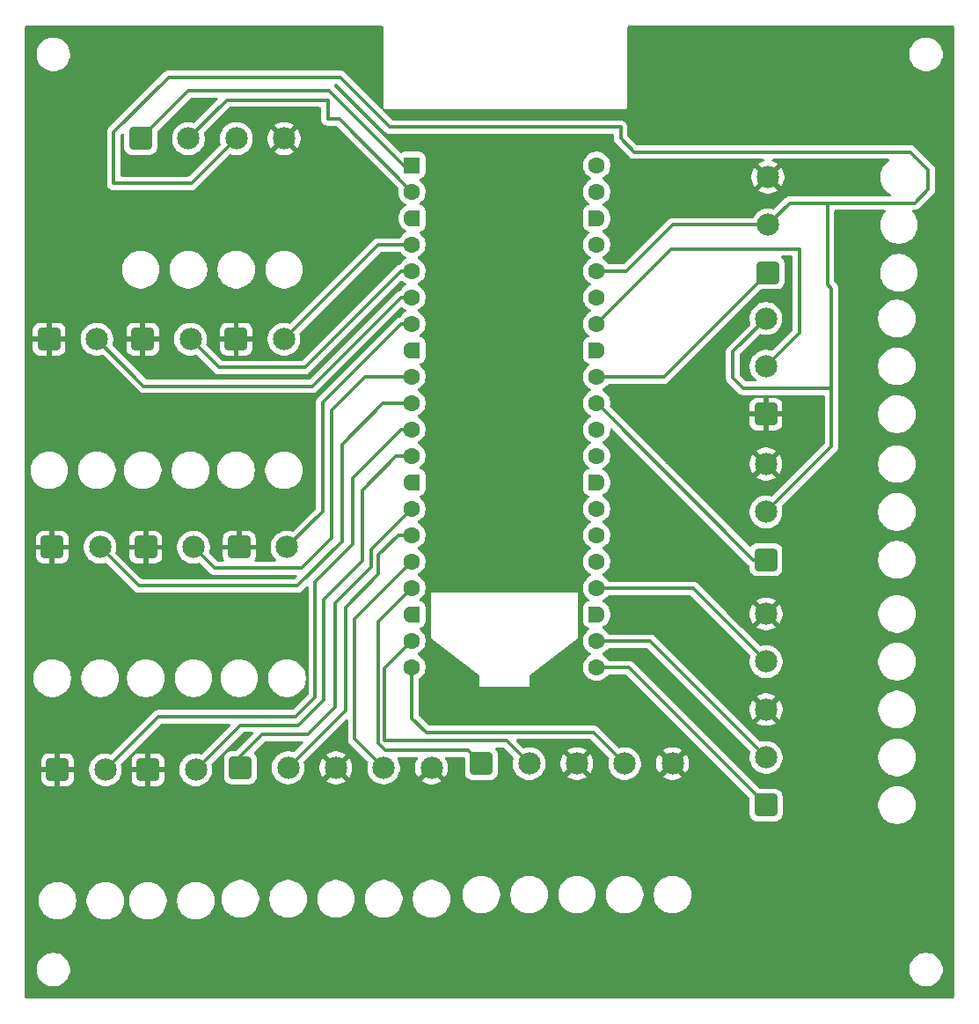
<source format=gbr>
%TF.GenerationSoftware,KiCad,Pcbnew,9.0.2*%
%TF.CreationDate,2025-07-17T15:39:28+07:00*%
%TF.ProjectId,KiCAD,4b694341-442e-46b6-9963-61645f706362,rev?*%
%TF.SameCoordinates,Original*%
%TF.FileFunction,Copper,L1,Top*%
%TF.FilePolarity,Positive*%
%FSLAX46Y46*%
G04 Gerber Fmt 4.6, Leading zero omitted, Abs format (unit mm)*
G04 Created by KiCad (PCBNEW 9.0.2) date 2025-07-17 15:39:28*
%MOMM*%
%LPD*%
G01*
G04 APERTURE LIST*
G04 Aperture macros list*
%AMRoundRect*
0 Rectangle with rounded corners*
0 $1 Rounding radius*
0 $2 $3 $4 $5 $6 $7 $8 $9 X,Y pos of 4 corners*
0 Add a 4 corners polygon primitive as box body*
4,1,4,$2,$3,$4,$5,$6,$7,$8,$9,$2,$3,0*
0 Add four circle primitives for the rounded corners*
1,1,$1+$1,$2,$3*
1,1,$1+$1,$4,$5*
1,1,$1+$1,$6,$7*
1,1,$1+$1,$8,$9*
0 Add four rect primitives between the rounded corners*
20,1,$1+$1,$2,$3,$4,$5,0*
20,1,$1+$1,$4,$5,$6,$7,0*
20,1,$1+$1,$6,$7,$8,$9,0*
20,1,$1+$1,$8,$9,$2,$3,0*%
%AMFreePoly0*
4,1,37,0.603843,0.796157,0.639018,0.796157,0.711114,0.766294,0.766294,0.711114,0.796157,0.639018,0.796157,0.603843,0.800000,0.600000,0.800000,-0.600000,0.796157,-0.603843,0.796157,-0.639018,0.766294,-0.711114,0.711114,-0.766294,0.639018,-0.796157,0.603843,-0.796157,0.600000,-0.800000,0.000000,-0.800000,0.000000,-0.796148,-0.078414,-0.796148,-0.232228,-0.765552,-0.377117,-0.705537,
-0.507515,-0.618408,-0.618408,-0.507515,-0.705537,-0.377117,-0.765552,-0.232228,-0.796148,-0.078414,-0.796148,0.078414,-0.765552,0.232228,-0.705537,0.377117,-0.618408,0.507515,-0.507515,0.618408,-0.377117,0.705537,-0.232228,0.765552,-0.078414,0.796148,0.000000,0.796148,0.000000,0.800000,0.600000,0.800000,0.603843,0.796157,0.603843,0.796157,$1*%
%AMFreePoly1*
4,1,37,0.000000,0.796148,0.078414,0.796148,0.232228,0.765552,0.377117,0.705537,0.507515,0.618408,0.618408,0.507515,0.705537,0.377117,0.765552,0.232228,0.796148,0.078414,0.796148,-0.078414,0.765552,-0.232228,0.705537,-0.377117,0.618408,-0.507515,0.507515,-0.618408,0.377117,-0.705537,0.232228,-0.765552,0.078414,-0.796148,0.000000,-0.796148,0.000000,-0.800000,-0.600000,-0.800000,
-0.603843,-0.796157,-0.639018,-0.796157,-0.711114,-0.766294,-0.766294,-0.711114,-0.796157,-0.639018,-0.796157,-0.603843,-0.800000,-0.600000,-0.800000,0.600000,-0.796157,0.603843,-0.796157,0.639018,-0.766294,0.711114,-0.711114,0.766294,-0.639018,0.796157,-0.603843,0.796157,-0.600000,0.800000,0.000000,0.800000,0.000000,0.796148,0.000000,0.796148,$1*%
G04 Aperture macros list end*
%TA.AperFunction,ComponentPad*%
%ADD10RoundRect,0.200000X-0.600000X-0.600000X0.600000X-0.600000X0.600000X0.600000X-0.600000X0.600000X0*%
%TD*%
%TA.AperFunction,ComponentPad*%
%ADD11C,1.600000*%
%TD*%
%TA.AperFunction,ComponentPad*%
%ADD12FreePoly0,0.000000*%
%TD*%
%TA.AperFunction,ComponentPad*%
%ADD13FreePoly1,0.000000*%
%TD*%
%TA.AperFunction,ComponentPad*%
%ADD14RoundRect,0.250000X-0.825000X-0.825000X0.825000X-0.825000X0.825000X0.825000X-0.825000X0.825000X0*%
%TD*%
%TA.AperFunction,ComponentPad*%
%ADD15C,2.150000*%
%TD*%
%TA.AperFunction,ComponentPad*%
%ADD16RoundRect,0.250000X0.825000X-0.825000X0.825000X0.825000X-0.825000X0.825000X-0.825000X-0.825000X0*%
%TD*%
%TA.AperFunction,Conductor*%
%ADD17C,0.300000*%
%TD*%
G04 APERTURE END LIST*
D10*
%TO.P,A1,1,GPIO0*%
%TO.N,Net-(A1-GPIO0)*%
X181520000Y-63660000D03*
D11*
%TO.P,A1,2,GPIO1*%
%TO.N,Net-(A1-GPIO1)*%
X181520000Y-66200000D03*
D12*
%TO.P,A1,3,GND*%
%TO.N,unconnected-(A1-GND-Pad13)_2*%
X181520000Y-68740000D03*
D11*
%TO.P,A1,4,GPIO2*%
%TO.N,Net-(A1-GPIO2)*%
X181520000Y-71280000D03*
%TO.P,A1,5,GPIO3*%
%TO.N,Net-(A1-GPIO3)*%
X181520000Y-73820000D03*
%TO.P,A1,6,GPIO4*%
%TO.N,Net-(A1-GPIO4)*%
X181520000Y-76360000D03*
%TO.P,A1,7,GPIO5*%
%TO.N,Net-(A1-GPIO5)*%
X181520000Y-78900000D03*
D12*
%TO.P,A1,8,GND*%
%TO.N,unconnected-(A1-GND-Pad13)*%
X181520000Y-81440000D03*
D11*
%TO.P,A1,9,GPIO6*%
%TO.N,Net-(A1-GPIO6)*%
X181520000Y-83980000D03*
%TO.P,A1,10,GPIO7*%
%TO.N,Net-(A1-GPIO7)*%
X181520000Y-86520000D03*
%TO.P,A1,11,GPIO8*%
%TO.N,Net-(A1-GPIO8)*%
X181520000Y-89060000D03*
%TO.P,A1,12,GPIO9*%
%TO.N,Net-(A1-GPIO9)*%
X181520000Y-91600000D03*
D12*
%TO.P,A1,13,GND*%
%TO.N,unconnected-(A1-GND-Pad13)_6*%
X181520000Y-94140000D03*
D11*
%TO.P,A1,14,GPIO10*%
%TO.N,Net-(A1-GPIO10)*%
X181520000Y-96680000D03*
%TO.P,A1,15,GPIO11*%
%TO.N,Net-(A1-GPIO11)*%
X181520000Y-99220000D03*
%TO.P,A1,16,GPIO12*%
%TO.N,Net-(A1-GPIO12)*%
X181520000Y-101760000D03*
%TO.P,A1,17,GPIO13*%
%TO.N,Net-(A1-GPIO13)*%
X181520000Y-104300000D03*
D12*
%TO.P,A1,18,GND*%
%TO.N,unconnected-(A1-GND-Pad13)_4*%
X181520000Y-106840000D03*
D11*
%TO.P,A1,19,GPIO14*%
%TO.N,Net-(A1-GPIO14)*%
X181520000Y-109380000D03*
%TO.P,A1,20,GPIO15*%
%TO.N,Net-(A1-GPIO15)*%
X181520000Y-111920000D03*
%TO.P,A1,21,GPIO16*%
%TO.N,Net-(A1-GPIO16)*%
X199300000Y-111920000D03*
%TO.P,A1,22,GPIO17*%
%TO.N,Net-(A1-GPIO17)*%
X199300000Y-109380000D03*
D13*
%TO.P,A1,23,GND*%
%TO.N,unconnected-(A1-GND-Pad13)_5*%
X199300000Y-106840000D03*
D11*
%TO.P,A1,24,GPIO18*%
%TO.N,Net-(A1-GPIO18)*%
X199300000Y-104300000D03*
%TO.P,A1,25,GPIO19*%
%TO.N,unconnected-(A1-GPIO19-Pad25)*%
X199300000Y-101760000D03*
%TO.P,A1,26,GPIO20*%
%TO.N,unconnected-(A1-GPIO20-Pad26)*%
X199300000Y-99220000D03*
%TO.P,A1,27,GPIO21*%
%TO.N,unconnected-(A1-GPIO21-Pad27)*%
X199300000Y-96680000D03*
D13*
%TO.P,A1,28,GND*%
%TO.N,unconnected-(A1-GND-Pad13)_3*%
X199300000Y-94140000D03*
D11*
%TO.P,A1,29,GPIO22*%
%TO.N,unconnected-(A1-GPIO22-Pad29)*%
X199300000Y-91600000D03*
%TO.P,A1,30,RUN*%
%TO.N,unconnected-(A1-RUN-Pad30)*%
X199300000Y-89060000D03*
%TO.P,A1,31,GPIO26_ADC0*%
%TO.N,Net-(A1-GPIO26_ADC0)*%
X199300000Y-86520000D03*
%TO.P,A1,32,GPIO27_ADC1*%
%TO.N,Net-(A1-GPIO27_ADC1)*%
X199300000Y-83980000D03*
D13*
%TO.P,A1,33,AGND*%
%TO.N,unconnected-(A1-AGND-Pad33)*%
X199300000Y-81440000D03*
D11*
%TO.P,A1,34,GPIO28_ADC2*%
%TO.N,Net-(A1-GPIO28_ADC2)*%
X199300000Y-78900000D03*
%TO.P,A1,35,ADC_VREF*%
%TO.N,unconnected-(A1-ADC_VREF-Pad35)*%
X199300000Y-76360000D03*
%TO.P,A1,36,3V3*%
%TO.N,Net-(A1-3V3)*%
X199300000Y-73820000D03*
%TO.P,A1,37,3V3_EN*%
%TO.N,unconnected-(A1-3V3_EN-Pad37)*%
X199300000Y-71280000D03*
D13*
%TO.P,A1,38,GND*%
%TO.N,unconnected-(A1-GND-Pad13)_1*%
X199300000Y-68740000D03*
D11*
%TO.P,A1,39,VSYS*%
%TO.N,unconnected-(A1-VSYS-Pad39)*%
X199300000Y-66200000D03*
%TO.P,A1,40,VBUS*%
%TO.N,unconnected-(A1-VBUS-Pad40)*%
X199300000Y-63660000D03*
%TD*%
D14*
%TO.P,SW8,1,1*%
%TO.N,GND*%
X156100000Y-121790000D03*
D15*
%TO.P,SW8,2,2*%
%TO.N,Net-(A1-GPIO9)*%
X160700000Y-121790000D03*
%TD*%
D14*
%TO.P,SW4,1,1*%
%TO.N,GND*%
X164890000Y-100390000D03*
D15*
%TO.P,SW4,2,2*%
%TO.N,Net-(A1-GPIO5)*%
X169490000Y-100390000D03*
%TD*%
D16*
%TO.P,ME2,1,OUT*%
%TO.N,Net-(A1-GPIO27_ADC1)*%
X215780000Y-74000000D03*
D15*
%TO.P,ME2,2,Vcc*%
%TO.N,Net-(A1-3V3)*%
X215780000Y-69400000D03*
%TO.P,ME2,3,GND*%
%TO.N,GND*%
X215780000Y-64800000D03*
%TD*%
D14*
%TO.P,SW10,A,A*%
%TO.N,Net-(A1-GPIO13)*%
X188190000Y-121200000D03*
D15*
%TO.P,SW10,B,B*%
%TO.N,Net-(A1-GPIO14)*%
X192790000Y-121200000D03*
%TO.P,SW10,C,C*%
%TO.N,GND*%
X197390000Y-121200000D03*
%TO.P,SW10,S1,S1*%
%TO.N,Net-(A1-GPIO15)*%
X201990000Y-121200000D03*
%TO.P,SW10,S2,S2*%
%TO.N,GND*%
X206590000Y-121200000D03*
%TD*%
D14*
%TO.P,DG1,1,SDA*%
%TO.N,Net-(A1-GPIO0)*%
X155400000Y-61100000D03*
D15*
%TO.P,DG1,2,SCL*%
%TO.N,Net-(A1-GPIO1)*%
X160000000Y-61100000D03*
%TO.P,DG1,3,Vcc*%
%TO.N,Net-(A1-3V3)*%
X164600000Y-61100000D03*
%TO.P,DG1,4,GND*%
%TO.N,GND*%
X169200000Y-61100000D03*
%TD*%
D16*
%TO.P,ME1,1,OUT*%
%TO.N,Net-(A1-GPIO26_ADC0)*%
X215590000Y-101600000D03*
D15*
%TO.P,ME1,2,Vcc*%
%TO.N,Net-(A1-3V3)*%
X215590000Y-97000000D03*
%TO.P,ME1,3,GND*%
%TO.N,GND*%
X215590000Y-92400000D03*
%TD*%
D14*
%TO.P,SW2,1,1*%
%TO.N,GND*%
X155590000Y-80390000D03*
D15*
%TO.P,SW2,2,2*%
%TO.N,Net-(A1-GPIO3)*%
X160190000Y-80390000D03*
%TD*%
D14*
%TO.P,SW1,1,1*%
%TO.N,GND*%
X164590000Y-80390000D03*
D15*
%TO.P,SW1,2,2*%
%TO.N,Net-(A1-GPIO2)*%
X169190000Y-80390000D03*
%TD*%
D16*
%TO.P,SW11,A,A*%
%TO.N,Net-(A1-GPIO16)*%
X215600000Y-125200000D03*
D15*
%TO.P,SW11,B,B*%
%TO.N,Net-(A1-GPIO17)*%
X215600000Y-120600000D03*
%TO.P,SW11,C,C*%
%TO.N,GND*%
X215600000Y-116000000D03*
%TO.P,SW11,S1,S1*%
%TO.N,Net-(A1-GPIO18)*%
X215600000Y-111400000D03*
%TO.P,SW11,S2,S2*%
%TO.N,GND*%
X215600000Y-106800000D03*
%TD*%
D14*
%TO.P,SW7,1,1*%
%TO.N,GND*%
X147400000Y-121790000D03*
D15*
%TO.P,SW7,2,2*%
%TO.N,Net-(A1-GPIO8)*%
X152000000Y-121790000D03*
%TD*%
D14*
%TO.P,SW6,1,1*%
%TO.N,GND*%
X146890000Y-100390000D03*
D15*
%TO.P,SW6,2,2*%
%TO.N,Net-(A1-GPIO7)*%
X151490000Y-100390000D03*
%TD*%
D16*
%TO.P,RV1,1,1*%
%TO.N,GND*%
X215590000Y-87600000D03*
D15*
%TO.P,RV1,2,2*%
%TO.N,Net-(A1-GPIO28_ADC2)*%
X215590000Y-83000000D03*
%TO.P,RV1,3,3*%
%TO.N,Net-(A1-3V3)*%
X215590000Y-78400000D03*
%TD*%
D14*
%TO.P,SW3,1,1*%
%TO.N,GND*%
X146590000Y-80390000D03*
D15*
%TO.P,SW3,2,2*%
%TO.N,Net-(A1-GPIO4)*%
X151190000Y-80390000D03*
%TD*%
D14*
%TO.P,SW5,1,1*%
%TO.N,GND*%
X155890000Y-100390000D03*
D15*
%TO.P,SW5,2,2*%
%TO.N,Net-(A1-GPIO6)*%
X160490000Y-100390000D03*
%TD*%
D14*
%TO.P,SW9,A,A*%
%TO.N,Net-(A1-GPIO10)*%
X164990000Y-121600000D03*
D15*
%TO.P,SW9,B,B*%
%TO.N,Net-(A1-GPIO11)*%
X169590000Y-121600000D03*
%TO.P,SW9,C,C*%
%TO.N,GND*%
X174190000Y-121600000D03*
%TO.P,SW9,S1,S1*%
%TO.N,Net-(A1-GPIO12)*%
X178790000Y-121600000D03*
%TO.P,SW9,S2,S2*%
%TO.N,GND*%
X183390000Y-121600000D03*
%TD*%
D17*
%TO.N,Net-(A1-GPIO0)*%
X181465000Y-63715000D02*
X181520000Y-63660000D01*
X173545000Y-56500000D02*
X180760000Y-63715000D01*
X160000000Y-56500000D02*
X173545000Y-56500000D01*
X155400000Y-61100000D02*
X160000000Y-56500000D01*
X180760000Y-63715000D02*
X181465000Y-63715000D01*
%TO.N,Net-(A1-GPIO9)*%
X180000000Y-91600000D02*
X181520000Y-91600000D01*
%TO.N,Net-(A1-GPIO26_ADC0)*%
X214365000Y-101600000D02*
X215590000Y-101600000D01*
%TO.N,Net-(A1-3V3)*%
X221890000Y-75510000D02*
X221890000Y-85100000D01*
X221500000Y-75120000D02*
X221890000Y-75510000D01*
%TO.N,Net-(A1-GPIO1)*%
X173400000Y-59200000D02*
X174520000Y-59200000D01*
X174520000Y-59200000D02*
X181520000Y-66200000D01*
%TO.N,Net-(A1-GPIO7)*%
X174754000Y-90546000D02*
X178725000Y-86575000D01*
X170500000Y-104100000D02*
X174754000Y-99846000D01*
X178725000Y-86575000D02*
X181560000Y-86575000D01*
X155200000Y-104100000D02*
X170500000Y-104100000D01*
X174754000Y-99846000D02*
X174754000Y-90546000D01*
X151490000Y-100390000D02*
X155200000Y-104100000D01*
%TO.N,Net-(A1-GPIO13)*%
X186890000Y-119900000D02*
X188190000Y-121200000D01*
X178300000Y-119249942D02*
X178950058Y-119900000D01*
X178950058Y-119900000D02*
X186890000Y-119900000D01*
X178300000Y-107520000D02*
X178300000Y-119249942D01*
%TO.N,Net-(A1-GPIO15)*%
X181520000Y-116820000D02*
X182900000Y-118200000D01*
X181520000Y-111920000D02*
X181520000Y-116820000D01*
%TO.N,Net-(A1-GPIO14)*%
X178900000Y-119000000D02*
X190590000Y-119000000D01*
X178900000Y-112000000D02*
X178900000Y-119000000D01*
X190590000Y-119000000D02*
X192790000Y-121200000D01*
X181520000Y-109380000D02*
X178900000Y-112000000D01*
%TO.N,Net-(A1-GPIO13)*%
X181520000Y-104300000D02*
X178300000Y-107520000D01*
%TO.N,Net-(A1-GPIO12)*%
X176000000Y-118810000D02*
X178790000Y-121600000D01*
X176000000Y-107280000D02*
X176000000Y-118810000D01*
X181520000Y-101760000D02*
X176000000Y-107280000D01*
%TO.N,Net-(A1-GPIO11)*%
X175100000Y-116090000D02*
X169590000Y-121600000D01*
X178300000Y-101100000D02*
X178300000Y-103000000D01*
X180180000Y-99220000D02*
X178300000Y-101100000D01*
X175100000Y-106200000D02*
X175100000Y-116090000D01*
X178300000Y-103000000D02*
X175100000Y-106200000D01*
X181520000Y-99220000D02*
X180180000Y-99220000D01*
%TO.N,Net-(A1-GPIO10)*%
X164990000Y-120510000D02*
X164990000Y-121600000D01*
X167100000Y-118400000D02*
X164990000Y-120510000D01*
X171500000Y-118400000D02*
X167100000Y-118400000D01*
X174100000Y-115800000D02*
X171500000Y-118400000D01*
X174100000Y-105800000D02*
X174100000Y-115800000D01*
X177600000Y-102300000D02*
X174100000Y-105800000D01*
X177600000Y-100600000D02*
X177600000Y-102300000D01*
X181520000Y-96680000D02*
X177600000Y-100600000D01*
%TO.N,Net-(A1-GPIO9)*%
X170600000Y-117500000D02*
X164990000Y-117500000D01*
X164990000Y-117500000D02*
X160700000Y-121790000D01*
X173000000Y-105400000D02*
X173000000Y-115100000D01*
X176700000Y-101700000D02*
X173000000Y-105400000D01*
X173000000Y-115100000D02*
X170600000Y-117500000D01*
X176700000Y-94900000D02*
X176700000Y-101700000D01*
X180000000Y-91600000D02*
X176700000Y-94900000D01*
%TO.N,Net-(A1-GPIO8)*%
X170300000Y-116700000D02*
X157090000Y-116700000D01*
X172200000Y-114800000D02*
X170300000Y-116700000D01*
X157090000Y-116700000D02*
X152000000Y-121790000D01*
X172200000Y-103700000D02*
X172200000Y-114800000D01*
X175800000Y-100100000D02*
X172200000Y-103700000D01*
X180428630Y-89115000D02*
X175800000Y-93743630D01*
X175800000Y-93743630D02*
X175800000Y-100100000D01*
X181560000Y-89115000D02*
X180428630Y-89115000D01*
%TO.N,Net-(A1-GPIO6)*%
X173800000Y-87200000D02*
X176965000Y-84035000D01*
X173800000Y-99500000D02*
X173800000Y-87200000D01*
X170900000Y-102400000D02*
X173800000Y-99500000D01*
X162500000Y-102400000D02*
X170900000Y-102400000D01*
X160490000Y-100390000D02*
X162500000Y-102400000D01*
X176965000Y-84035000D02*
X181560000Y-84035000D01*
%TO.N,Net-(A1-GPIO3)*%
X180428630Y-73875000D02*
X181560000Y-73875000D01*
X171203630Y-83100000D02*
X180428630Y-73875000D01*
X162900000Y-83100000D02*
X171203630Y-83100000D01*
X160190000Y-80390000D02*
X162900000Y-83100000D01*
%TO.N,Net-(A1-GPIO4)*%
X180428630Y-76415000D02*
X181560000Y-76415000D01*
X171943630Y-84900000D02*
X180428630Y-76415000D01*
X151190000Y-80390000D02*
X155700000Y-84900000D01*
X155700000Y-84900000D02*
X171943630Y-84900000D01*
%TO.N,Net-(A1-GPIO15)*%
X201990000Y-121200000D02*
X198990000Y-118200000D01*
X198990000Y-118200000D02*
X182900000Y-118200000D01*
%TO.N,Net-(A1-GPIO17)*%
X204435000Y-109435000D02*
X199340000Y-109435000D01*
X215600000Y-120600000D02*
X204435000Y-109435000D01*
%TO.N,Net-(A1-GPIO1)*%
X173400000Y-57400000D02*
X173400000Y-59200000D01*
X163700000Y-57400000D02*
X173400000Y-57400000D01*
X160000000Y-61100000D02*
X163700000Y-57400000D01*
%TO.N,Net-(A1-GPIO5)*%
X172900000Y-96980000D02*
X172900000Y-86483630D01*
X169490000Y-100390000D02*
X172900000Y-96980000D01*
X180428630Y-78955000D02*
X181560000Y-78955000D01*
X172900000Y-86483630D02*
X180428630Y-78955000D01*
%TO.N,Net-(A1-GPIO16)*%
X202375000Y-111975000D02*
X199340000Y-111975000D01*
X215600000Y-125200000D02*
X202375000Y-111975000D01*
%TO.N,Net-(A1-3V3)*%
X221500000Y-67300000D02*
X217880000Y-67300000D01*
X179400000Y-60000000D02*
X201600000Y-60000000D01*
X152800000Y-60500000D02*
X158100000Y-55200000D01*
X206600000Y-69400000D02*
X215780000Y-69400000D01*
X174600000Y-55200000D02*
X179400000Y-60000000D01*
X221500000Y-67300000D02*
X221500000Y-75120000D01*
X152800000Y-65400000D02*
X152800000Y-60500000D01*
X229900000Y-67300000D02*
X221500000Y-67300000D01*
X215590000Y-78400000D02*
X212400000Y-81590000D01*
X164600000Y-61100000D02*
X160300000Y-65400000D01*
X201600000Y-61100000D02*
X202900000Y-62400000D01*
X199300000Y-73820000D02*
X202180000Y-73820000D01*
X212400000Y-84100000D02*
X213400000Y-85100000D01*
X229500000Y-62400000D02*
X231200000Y-64100000D01*
X231200000Y-64100000D02*
X231200000Y-66000000D01*
X213400000Y-85100000D02*
X221890000Y-85100000D01*
X202900000Y-62400000D02*
X229500000Y-62400000D01*
X215590000Y-97000000D02*
X221890000Y-90700000D01*
X212400000Y-81590000D02*
X212400000Y-84100000D01*
X217880000Y-67300000D02*
X215780000Y-69400000D01*
X221890000Y-90700000D02*
X221890000Y-85100000D01*
X231200000Y-66000000D02*
X229900000Y-67300000D01*
X201600000Y-60000000D02*
X201600000Y-61100000D01*
X202180000Y-73820000D02*
X206600000Y-69400000D01*
X158100000Y-55200000D02*
X174600000Y-55200000D01*
X160300000Y-65400000D02*
X152800000Y-65400000D01*
%TO.N,Net-(A1-GPIO26_ADC0)*%
X199340000Y-86575000D02*
X214365000Y-101600000D01*
%TO.N,Net-(A1-GPIO28_ADC2)*%
X218800000Y-79790000D02*
X215590000Y-83000000D01*
X218800000Y-71700000D02*
X218800000Y-79790000D01*
X199300000Y-78900000D02*
X206500000Y-71700000D01*
X206500000Y-71700000D02*
X218800000Y-71700000D01*
%TO.N,Net-(A1-GPIO18)*%
X215600000Y-111400000D02*
X208555000Y-104355000D01*
X208555000Y-104355000D02*
X199340000Y-104355000D01*
%TO.N,Net-(A1-GPIO27_ADC1)*%
X205745000Y-84035000D02*
X199340000Y-84035000D01*
X215780000Y-74000000D02*
X205745000Y-84035000D01*
%TO.N,Net-(A1-GPIO2)*%
X178245000Y-71335000D02*
X181560000Y-71335000D01*
X169190000Y-80390000D02*
X178245000Y-71335000D01*
%TD*%
%TA.AperFunction,Conductor*%
%TO.N,GND*%
G36*
X178688539Y-50274185D02*
G01*
X178734294Y-50326989D01*
X178745500Y-50378500D01*
X178745500Y-58050624D01*
X178772054Y-58114733D01*
X178779521Y-58184203D01*
X178748246Y-58246681D01*
X178688156Y-58282333D01*
X178618331Y-58279838D01*
X178569811Y-58249865D01*
X175014674Y-54694727D01*
X175014673Y-54694726D01*
X175014669Y-54694723D01*
X174908127Y-54623535D01*
X174871829Y-54608500D01*
X174789744Y-54574499D01*
X174789738Y-54574497D01*
X174664071Y-54549500D01*
X174664069Y-54549500D01*
X158035931Y-54549500D01*
X158035929Y-54549500D01*
X157910261Y-54574497D01*
X157910255Y-54574499D01*
X157791874Y-54623534D01*
X157685326Y-54694726D01*
X152294727Y-60085325D01*
X152294721Y-60085332D01*
X152235941Y-60173304D01*
X152235942Y-60173305D01*
X152235940Y-60173308D01*
X152223535Y-60191873D01*
X152223533Y-60191875D01*
X152223533Y-60191877D01*
X152174499Y-60310255D01*
X152174497Y-60310261D01*
X152149500Y-60435928D01*
X152149500Y-60435931D01*
X152149500Y-65335931D01*
X152149500Y-65464069D01*
X152149500Y-65464071D01*
X152149499Y-65464071D01*
X152174497Y-65589738D01*
X152174499Y-65589744D01*
X152223533Y-65708124D01*
X152223538Y-65708133D01*
X152294723Y-65814668D01*
X152294726Y-65814672D01*
X152385327Y-65905273D01*
X152385331Y-65905276D01*
X152491866Y-65976461D01*
X152491872Y-65976464D01*
X152491873Y-65976465D01*
X152610256Y-66025501D01*
X152610260Y-66025501D01*
X152610261Y-66025502D01*
X152735928Y-66050500D01*
X152735931Y-66050500D01*
X160364071Y-66050500D01*
X160448615Y-66033682D01*
X160489744Y-66025501D01*
X160608127Y-65976465D01*
X160714669Y-65905277D01*
X163990287Y-62629657D01*
X164051608Y-62596174D01*
X164116282Y-62599408D01*
X164231069Y-62636706D01*
X164353537Y-62656103D01*
X164476000Y-62675500D01*
X164476005Y-62675500D01*
X164724000Y-62675500D01*
X164860070Y-62653947D01*
X164968931Y-62636706D01*
X165204782Y-62560073D01*
X165425742Y-62447489D01*
X165626370Y-62301724D01*
X165801724Y-62126370D01*
X165947489Y-61925742D01*
X166060073Y-61704782D01*
X166136706Y-61468931D01*
X166159987Y-61321942D01*
X166175500Y-61224000D01*
X166175500Y-60976045D01*
X167625000Y-60976045D01*
X167625000Y-61223954D01*
X167663782Y-61468814D01*
X167740388Y-61704587D01*
X167740389Y-61704590D01*
X167852939Y-61925480D01*
X167923646Y-62022798D01*
X167923647Y-62022799D01*
X168655799Y-61290646D01*
X168664185Y-61321942D01*
X168739885Y-61453058D01*
X168846942Y-61560115D01*
X168978058Y-61635815D01*
X169009353Y-61644200D01*
X168277199Y-62376352D01*
X168374521Y-62447060D01*
X168374527Y-62447064D01*
X168595409Y-62559610D01*
X168595412Y-62559611D01*
X168831185Y-62636217D01*
X169076046Y-62675000D01*
X169323954Y-62675000D01*
X169568814Y-62636217D01*
X169804587Y-62559611D01*
X169804590Y-62559610D01*
X170025480Y-62447060D01*
X170122798Y-62376352D01*
X169390646Y-61644200D01*
X169421942Y-61635815D01*
X169553058Y-61560115D01*
X169660115Y-61453058D01*
X169735815Y-61321942D01*
X169744200Y-61290647D01*
X170476352Y-62022799D01*
X170476352Y-62022798D01*
X170547060Y-61925480D01*
X170659610Y-61704590D01*
X170659611Y-61704587D01*
X170736217Y-61468814D01*
X170775000Y-61223954D01*
X170775000Y-60976045D01*
X170736217Y-60731185D01*
X170659611Y-60495412D01*
X170659610Y-60495409D01*
X170547064Y-60274527D01*
X170547060Y-60274521D01*
X170476352Y-60177200D01*
X170476352Y-60177199D01*
X169744200Y-60909352D01*
X169735815Y-60878058D01*
X169660115Y-60746942D01*
X169553058Y-60639885D01*
X169421942Y-60564185D01*
X169390647Y-60555799D01*
X170122799Y-59823647D01*
X170122798Y-59823646D01*
X170025480Y-59752939D01*
X169804590Y-59640389D01*
X169804587Y-59640388D01*
X169568814Y-59563782D01*
X169323954Y-59525000D01*
X169076046Y-59525000D01*
X168831185Y-59563782D01*
X168595412Y-59640388D01*
X168595409Y-59640389D01*
X168374516Y-59752941D01*
X168277200Y-59823644D01*
X168277199Y-59823646D01*
X169009353Y-60555799D01*
X168978058Y-60564185D01*
X168846942Y-60639885D01*
X168739885Y-60746942D01*
X168664185Y-60878058D01*
X168655799Y-60909352D01*
X167923646Y-60177199D01*
X167923644Y-60177200D01*
X167852941Y-60274516D01*
X167740389Y-60495409D01*
X167740388Y-60495412D01*
X167663782Y-60731185D01*
X167625000Y-60976045D01*
X166175500Y-60976045D01*
X166175500Y-60975999D01*
X166142784Y-60769446D01*
X166136706Y-60731069D01*
X166060073Y-60495218D01*
X165947489Y-60274258D01*
X165801724Y-60073630D01*
X165626370Y-59898276D01*
X165425742Y-59752511D01*
X165204782Y-59639927D01*
X164968931Y-59563294D01*
X164968929Y-59563293D01*
X164968927Y-59563293D01*
X164724000Y-59524500D01*
X164723995Y-59524500D01*
X164476005Y-59524500D01*
X164476000Y-59524500D01*
X164231072Y-59563293D01*
X163995215Y-59639928D01*
X163774257Y-59752511D01*
X163694780Y-59810255D01*
X163573630Y-59898276D01*
X163573628Y-59898278D01*
X163573627Y-59898278D01*
X163398278Y-60073627D01*
X163398278Y-60073628D01*
X163398276Y-60073630D01*
X163389775Y-60085331D01*
X163252511Y-60274257D01*
X163139928Y-60495215D01*
X163139927Y-60495217D01*
X163139927Y-60495218D01*
X163123283Y-60546442D01*
X163063293Y-60731072D01*
X163024500Y-60975999D01*
X163024500Y-61224000D01*
X163063293Y-61468927D01*
X163063293Y-61468928D01*
X163100589Y-61583714D01*
X163102584Y-61653556D01*
X163070339Y-61709713D01*
X160066873Y-64713181D01*
X160005550Y-64746666D01*
X159979192Y-64749500D01*
X153574500Y-64749500D01*
X153507461Y-64729815D01*
X153461706Y-64677011D01*
X153450500Y-64625500D01*
X153450500Y-60820807D01*
X153459144Y-60791366D01*
X153465668Y-60761380D01*
X153469422Y-60756364D01*
X153470185Y-60753768D01*
X153486815Y-60733130D01*
X153612820Y-60607125D01*
X153674142Y-60573641D01*
X153743834Y-60578625D01*
X153799767Y-60620497D01*
X153824184Y-60685961D01*
X153824500Y-60694807D01*
X153824500Y-61975001D01*
X153824501Y-61975018D01*
X153835000Y-62077796D01*
X153835001Y-62077799D01*
X153851097Y-62126372D01*
X153890186Y-62244334D01*
X153982288Y-62393656D01*
X154106344Y-62517712D01*
X154255666Y-62609814D01*
X154422203Y-62664999D01*
X154524991Y-62675500D01*
X156275008Y-62675499D01*
X156377797Y-62664999D01*
X156544334Y-62609814D01*
X156693656Y-62517712D01*
X156817712Y-62393656D01*
X156909814Y-62244334D01*
X156964999Y-62077797D01*
X156975500Y-61975009D01*
X156975499Y-60495806D01*
X156995184Y-60428768D01*
X157011813Y-60408131D01*
X160233127Y-57186819D01*
X160294450Y-57153334D01*
X160320808Y-57150500D01*
X162730193Y-57150500D01*
X162797232Y-57170185D01*
X162842987Y-57222989D01*
X162852931Y-57292147D01*
X162823906Y-57355703D01*
X162817874Y-57362181D01*
X160609714Y-59570339D01*
X160548391Y-59603824D01*
X160483715Y-59600589D01*
X160368933Y-59563294D01*
X160124000Y-59524500D01*
X160123995Y-59524500D01*
X159876005Y-59524500D01*
X159876000Y-59524500D01*
X159631072Y-59563293D01*
X159395215Y-59639928D01*
X159174257Y-59752511D01*
X159094780Y-59810255D01*
X158973630Y-59898276D01*
X158973628Y-59898278D01*
X158973627Y-59898278D01*
X158798278Y-60073627D01*
X158798278Y-60073628D01*
X158798276Y-60073630D01*
X158789775Y-60085331D01*
X158652511Y-60274257D01*
X158539928Y-60495215D01*
X158539927Y-60495217D01*
X158539927Y-60495218D01*
X158523283Y-60546442D01*
X158463293Y-60731072D01*
X158424500Y-60975999D01*
X158424500Y-61224000D01*
X158463293Y-61468927D01*
X158463293Y-61468929D01*
X158463294Y-61468931D01*
X158539927Y-61704782D01*
X158652511Y-61925742D01*
X158798276Y-62126370D01*
X158973630Y-62301724D01*
X159174258Y-62447489D01*
X159395218Y-62560073D01*
X159631069Y-62636706D01*
X159722920Y-62651253D01*
X159876000Y-62675500D01*
X159876005Y-62675500D01*
X160124000Y-62675500D01*
X160260070Y-62653947D01*
X160368931Y-62636706D01*
X160604782Y-62560073D01*
X160825742Y-62447489D01*
X161026370Y-62301724D01*
X161201724Y-62126370D01*
X161347489Y-61925742D01*
X161460073Y-61704782D01*
X161536706Y-61468931D01*
X161559987Y-61321942D01*
X161575500Y-61224000D01*
X161575500Y-60975999D01*
X161542784Y-60769446D01*
X161536706Y-60731069D01*
X161499408Y-60616282D01*
X161497414Y-60546442D01*
X161529657Y-60490286D01*
X163933126Y-58086819D01*
X163994449Y-58053334D01*
X164020807Y-58050500D01*
X172625500Y-58050500D01*
X172692539Y-58070185D01*
X172738294Y-58122989D01*
X172749500Y-58174500D01*
X172749500Y-59264069D01*
X172749500Y-59264071D01*
X172749499Y-59264071D01*
X172774497Y-59389738D01*
X172774499Y-59389744D01*
X172823533Y-59508124D01*
X172823538Y-59508133D01*
X172894723Y-59614668D01*
X172894726Y-59614672D01*
X172985327Y-59705273D01*
X172985331Y-59705276D01*
X173091866Y-59776461D01*
X173091872Y-59776464D01*
X173091873Y-59776465D01*
X173210256Y-59825501D01*
X173210260Y-59825501D01*
X173210261Y-59825502D01*
X173335928Y-59850500D01*
X173335931Y-59850500D01*
X173464069Y-59850500D01*
X174199192Y-59850500D01*
X174266231Y-59870185D01*
X174286873Y-59886819D01*
X180212862Y-65812808D01*
X180246347Y-65874131D01*
X180247654Y-65919886D01*
X180219500Y-66097647D01*
X180219500Y-66302351D01*
X180251522Y-66504534D01*
X180314781Y-66699223D01*
X180407715Y-66881613D01*
X180528028Y-67047213D01*
X180672786Y-67191971D01*
X180838385Y-67312284D01*
X180838387Y-67312285D01*
X180838390Y-67312287D01*
X180923754Y-67355782D01*
X180974550Y-67403757D01*
X180991345Y-67471578D01*
X180968808Y-67537712D01*
X180925914Y-67575624D01*
X180860228Y-67610734D01*
X180860200Y-67610751D01*
X180729206Y-67698278D01*
X180729194Y-67698287D01*
X180729189Y-67698290D01*
X180729189Y-67698291D01*
X180652588Y-67761157D01*
X180652585Y-67761160D01*
X180652582Y-67761162D01*
X180541162Y-67872582D01*
X180541160Y-67872585D01*
X180541157Y-67872588D01*
X180478291Y-67949189D01*
X180478287Y-67949194D01*
X180478278Y-67949206D01*
X180390751Y-68080200D01*
X180390734Y-68080228D01*
X180344031Y-68167603D01*
X180344029Y-68167608D01*
X180283722Y-68313200D01*
X180268186Y-68364416D01*
X180254956Y-68408032D01*
X180254955Y-68408036D01*
X180254955Y-68408037D01*
X180224211Y-68562599D01*
X180224211Y-68562602D01*
X180214500Y-68661209D01*
X180214500Y-68818790D01*
X180224211Y-68917397D01*
X180224211Y-68917400D01*
X180224213Y-68917410D01*
X180254956Y-69071968D01*
X180275954Y-69141190D01*
X180283722Y-69166799D01*
X180344029Y-69312391D01*
X180344031Y-69312396D01*
X180390734Y-69399771D01*
X180390751Y-69399799D01*
X180478278Y-69530793D01*
X180478286Y-69530804D01*
X180478291Y-69530811D01*
X180541157Y-69607412D01*
X180652588Y-69718843D01*
X180729189Y-69781709D01*
X180729198Y-69781715D01*
X180729206Y-69781721D01*
X180860200Y-69869248D01*
X180860205Y-69869251D01*
X180860217Y-69869259D01*
X180860226Y-69869263D01*
X180860228Y-69869265D01*
X180925912Y-69904374D01*
X180975757Y-69953336D01*
X180991217Y-70021474D01*
X180967385Y-70087154D01*
X180923755Y-70124216D01*
X180838388Y-70167713D01*
X180672786Y-70288028D01*
X180528028Y-70432786D01*
X180407720Y-70598379D01*
X180407711Y-70598393D01*
X180398336Y-70616794D01*
X180350362Y-70667590D01*
X180287851Y-70684500D01*
X178180929Y-70684500D01*
X178055261Y-70709497D01*
X178055255Y-70709499D01*
X177936874Y-70758534D01*
X177830326Y-70829726D01*
X169799713Y-78860339D01*
X169738390Y-78893824D01*
X169673714Y-78890589D01*
X169558928Y-78853293D01*
X169314000Y-78814500D01*
X169313995Y-78814500D01*
X169066005Y-78814500D01*
X169066000Y-78814500D01*
X168821072Y-78853293D01*
X168585215Y-78929928D01*
X168364257Y-79042511D01*
X168249792Y-79125675D01*
X168163630Y-79188276D01*
X168163628Y-79188278D01*
X168163627Y-79188278D01*
X167988278Y-79363627D01*
X167988278Y-79363628D01*
X167988276Y-79363630D01*
X167962419Y-79399219D01*
X167842511Y-79564257D01*
X167729928Y-79785215D01*
X167653293Y-80021072D01*
X167614500Y-80265999D01*
X167614500Y-80514000D01*
X167651275Y-80746185D01*
X167653294Y-80758931D01*
X167729927Y-80994782D01*
X167842511Y-81215742D01*
X167988276Y-81416370D01*
X168163630Y-81591724D01*
X168364258Y-81737489D01*
X168585218Y-81850073D01*
X168821069Y-81926706D01*
X168912920Y-81941253D01*
X169066000Y-81965500D01*
X169066005Y-81965500D01*
X169314000Y-81965500D01*
X169450070Y-81943947D01*
X169558931Y-81926706D01*
X169794782Y-81850073D01*
X170015742Y-81737489D01*
X170216370Y-81591724D01*
X170391724Y-81416370D01*
X170537489Y-81215742D01*
X170650073Y-80994782D01*
X170726706Y-80758931D01*
X170750805Y-80606778D01*
X170765500Y-80514000D01*
X170765500Y-80265999D01*
X170738912Y-80098136D01*
X170726706Y-80021069D01*
X170689408Y-79906282D01*
X170687414Y-79836444D01*
X170719657Y-79780287D01*
X178478127Y-72021819D01*
X178539450Y-71988334D01*
X178565808Y-71985500D01*
X180361889Y-71985500D01*
X180428928Y-72005185D01*
X180462208Y-72036616D01*
X180528030Y-72127215D01*
X180672786Y-72271971D01*
X180813944Y-72374526D01*
X180838390Y-72392287D01*
X180902760Y-72425085D01*
X180931080Y-72439515D01*
X180981876Y-72487490D01*
X180998671Y-72555311D01*
X180976134Y-72621446D01*
X180931080Y-72660485D01*
X180838386Y-72707715D01*
X180672786Y-72828028D01*
X180528028Y-72972786D01*
X180407713Y-73138388D01*
X180391058Y-73171074D01*
X180343082Y-73221869D01*
X180304768Y-73236393D01*
X180238890Y-73249497D01*
X180238885Y-73249499D01*
X180120504Y-73298534D01*
X180013956Y-73369726D01*
X180013955Y-73369727D01*
X170970503Y-82413181D01*
X170909180Y-82446666D01*
X170882822Y-82449500D01*
X163220808Y-82449500D01*
X163153769Y-82429815D01*
X163133127Y-82413181D01*
X161719659Y-80999713D01*
X161686174Y-80938390D01*
X161689408Y-80873717D01*
X161726706Y-80758931D01*
X161728725Y-80746185D01*
X161756751Y-80569240D01*
X161765500Y-80514000D01*
X161765500Y-80265999D01*
X161727404Y-80025479D01*
X161726706Y-80021069D01*
X161650073Y-79785218D01*
X161537489Y-79564258D01*
X161501710Y-79515013D01*
X163015000Y-79515013D01*
X163015000Y-80140000D01*
X164070384Y-80140000D01*
X164054185Y-80168058D01*
X164015000Y-80314300D01*
X164015000Y-80465700D01*
X164054185Y-80611942D01*
X164070384Y-80640000D01*
X163015001Y-80640000D01*
X163015001Y-81264986D01*
X163025494Y-81367697D01*
X163080641Y-81534119D01*
X163080643Y-81534124D01*
X163172684Y-81683345D01*
X163296654Y-81807315D01*
X163445875Y-81899356D01*
X163445880Y-81899358D01*
X163612302Y-81954505D01*
X163612309Y-81954506D01*
X163715019Y-81964999D01*
X164339999Y-81964999D01*
X164340000Y-81964998D01*
X164340000Y-80909615D01*
X164368058Y-80925815D01*
X164514300Y-80965000D01*
X164665700Y-80965000D01*
X164811942Y-80925815D01*
X164840000Y-80909615D01*
X164840000Y-81964999D01*
X165464972Y-81964999D01*
X165464986Y-81964998D01*
X165567697Y-81954505D01*
X165734119Y-81899358D01*
X165734124Y-81899356D01*
X165883345Y-81807315D01*
X166007315Y-81683345D01*
X166099356Y-81534124D01*
X166099358Y-81534119D01*
X166154505Y-81367697D01*
X166154506Y-81367690D01*
X166164999Y-81264986D01*
X166165000Y-81264973D01*
X166165000Y-80640000D01*
X165109616Y-80640000D01*
X165125815Y-80611942D01*
X165165000Y-80465700D01*
X165165000Y-80314300D01*
X165125815Y-80168058D01*
X165109616Y-80140000D01*
X166164999Y-80140000D01*
X166164999Y-79515028D01*
X166164998Y-79515013D01*
X166154505Y-79412302D01*
X166099358Y-79245880D01*
X166099356Y-79245875D01*
X166007315Y-79096654D01*
X165883345Y-78972684D01*
X165734124Y-78880643D01*
X165734119Y-78880641D01*
X165567697Y-78825494D01*
X165567690Y-78825493D01*
X165464986Y-78815000D01*
X164840000Y-78815000D01*
X164840000Y-79870384D01*
X164811942Y-79854185D01*
X164665700Y-79815000D01*
X164514300Y-79815000D01*
X164368058Y-79854185D01*
X164340000Y-79870384D01*
X164340000Y-78815000D01*
X163715028Y-78815000D01*
X163715012Y-78815001D01*
X163612302Y-78825494D01*
X163445880Y-78880641D01*
X163445875Y-78880643D01*
X163296654Y-78972684D01*
X163172684Y-79096654D01*
X163080643Y-79245875D01*
X163080641Y-79245880D01*
X163025494Y-79412302D01*
X163025493Y-79412309D01*
X163015000Y-79515013D01*
X161501710Y-79515013D01*
X161391724Y-79363630D01*
X161216370Y-79188276D01*
X161015742Y-79042511D01*
X160794782Y-78929927D01*
X160558931Y-78853294D01*
X160558929Y-78853293D01*
X160558927Y-78853293D01*
X160314000Y-78814500D01*
X160313995Y-78814500D01*
X160066005Y-78814500D01*
X160066000Y-78814500D01*
X159821072Y-78853293D01*
X159585215Y-78929928D01*
X159364257Y-79042511D01*
X159249792Y-79125675D01*
X159163630Y-79188276D01*
X159163628Y-79188278D01*
X159163627Y-79188278D01*
X158988278Y-79363627D01*
X158988278Y-79363628D01*
X158988276Y-79363630D01*
X158962419Y-79399219D01*
X158842511Y-79564257D01*
X158729928Y-79785215D01*
X158653293Y-80021072D01*
X158614500Y-80265999D01*
X158614500Y-80514000D01*
X158651275Y-80746185D01*
X158653294Y-80758931D01*
X158729927Y-80994782D01*
X158842511Y-81215742D01*
X158988276Y-81416370D01*
X159163630Y-81591724D01*
X159364258Y-81737489D01*
X159585218Y-81850073D01*
X159821069Y-81926706D01*
X159912920Y-81941253D01*
X160066000Y-81965500D01*
X160066005Y-81965500D01*
X160314000Y-81965500D01*
X160558925Y-81926707D01*
X160558925Y-81926706D01*
X160558931Y-81926706D01*
X160673716Y-81889408D01*
X160743554Y-81887413D01*
X160799713Y-81919659D01*
X162485325Y-83605272D01*
X162485332Y-83605278D01*
X162553012Y-83650500D01*
X162553013Y-83650500D01*
X162591866Y-83676461D01*
X162591872Y-83676464D01*
X162591873Y-83676465D01*
X162710256Y-83725501D01*
X162710260Y-83725501D01*
X162710261Y-83725502D01*
X162835928Y-83750500D01*
X162835931Y-83750500D01*
X171267701Y-83750500D01*
X171352245Y-83733682D01*
X171393374Y-83725501D01*
X171511757Y-83676465D01*
X171550617Y-83650500D01*
X171550618Y-83650500D01*
X171601263Y-83616659D01*
X171618299Y-83605277D01*
X180454514Y-74769060D01*
X180515837Y-74735576D01*
X180585529Y-74740560D01*
X180629876Y-74769061D01*
X180672786Y-74811971D01*
X180827749Y-74924556D01*
X180838390Y-74932287D01*
X180927704Y-74977795D01*
X180931080Y-74979515D01*
X180981876Y-75027490D01*
X180998671Y-75095311D01*
X180976134Y-75161446D01*
X180931080Y-75200485D01*
X180838388Y-75247714D01*
X180672786Y-75368028D01*
X180528028Y-75512786D01*
X180407713Y-75678388D01*
X180391058Y-75711074D01*
X180343082Y-75761869D01*
X180304768Y-75776393D01*
X180238890Y-75789497D01*
X180238885Y-75789499D01*
X180120504Y-75838534D01*
X180013956Y-75909726D01*
X180013955Y-75909727D01*
X171710503Y-84213181D01*
X171649180Y-84246666D01*
X171622822Y-84249500D01*
X156020807Y-84249500D01*
X155953768Y-84229815D01*
X155933126Y-84213181D01*
X152719659Y-80999714D01*
X152686174Y-80938391D01*
X152689408Y-80873717D01*
X152726706Y-80758931D01*
X152728725Y-80746185D01*
X152756751Y-80569240D01*
X152765500Y-80514000D01*
X152765500Y-80265999D01*
X152727404Y-80025479D01*
X152726706Y-80021069D01*
X152650073Y-79785218D01*
X152537489Y-79564258D01*
X152501710Y-79515013D01*
X154015000Y-79515013D01*
X154015000Y-80140000D01*
X155070384Y-80140000D01*
X155054185Y-80168058D01*
X155015000Y-80314300D01*
X155015000Y-80465700D01*
X155054185Y-80611942D01*
X155070384Y-80640000D01*
X154015001Y-80640000D01*
X154015001Y-81264986D01*
X154025494Y-81367697D01*
X154080641Y-81534119D01*
X154080643Y-81534124D01*
X154172684Y-81683345D01*
X154296654Y-81807315D01*
X154445875Y-81899356D01*
X154445880Y-81899358D01*
X154612302Y-81954505D01*
X154612309Y-81954506D01*
X154715019Y-81964999D01*
X155339999Y-81964999D01*
X155340000Y-81964998D01*
X155340000Y-80909615D01*
X155368058Y-80925815D01*
X155514300Y-80965000D01*
X155665700Y-80965000D01*
X155811942Y-80925815D01*
X155840000Y-80909615D01*
X155840000Y-81964999D01*
X156464972Y-81964999D01*
X156464986Y-81964998D01*
X156567697Y-81954505D01*
X156734119Y-81899358D01*
X156734124Y-81899356D01*
X156883345Y-81807315D01*
X157007315Y-81683345D01*
X157099356Y-81534124D01*
X157099358Y-81534119D01*
X157154505Y-81367697D01*
X157154506Y-81367690D01*
X157164999Y-81264986D01*
X157165000Y-81264973D01*
X157165000Y-80640000D01*
X156109616Y-80640000D01*
X156125815Y-80611942D01*
X156165000Y-80465700D01*
X156165000Y-80314300D01*
X156125815Y-80168058D01*
X156109616Y-80140000D01*
X157164999Y-80140000D01*
X157164999Y-79515028D01*
X157164998Y-79515013D01*
X157154505Y-79412302D01*
X157099358Y-79245880D01*
X157099356Y-79245875D01*
X157007315Y-79096654D01*
X156883345Y-78972684D01*
X156734124Y-78880643D01*
X156734119Y-78880641D01*
X156567697Y-78825494D01*
X156567690Y-78825493D01*
X156464986Y-78815000D01*
X155840000Y-78815000D01*
X155840000Y-79870384D01*
X155811942Y-79854185D01*
X155665700Y-79815000D01*
X155514300Y-79815000D01*
X155368058Y-79854185D01*
X155340000Y-79870384D01*
X155340000Y-78815000D01*
X154715028Y-78815000D01*
X154715012Y-78815001D01*
X154612302Y-78825494D01*
X154445880Y-78880641D01*
X154445875Y-78880643D01*
X154296654Y-78972684D01*
X154172684Y-79096654D01*
X154080643Y-79245875D01*
X154080641Y-79245880D01*
X154025494Y-79412302D01*
X154025493Y-79412309D01*
X154015000Y-79515013D01*
X152501710Y-79515013D01*
X152391724Y-79363630D01*
X152216370Y-79188276D01*
X152015742Y-79042511D01*
X151794782Y-78929927D01*
X151558931Y-78853294D01*
X151558929Y-78853293D01*
X151558927Y-78853293D01*
X151314000Y-78814500D01*
X151313995Y-78814500D01*
X151066005Y-78814500D01*
X151066000Y-78814500D01*
X150821072Y-78853293D01*
X150585215Y-78929928D01*
X150364257Y-79042511D01*
X150249792Y-79125675D01*
X150163630Y-79188276D01*
X150163628Y-79188278D01*
X150163627Y-79188278D01*
X149988278Y-79363627D01*
X149988278Y-79363628D01*
X149988276Y-79363630D01*
X149962419Y-79399219D01*
X149842511Y-79564257D01*
X149729928Y-79785215D01*
X149653293Y-80021072D01*
X149614500Y-80265999D01*
X149614500Y-80514000D01*
X149651275Y-80746185D01*
X149653294Y-80758931D01*
X149729927Y-80994782D01*
X149842511Y-81215742D01*
X149988276Y-81416370D01*
X150163630Y-81591724D01*
X150364258Y-81737489D01*
X150585218Y-81850073D01*
X150821069Y-81926706D01*
X150912920Y-81941253D01*
X151066000Y-81965500D01*
X151066005Y-81965500D01*
X151314000Y-81965500D01*
X151425329Y-81947866D01*
X151558931Y-81926706D01*
X151673717Y-81889408D01*
X151743555Y-81887414D01*
X151799714Y-81919659D01*
X155194724Y-85314669D01*
X155240540Y-85360485D01*
X155285332Y-85405277D01*
X155391866Y-85476461D01*
X155391872Y-85476464D01*
X155391873Y-85476465D01*
X155510256Y-85525501D01*
X155510260Y-85525501D01*
X155510261Y-85525502D01*
X155635928Y-85550500D01*
X155635931Y-85550500D01*
X172007701Y-85550500D01*
X172092245Y-85533682D01*
X172133374Y-85525501D01*
X172251757Y-85476465D01*
X172358299Y-85405277D01*
X180454514Y-77309060D01*
X180515837Y-77275576D01*
X180585529Y-77280560D01*
X180629876Y-77309061D01*
X180672786Y-77351971D01*
X180827749Y-77464556D01*
X180838390Y-77472287D01*
X180929840Y-77518883D01*
X180931080Y-77519515D01*
X180981876Y-77567490D01*
X180998671Y-77635311D01*
X180976134Y-77701446D01*
X180931080Y-77740485D01*
X180838386Y-77787715D01*
X180672786Y-77908028D01*
X180528028Y-78052786D01*
X180407713Y-78218388D01*
X180391058Y-78251074D01*
X180368792Y-78274647D01*
X180347545Y-78299136D01*
X180344504Y-78300362D01*
X180343082Y-78301869D01*
X180315431Y-78313776D01*
X180310145Y-78315324D01*
X180238886Y-78329499D01*
X180189851Y-78349810D01*
X180183679Y-78352366D01*
X180183670Y-78352369D01*
X180120511Y-78378530D01*
X180120493Y-78378540D01*
X180013962Y-78449721D01*
X180013955Y-78449727D01*
X172394726Y-86068956D01*
X172323534Y-86175504D01*
X172274499Y-86293885D01*
X172274497Y-86293891D01*
X172249500Y-86419558D01*
X172249500Y-96659191D01*
X172229815Y-96726230D01*
X172213181Y-96746872D01*
X170099713Y-98860339D01*
X170038390Y-98893824D01*
X169973714Y-98890589D01*
X169858928Y-98853293D01*
X169614000Y-98814500D01*
X169613995Y-98814500D01*
X169366005Y-98814500D01*
X169366000Y-98814500D01*
X169121072Y-98853293D01*
X168885215Y-98929928D01*
X168664257Y-99042511D01*
X168560841Y-99117648D01*
X168463630Y-99188276D01*
X168463628Y-99188278D01*
X168463627Y-99188278D01*
X168288278Y-99363627D01*
X168288278Y-99363628D01*
X168288276Y-99363630D01*
X168252914Y-99412302D01*
X168142511Y-99564257D01*
X168029928Y-99785215D01*
X167953293Y-100021072D01*
X167914500Y-100265999D01*
X167914500Y-100514000D01*
X167950780Y-100743058D01*
X167953294Y-100758931D01*
X168029927Y-100994782D01*
X168142511Y-101215742D01*
X168288276Y-101416370D01*
X168288278Y-101416372D01*
X168409725Y-101537819D01*
X168443210Y-101599142D01*
X168438226Y-101668834D01*
X168396354Y-101724767D01*
X168330890Y-101749184D01*
X168322044Y-101749500D01*
X166488686Y-101749500D01*
X166421647Y-101729815D01*
X166375892Y-101677011D01*
X166365948Y-101607853D01*
X166383148Y-101560403D01*
X166399353Y-101534130D01*
X166399358Y-101534119D01*
X166454505Y-101367697D01*
X166454506Y-101367690D01*
X166464999Y-101264986D01*
X166465000Y-101264973D01*
X166465000Y-100640000D01*
X165409616Y-100640000D01*
X165425815Y-100611942D01*
X165465000Y-100465700D01*
X165465000Y-100314300D01*
X165425815Y-100168058D01*
X165409616Y-100140000D01*
X166464999Y-100140000D01*
X166464999Y-99515028D01*
X166464998Y-99515013D01*
X166454505Y-99412302D01*
X166399358Y-99245880D01*
X166399356Y-99245875D01*
X166307315Y-99096654D01*
X166183345Y-98972684D01*
X166034124Y-98880643D01*
X166034119Y-98880641D01*
X165867697Y-98825494D01*
X165867690Y-98825493D01*
X165764986Y-98815000D01*
X165140000Y-98815000D01*
X165140000Y-99870384D01*
X165111942Y-99854185D01*
X164965700Y-99815000D01*
X164814300Y-99815000D01*
X164668058Y-99854185D01*
X164640000Y-99870384D01*
X164640000Y-98815000D01*
X164015028Y-98815000D01*
X164015012Y-98815001D01*
X163912302Y-98825494D01*
X163745880Y-98880641D01*
X163745875Y-98880643D01*
X163596654Y-98972684D01*
X163472684Y-99096654D01*
X163380643Y-99245875D01*
X163380641Y-99245880D01*
X163325494Y-99412302D01*
X163325493Y-99412309D01*
X163315000Y-99515013D01*
X163315000Y-100140000D01*
X164370384Y-100140000D01*
X164354185Y-100168058D01*
X164315000Y-100314300D01*
X164315000Y-100465700D01*
X164354185Y-100611942D01*
X164370384Y-100640000D01*
X163315001Y-100640000D01*
X163315001Y-101264986D01*
X163325494Y-101367697D01*
X163380641Y-101534119D01*
X163380646Y-101534130D01*
X163396852Y-101560403D01*
X163415293Y-101627795D01*
X163394371Y-101694459D01*
X163340729Y-101739228D01*
X163291314Y-101749500D01*
X162820808Y-101749500D01*
X162753769Y-101729815D01*
X162733127Y-101713181D01*
X162019659Y-100999713D01*
X161986174Y-100938390D01*
X161989408Y-100873717D01*
X162026706Y-100758931D01*
X162029220Y-100743058D01*
X162065500Y-100514000D01*
X162065500Y-100265999D01*
X162037653Y-100090185D01*
X162026706Y-100021069D01*
X161950073Y-99785218D01*
X161837489Y-99564258D01*
X161691724Y-99363630D01*
X161516370Y-99188276D01*
X161315742Y-99042511D01*
X161094782Y-98929927D01*
X160858931Y-98853294D01*
X160858929Y-98853293D01*
X160858927Y-98853293D01*
X160614000Y-98814500D01*
X160613995Y-98814500D01*
X160366005Y-98814500D01*
X160366000Y-98814500D01*
X160121072Y-98853293D01*
X159885215Y-98929928D01*
X159664257Y-99042511D01*
X159560841Y-99117648D01*
X159463630Y-99188276D01*
X159463628Y-99188278D01*
X159463627Y-99188278D01*
X159288278Y-99363627D01*
X159288278Y-99363628D01*
X159288276Y-99363630D01*
X159252914Y-99412302D01*
X159142511Y-99564257D01*
X159029928Y-99785215D01*
X158953293Y-100021072D01*
X158914500Y-100265999D01*
X158914500Y-100514000D01*
X158950780Y-100743058D01*
X158953294Y-100758931D01*
X159029927Y-100994782D01*
X159142511Y-101215742D01*
X159288276Y-101416370D01*
X159463630Y-101591724D01*
X159664258Y-101737489D01*
X159885218Y-101850073D01*
X160121069Y-101926706D01*
X160212920Y-101941253D01*
X160366000Y-101965500D01*
X160366005Y-101965500D01*
X160614000Y-101965500D01*
X160858925Y-101926707D01*
X160858925Y-101926706D01*
X160858931Y-101926706D01*
X160973716Y-101889408D01*
X161043554Y-101887413D01*
X161099713Y-101919659D01*
X162085324Y-102905271D01*
X162085331Y-102905277D01*
X162191871Y-102976464D01*
X162191870Y-102976464D01*
X162226544Y-102990826D01*
X162310256Y-103025501D01*
X162310260Y-103025501D01*
X162310261Y-103025502D01*
X162435928Y-103050500D01*
X162435931Y-103050500D01*
X170330192Y-103050500D01*
X170351437Y-103056738D01*
X170373526Y-103058318D01*
X170384309Y-103066390D01*
X170397231Y-103070185D01*
X170411730Y-103086918D01*
X170429459Y-103100190D01*
X170434166Y-103112810D01*
X170442986Y-103122989D01*
X170446137Y-103144906D01*
X170453876Y-103165654D01*
X170451013Y-103178814D01*
X170452930Y-103192147D01*
X170443730Y-103212290D01*
X170439024Y-103233927D01*
X170425755Y-103251652D01*
X170423905Y-103255703D01*
X170417873Y-103262181D01*
X170266873Y-103413181D01*
X170205550Y-103446666D01*
X170179192Y-103449500D01*
X155520808Y-103449500D01*
X155453769Y-103429815D01*
X155433127Y-103413181D01*
X153019659Y-100999713D01*
X152986174Y-100938390D01*
X152989408Y-100873717D01*
X153026706Y-100758931D01*
X153029220Y-100743058D01*
X153056751Y-100569240D01*
X153065500Y-100514000D01*
X153065500Y-100265999D01*
X153037653Y-100090185D01*
X153026706Y-100021069D01*
X152950073Y-99785218D01*
X152837489Y-99564258D01*
X152801710Y-99515013D01*
X154315000Y-99515013D01*
X154315000Y-100140000D01*
X155370384Y-100140000D01*
X155354185Y-100168058D01*
X155315000Y-100314300D01*
X155315000Y-100465700D01*
X155354185Y-100611942D01*
X155370384Y-100640000D01*
X154315001Y-100640000D01*
X154315001Y-101264986D01*
X154325494Y-101367697D01*
X154380641Y-101534119D01*
X154380643Y-101534124D01*
X154472684Y-101683345D01*
X154596654Y-101807315D01*
X154745875Y-101899356D01*
X154745880Y-101899358D01*
X154912302Y-101954505D01*
X154912309Y-101954506D01*
X155015019Y-101964999D01*
X155639999Y-101964999D01*
X155640000Y-101964998D01*
X155640000Y-100909615D01*
X155668058Y-100925815D01*
X155814300Y-100965000D01*
X155965700Y-100965000D01*
X156111942Y-100925815D01*
X156140000Y-100909615D01*
X156140000Y-101964999D01*
X156764972Y-101964999D01*
X156764986Y-101964998D01*
X156867697Y-101954505D01*
X157034119Y-101899358D01*
X157034124Y-101899356D01*
X157183345Y-101807315D01*
X157307315Y-101683345D01*
X157399356Y-101534124D01*
X157399358Y-101534119D01*
X157454505Y-101367697D01*
X157454506Y-101367690D01*
X157464999Y-101264986D01*
X157465000Y-101264973D01*
X157465000Y-100640000D01*
X156409616Y-100640000D01*
X156425815Y-100611942D01*
X156465000Y-100465700D01*
X156465000Y-100314300D01*
X156425815Y-100168058D01*
X156409616Y-100140000D01*
X157464999Y-100140000D01*
X157464999Y-99515028D01*
X157464998Y-99515013D01*
X157454505Y-99412302D01*
X157399358Y-99245880D01*
X157399356Y-99245875D01*
X157307315Y-99096654D01*
X157183345Y-98972684D01*
X157034124Y-98880643D01*
X157034119Y-98880641D01*
X156867697Y-98825494D01*
X156867690Y-98825493D01*
X156764986Y-98815000D01*
X156140000Y-98815000D01*
X156140000Y-99870384D01*
X156111942Y-99854185D01*
X155965700Y-99815000D01*
X155814300Y-99815000D01*
X155668058Y-99854185D01*
X155640000Y-99870384D01*
X155640000Y-98815000D01*
X155015028Y-98815000D01*
X155015012Y-98815001D01*
X154912302Y-98825494D01*
X154745880Y-98880641D01*
X154745875Y-98880643D01*
X154596654Y-98972684D01*
X154472684Y-99096654D01*
X154380643Y-99245875D01*
X154380641Y-99245880D01*
X154325494Y-99412302D01*
X154325493Y-99412309D01*
X154315000Y-99515013D01*
X152801710Y-99515013D01*
X152691724Y-99363630D01*
X152516370Y-99188276D01*
X152315742Y-99042511D01*
X152094782Y-98929927D01*
X151858931Y-98853294D01*
X151858929Y-98853293D01*
X151858927Y-98853293D01*
X151614000Y-98814500D01*
X151613995Y-98814500D01*
X151366005Y-98814500D01*
X151366000Y-98814500D01*
X151121072Y-98853293D01*
X150885215Y-98929928D01*
X150664257Y-99042511D01*
X150560841Y-99117648D01*
X150463630Y-99188276D01*
X150463628Y-99188278D01*
X150463627Y-99188278D01*
X150288278Y-99363627D01*
X150288278Y-99363628D01*
X150288276Y-99363630D01*
X150252914Y-99412302D01*
X150142511Y-99564257D01*
X150029928Y-99785215D01*
X149953293Y-100021072D01*
X149914500Y-100265999D01*
X149914500Y-100514000D01*
X149950780Y-100743058D01*
X149953294Y-100758931D01*
X150029927Y-100994782D01*
X150142511Y-101215742D01*
X150288276Y-101416370D01*
X150463630Y-101591724D01*
X150664258Y-101737489D01*
X150885218Y-101850073D01*
X151121069Y-101926706D01*
X151212920Y-101941253D01*
X151366000Y-101965500D01*
X151366005Y-101965500D01*
X151614000Y-101965500D01*
X151858925Y-101926707D01*
X151858925Y-101926706D01*
X151858931Y-101926706D01*
X151973716Y-101889408D01*
X152043554Y-101887413D01*
X152099713Y-101919659D01*
X154785324Y-104605271D01*
X154785327Y-104605274D01*
X154871912Y-104663128D01*
X154871911Y-104663128D01*
X154891871Y-104676464D01*
X154891872Y-104676464D01*
X154891873Y-104676465D01*
X155010256Y-104725501D01*
X155010260Y-104725501D01*
X155010261Y-104725502D01*
X155135928Y-104750500D01*
X155135931Y-104750500D01*
X170564071Y-104750500D01*
X170648615Y-104733682D01*
X170689744Y-104725501D01*
X170808127Y-104676465D01*
X170828089Y-104663127D01*
X170914669Y-104605277D01*
X171337819Y-104182127D01*
X171399142Y-104148642D01*
X171468833Y-104153626D01*
X171524767Y-104195497D01*
X171549184Y-104260962D01*
X171549500Y-104269808D01*
X171549500Y-114479192D01*
X171529815Y-114546231D01*
X171513181Y-114566873D01*
X170066873Y-116013181D01*
X170005550Y-116046666D01*
X169979192Y-116049500D01*
X157025929Y-116049500D01*
X156900261Y-116074497D01*
X156900255Y-116074499D01*
X156781874Y-116123534D01*
X156675326Y-116194726D01*
X152609713Y-120260339D01*
X152548390Y-120293824D01*
X152483714Y-120290589D01*
X152368928Y-120253293D01*
X152124000Y-120214500D01*
X152123995Y-120214500D01*
X151876005Y-120214500D01*
X151876000Y-120214500D01*
X151631072Y-120253293D01*
X151395215Y-120329928D01*
X151174257Y-120442511D01*
X151059792Y-120525675D01*
X150973630Y-120588276D01*
X150973628Y-120588278D01*
X150973627Y-120588278D01*
X150798278Y-120763627D01*
X150798278Y-120763628D01*
X150798276Y-120763630D01*
X150749194Y-120831185D01*
X150652511Y-120964257D01*
X150539928Y-121185215D01*
X150539927Y-121185217D01*
X150539927Y-121185218D01*
X150524071Y-121234017D01*
X150463293Y-121421072D01*
X150424500Y-121665999D01*
X150424500Y-121914000D01*
X150459774Y-122136706D01*
X150463294Y-122158931D01*
X150539927Y-122394782D01*
X150652511Y-122615742D01*
X150798276Y-122816370D01*
X150973630Y-122991724D01*
X151174258Y-123137489D01*
X151395218Y-123250073D01*
X151631069Y-123326706D01*
X151722920Y-123341253D01*
X151876000Y-123365500D01*
X151876005Y-123365500D01*
X152124000Y-123365500D01*
X152260070Y-123343947D01*
X152368931Y-123326706D01*
X152604782Y-123250073D01*
X152825742Y-123137489D01*
X153026370Y-122991724D01*
X153201724Y-122816370D01*
X153347489Y-122615742D01*
X153460073Y-122394782D01*
X153536706Y-122158931D01*
X153548827Y-122082401D01*
X153566751Y-121969240D01*
X153575500Y-121914000D01*
X153575500Y-121665999D01*
X153545406Y-121475999D01*
X153536706Y-121421069D01*
X153499408Y-121306282D01*
X153497414Y-121236444D01*
X153529657Y-121180287D01*
X153794931Y-120915013D01*
X154525000Y-120915013D01*
X154525000Y-121540000D01*
X155580384Y-121540000D01*
X155564185Y-121568058D01*
X155525000Y-121714300D01*
X155525000Y-121865700D01*
X155564185Y-122011942D01*
X155580384Y-122040000D01*
X154525001Y-122040000D01*
X154525001Y-122664986D01*
X154535494Y-122767697D01*
X154590641Y-122934119D01*
X154590643Y-122934124D01*
X154682684Y-123083345D01*
X154806654Y-123207315D01*
X154955875Y-123299356D01*
X154955880Y-123299358D01*
X155122302Y-123354505D01*
X155122309Y-123354506D01*
X155225019Y-123364999D01*
X155849999Y-123364999D01*
X155850000Y-123364998D01*
X155850000Y-122309615D01*
X155878058Y-122325815D01*
X156024300Y-122365000D01*
X156175700Y-122365000D01*
X156321942Y-122325815D01*
X156350000Y-122309615D01*
X156350000Y-123364999D01*
X156974972Y-123364999D01*
X156974986Y-123364998D01*
X157077697Y-123354505D01*
X157244119Y-123299358D01*
X157244124Y-123299356D01*
X157393345Y-123207315D01*
X157517315Y-123083345D01*
X157609356Y-122934124D01*
X157609358Y-122934119D01*
X157664505Y-122767697D01*
X157664506Y-122767690D01*
X157674999Y-122664986D01*
X157675000Y-122664973D01*
X157675000Y-122040000D01*
X156619616Y-122040000D01*
X156635815Y-122011942D01*
X156675000Y-121865700D01*
X156675000Y-121714300D01*
X156635815Y-121568058D01*
X156619616Y-121540000D01*
X157674999Y-121540000D01*
X157674999Y-120915028D01*
X157674998Y-120915013D01*
X157664505Y-120812302D01*
X157609358Y-120645880D01*
X157609356Y-120645875D01*
X157517315Y-120496654D01*
X157393345Y-120372684D01*
X157244124Y-120280643D01*
X157244119Y-120280641D01*
X157077697Y-120225494D01*
X157077690Y-120225493D01*
X156974986Y-120215000D01*
X156350000Y-120215000D01*
X156350000Y-121270384D01*
X156321942Y-121254185D01*
X156175700Y-121215000D01*
X156024300Y-121215000D01*
X155878058Y-121254185D01*
X155850000Y-121270384D01*
X155850000Y-120215000D01*
X155225028Y-120215000D01*
X155225012Y-120215001D01*
X155122302Y-120225494D01*
X154955880Y-120280641D01*
X154955875Y-120280643D01*
X154806654Y-120372684D01*
X154682684Y-120496654D01*
X154590643Y-120645875D01*
X154590641Y-120645880D01*
X154535494Y-120812302D01*
X154535493Y-120812309D01*
X154525000Y-120915013D01*
X153794931Y-120915013D01*
X157323127Y-117386819D01*
X157384450Y-117353334D01*
X157410808Y-117350500D01*
X163920193Y-117350500D01*
X163987232Y-117370185D01*
X164032987Y-117422989D01*
X164042931Y-117492147D01*
X164013906Y-117555703D01*
X164007874Y-117562181D01*
X161309714Y-120260339D01*
X161248391Y-120293824D01*
X161183715Y-120290589D01*
X161068933Y-120253294D01*
X160824000Y-120214500D01*
X160823995Y-120214500D01*
X160576005Y-120214500D01*
X160576000Y-120214500D01*
X160331072Y-120253293D01*
X160095215Y-120329928D01*
X159874257Y-120442511D01*
X159759792Y-120525675D01*
X159673630Y-120588276D01*
X159673628Y-120588278D01*
X159673627Y-120588278D01*
X159498278Y-120763627D01*
X159498278Y-120763628D01*
X159498276Y-120763630D01*
X159449194Y-120831185D01*
X159352511Y-120964257D01*
X159239928Y-121185215D01*
X159239927Y-121185217D01*
X159239927Y-121185218D01*
X159224071Y-121234017D01*
X159163293Y-121421072D01*
X159124500Y-121665999D01*
X159124500Y-121914000D01*
X159159774Y-122136706D01*
X159163294Y-122158931D01*
X159239927Y-122394782D01*
X159352511Y-122615742D01*
X159498276Y-122816370D01*
X159673630Y-122991724D01*
X159874258Y-123137489D01*
X160095218Y-123250073D01*
X160331069Y-123326706D01*
X160422920Y-123341253D01*
X160576000Y-123365500D01*
X160576005Y-123365500D01*
X160824000Y-123365500D01*
X160960070Y-123343947D01*
X161068931Y-123326706D01*
X161304782Y-123250073D01*
X161525742Y-123137489D01*
X161726370Y-122991724D01*
X161901724Y-122816370D01*
X162047489Y-122615742D01*
X162160073Y-122394782D01*
X162236706Y-122158931D01*
X162259987Y-122011942D01*
X162275500Y-121914000D01*
X162275500Y-121665999D01*
X162236844Y-121421942D01*
X162236706Y-121421069D01*
X162199408Y-121306282D01*
X162197414Y-121236442D01*
X162229657Y-121180286D01*
X165223126Y-118186819D01*
X165284449Y-118153334D01*
X165310807Y-118150500D01*
X166130192Y-118150500D01*
X166197231Y-118170185D01*
X166242986Y-118222989D01*
X166252930Y-118292147D01*
X166223905Y-118355703D01*
X166217873Y-118362181D01*
X164591871Y-119988181D01*
X164530548Y-120021666D01*
X164504190Y-120024500D01*
X164114998Y-120024500D01*
X164114980Y-120024501D01*
X164012203Y-120035000D01*
X164012200Y-120035001D01*
X163845668Y-120090185D01*
X163845663Y-120090187D01*
X163696342Y-120182289D01*
X163572289Y-120306342D01*
X163480187Y-120455663D01*
X163480186Y-120455666D01*
X163425001Y-120622203D01*
X163425001Y-120622204D01*
X163425000Y-120622204D01*
X163414500Y-120724983D01*
X163414500Y-122475001D01*
X163414501Y-122475018D01*
X163425000Y-122577796D01*
X163425001Y-122577799D01*
X163480185Y-122744331D01*
X163480187Y-122744336D01*
X163492932Y-122764999D01*
X163572288Y-122893656D01*
X163696344Y-123017712D01*
X163845666Y-123109814D01*
X164012203Y-123164999D01*
X164114991Y-123175500D01*
X165865008Y-123175499D01*
X165967797Y-123164999D01*
X166134334Y-123109814D01*
X166283656Y-123017712D01*
X166407712Y-122893656D01*
X166499814Y-122744334D01*
X166554999Y-122577797D01*
X166565500Y-122475009D01*
X166565499Y-120724992D01*
X166564839Y-120718535D01*
X166554999Y-120622203D01*
X166554998Y-120622200D01*
X166513396Y-120496654D01*
X166499814Y-120455666D01*
X166407712Y-120306344D01*
X166348337Y-120246969D01*
X166314852Y-120185646D01*
X166319836Y-120115954D01*
X166348335Y-120071610D01*
X167333127Y-119086819D01*
X167394450Y-119053334D01*
X167420808Y-119050500D01*
X170920192Y-119050500D01*
X170987231Y-119070185D01*
X171032986Y-119122989D01*
X171042930Y-119192147D01*
X171013905Y-119255703D01*
X171007873Y-119262181D01*
X170199713Y-120070339D01*
X170138390Y-120103824D01*
X170073714Y-120100589D01*
X169958928Y-120063293D01*
X169714000Y-120024500D01*
X169713995Y-120024500D01*
X169466005Y-120024500D01*
X169466000Y-120024500D01*
X169221072Y-120063293D01*
X168985215Y-120139928D01*
X168764257Y-120252511D01*
X168664488Y-120324998D01*
X168563630Y-120398276D01*
X168563628Y-120398278D01*
X168563627Y-120398278D01*
X168388278Y-120573627D01*
X168388278Y-120573628D01*
X168388276Y-120573630D01*
X168337137Y-120644017D01*
X168242511Y-120774257D01*
X168129928Y-120995215D01*
X168053293Y-121231072D01*
X168014500Y-121475999D01*
X168014500Y-121724000D01*
X168052293Y-121962614D01*
X168053294Y-121968931D01*
X168129927Y-122204782D01*
X168242511Y-122425742D01*
X168388276Y-122626370D01*
X168563630Y-122801724D01*
X168764258Y-122947489D01*
X168985218Y-123060073D01*
X169221069Y-123136706D01*
X169312920Y-123151253D01*
X169466000Y-123175500D01*
X169466005Y-123175500D01*
X169714000Y-123175500D01*
X169850070Y-123153947D01*
X169958931Y-123136706D01*
X170194782Y-123060073D01*
X170415742Y-122947489D01*
X170616370Y-122801724D01*
X170791724Y-122626370D01*
X170937489Y-122425742D01*
X171050073Y-122204782D01*
X171126706Y-121968931D01*
X171149987Y-121821942D01*
X171165500Y-121724000D01*
X171165500Y-121476045D01*
X172615000Y-121476045D01*
X172615000Y-121723954D01*
X172653782Y-121968814D01*
X172730388Y-122204587D01*
X172730389Y-122204590D01*
X172842939Y-122425480D01*
X172913646Y-122522798D01*
X172913647Y-122522799D01*
X173645799Y-121790646D01*
X173654185Y-121821942D01*
X173729885Y-121953058D01*
X173836942Y-122060115D01*
X173968058Y-122135815D01*
X173999353Y-122144200D01*
X173267199Y-122876352D01*
X173364521Y-122947060D01*
X173364527Y-122947064D01*
X173585409Y-123059610D01*
X173585412Y-123059611D01*
X173821185Y-123136217D01*
X174066046Y-123175000D01*
X174313954Y-123175000D01*
X174558814Y-123136217D01*
X174794587Y-123059611D01*
X174794590Y-123059610D01*
X175015480Y-122947060D01*
X175112798Y-122876352D01*
X174380646Y-122144200D01*
X174411942Y-122135815D01*
X174543058Y-122060115D01*
X174650115Y-121953058D01*
X174725815Y-121821942D01*
X174734200Y-121790646D01*
X175466352Y-122522798D01*
X175537060Y-122425480D01*
X175649610Y-122204590D01*
X175649611Y-122204587D01*
X175726217Y-121968814D01*
X175765000Y-121723954D01*
X175765000Y-121476045D01*
X175726217Y-121231185D01*
X175649611Y-120995412D01*
X175649610Y-120995409D01*
X175537064Y-120774527D01*
X175537060Y-120774521D01*
X175466352Y-120677200D01*
X175466352Y-120677199D01*
X174734200Y-121409352D01*
X174725815Y-121378058D01*
X174650115Y-121246942D01*
X174543058Y-121139885D01*
X174411942Y-121064185D01*
X174380647Y-121055799D01*
X175112799Y-120323647D01*
X175112798Y-120323646D01*
X175015480Y-120252939D01*
X174794590Y-120140389D01*
X174794587Y-120140388D01*
X174558814Y-120063782D01*
X174313954Y-120025000D01*
X174066046Y-120025000D01*
X173821185Y-120063782D01*
X173585412Y-120140388D01*
X173585409Y-120140389D01*
X173364516Y-120252941D01*
X173267200Y-120323644D01*
X173267199Y-120323646D01*
X173999353Y-121055799D01*
X173968058Y-121064185D01*
X173836942Y-121139885D01*
X173729885Y-121246942D01*
X173654185Y-121378058D01*
X173645799Y-121409352D01*
X172913646Y-120677199D01*
X172913644Y-120677200D01*
X172842941Y-120774516D01*
X172730389Y-120995409D01*
X172730388Y-120995412D01*
X172653782Y-121231185D01*
X172615000Y-121476045D01*
X171165500Y-121476045D01*
X171165500Y-121475999D01*
X171141424Y-121323995D01*
X171126706Y-121231069D01*
X171089408Y-121116282D01*
X171087414Y-121046444D01*
X171119657Y-120990287D01*
X175137821Y-116972124D01*
X175199142Y-116938641D01*
X175268834Y-116943625D01*
X175324767Y-116985497D01*
X175349184Y-117050961D01*
X175349500Y-117059807D01*
X175349500Y-118874069D01*
X175349500Y-118874071D01*
X175349499Y-118874071D01*
X175374497Y-118999738D01*
X175374499Y-118999744D01*
X175423534Y-119118125D01*
X175494726Y-119224673D01*
X175494727Y-119224674D01*
X177260339Y-120990285D01*
X177293824Y-121051608D01*
X177290589Y-121116284D01*
X177253294Y-121231064D01*
X177253294Y-121231067D01*
X177214500Y-121475999D01*
X177214500Y-121724000D01*
X177252293Y-121962614D01*
X177253294Y-121968931D01*
X177329927Y-122204782D01*
X177442511Y-122425742D01*
X177588276Y-122626370D01*
X177763630Y-122801724D01*
X177964258Y-122947489D01*
X178185218Y-123060073D01*
X178421069Y-123136706D01*
X178512920Y-123151253D01*
X178666000Y-123175500D01*
X178666005Y-123175500D01*
X178914000Y-123175500D01*
X179050070Y-123153947D01*
X179158931Y-123136706D01*
X179394782Y-123060073D01*
X179615742Y-122947489D01*
X179816370Y-122801724D01*
X179991724Y-122626370D01*
X180137489Y-122425742D01*
X180250073Y-122204782D01*
X180326706Y-121968931D01*
X180349987Y-121821942D01*
X180365500Y-121724000D01*
X180365500Y-121475999D01*
X180327557Y-121236442D01*
X180326706Y-121231069D01*
X180250073Y-120995218D01*
X180137489Y-120774258D01*
X180117964Y-120747385D01*
X180094485Y-120681580D01*
X180110310Y-120613526D01*
X180160416Y-120564831D01*
X180218283Y-120550500D01*
X181962335Y-120550500D01*
X182029374Y-120570185D01*
X182075129Y-120622989D01*
X182085073Y-120692147D01*
X182062653Y-120747385D01*
X182042941Y-120774516D01*
X181930389Y-120995409D01*
X181930388Y-120995412D01*
X181853782Y-121231185D01*
X181815000Y-121476045D01*
X181815000Y-121723954D01*
X181853782Y-121968814D01*
X181930388Y-122204587D01*
X181930389Y-122204590D01*
X182042939Y-122425480D01*
X182113646Y-122522798D01*
X182113646Y-122522799D01*
X182845799Y-121790646D01*
X182854185Y-121821942D01*
X182929885Y-121953058D01*
X183036942Y-122060115D01*
X183168058Y-122135815D01*
X183199353Y-122144200D01*
X182467199Y-122876352D01*
X182564521Y-122947060D01*
X182564527Y-122947064D01*
X182785409Y-123059610D01*
X182785412Y-123059611D01*
X183021185Y-123136217D01*
X183266046Y-123175000D01*
X183513954Y-123175000D01*
X183758814Y-123136217D01*
X183994587Y-123059611D01*
X183994590Y-123059610D01*
X184215480Y-122947060D01*
X184312798Y-122876352D01*
X183580646Y-122144200D01*
X183611942Y-122135815D01*
X183743058Y-122060115D01*
X183850115Y-121953058D01*
X183925815Y-121821942D01*
X183934200Y-121790647D01*
X184666352Y-122522799D01*
X184666352Y-122522798D01*
X184737060Y-122425480D01*
X184849610Y-122204590D01*
X184849611Y-122204587D01*
X184926217Y-121968814D01*
X184965000Y-121723954D01*
X184965000Y-121476045D01*
X184926217Y-121231185D01*
X184849611Y-120995412D01*
X184849610Y-120995409D01*
X184737058Y-120774516D01*
X184717347Y-120747385D01*
X184693867Y-120681579D01*
X184709693Y-120613525D01*
X184759798Y-120564830D01*
X184817665Y-120550500D01*
X186490500Y-120550500D01*
X186557539Y-120570185D01*
X186603294Y-120622989D01*
X186614500Y-120674500D01*
X186614500Y-122075001D01*
X186614501Y-122075018D01*
X186625000Y-122177796D01*
X186625001Y-122177799D01*
X186670862Y-122316196D01*
X186680186Y-122344334D01*
X186772288Y-122493656D01*
X186896344Y-122617712D01*
X187045666Y-122709814D01*
X187212203Y-122764999D01*
X187314991Y-122775500D01*
X189065008Y-122775499D01*
X189167797Y-122764999D01*
X189334334Y-122709814D01*
X189483656Y-122617712D01*
X189607712Y-122493656D01*
X189699814Y-122344334D01*
X189754999Y-122177797D01*
X189765500Y-122075009D01*
X189765499Y-120324992D01*
X189764383Y-120314071D01*
X189754999Y-120222203D01*
X189754998Y-120222200D01*
X189738902Y-120173627D01*
X189699814Y-120055666D01*
X189607712Y-119906344D01*
X189563549Y-119862181D01*
X189530064Y-119800858D01*
X189535048Y-119731166D01*
X189576920Y-119675233D01*
X189642384Y-119650816D01*
X189651230Y-119650500D01*
X190269192Y-119650500D01*
X190336231Y-119670185D01*
X190356873Y-119686819D01*
X191260339Y-120590285D01*
X191293824Y-120651608D01*
X191290589Y-120716284D01*
X191253294Y-120831064D01*
X191253294Y-120831067D01*
X191214500Y-121075999D01*
X191214500Y-121324000D01*
X191253275Y-121568814D01*
X191253294Y-121568931D01*
X191328933Y-121801724D01*
X191329928Y-121804784D01*
X191413565Y-121968931D01*
X191442511Y-122025742D01*
X191588276Y-122226370D01*
X191763630Y-122401724D01*
X191964258Y-122547489D01*
X192185218Y-122660073D01*
X192421069Y-122736706D01*
X192512920Y-122751253D01*
X192666000Y-122775500D01*
X192666005Y-122775500D01*
X192914000Y-122775500D01*
X193050070Y-122753947D01*
X193158931Y-122736706D01*
X193394782Y-122660073D01*
X193615742Y-122547489D01*
X193816370Y-122401724D01*
X193991724Y-122226370D01*
X194137489Y-122025742D01*
X194250073Y-121804782D01*
X194326706Y-121568931D01*
X194353209Y-121401597D01*
X194365500Y-121324000D01*
X194365500Y-121076045D01*
X195815000Y-121076045D01*
X195815000Y-121323954D01*
X195853782Y-121568814D01*
X195930388Y-121804587D01*
X195930389Y-121804590D01*
X196042939Y-122025480D01*
X196113646Y-122122798D01*
X196113647Y-122122799D01*
X196845799Y-121390646D01*
X196854185Y-121421942D01*
X196929885Y-121553058D01*
X197036942Y-121660115D01*
X197168058Y-121735815D01*
X197199353Y-121744200D01*
X196467199Y-122476352D01*
X196564521Y-122547060D01*
X196564527Y-122547064D01*
X196785409Y-122659610D01*
X196785412Y-122659611D01*
X197021185Y-122736217D01*
X197266046Y-122775000D01*
X197513954Y-122775000D01*
X197758814Y-122736217D01*
X197994587Y-122659611D01*
X197994590Y-122659610D01*
X198215480Y-122547060D01*
X198312798Y-122476352D01*
X197580646Y-121744200D01*
X197611942Y-121735815D01*
X197743058Y-121660115D01*
X197850115Y-121553058D01*
X197925815Y-121421942D01*
X197934200Y-121390646D01*
X198666352Y-122122798D01*
X198737060Y-122025480D01*
X198849610Y-121804590D01*
X198849611Y-121804587D01*
X198926217Y-121568814D01*
X198965000Y-121323954D01*
X198965000Y-121076045D01*
X198926217Y-120831185D01*
X198849611Y-120595412D01*
X198849610Y-120595409D01*
X198737064Y-120374527D01*
X198737060Y-120374521D01*
X198666352Y-120277200D01*
X198666352Y-120277199D01*
X197934200Y-121009352D01*
X197925815Y-120978058D01*
X197850115Y-120846942D01*
X197743058Y-120739885D01*
X197611942Y-120664185D01*
X197580647Y-120655799D01*
X198312799Y-119923647D01*
X198312798Y-119923646D01*
X198215480Y-119852939D01*
X197994590Y-119740389D01*
X197994587Y-119740388D01*
X197758814Y-119663782D01*
X197513954Y-119625000D01*
X197266046Y-119625000D01*
X197021185Y-119663782D01*
X196785412Y-119740388D01*
X196785409Y-119740389D01*
X196564516Y-119852941D01*
X196467200Y-119923644D01*
X196467199Y-119923646D01*
X197199353Y-120655799D01*
X197168058Y-120664185D01*
X197036942Y-120739885D01*
X196929885Y-120846942D01*
X196854185Y-120978058D01*
X196845799Y-121009352D01*
X196113646Y-120277199D01*
X196113644Y-120277200D01*
X196042941Y-120374516D01*
X195930389Y-120595409D01*
X195930388Y-120595412D01*
X195853782Y-120831185D01*
X195815000Y-121076045D01*
X194365500Y-121076045D01*
X194365500Y-121075999D01*
X194326706Y-120831072D01*
X194326706Y-120831069D01*
X194250073Y-120595218D01*
X194137489Y-120374258D01*
X193991724Y-120173630D01*
X193816370Y-119998276D01*
X193615742Y-119852511D01*
X193394782Y-119739927D01*
X193158931Y-119663294D01*
X193158929Y-119663293D01*
X193158927Y-119663293D01*
X192914000Y-119624500D01*
X192913995Y-119624500D01*
X192666005Y-119624500D01*
X192666000Y-119624500D01*
X192421067Y-119663294D01*
X192421064Y-119663294D01*
X192306284Y-119700589D01*
X192236443Y-119702584D01*
X192180285Y-119670339D01*
X191572127Y-119062181D01*
X191538642Y-119000858D01*
X191543626Y-118931166D01*
X191585498Y-118875233D01*
X191650962Y-118850816D01*
X191659808Y-118850500D01*
X198669192Y-118850500D01*
X198736231Y-118870185D01*
X198756873Y-118886819D01*
X200460339Y-120590285D01*
X200493824Y-120651608D01*
X200490589Y-120716284D01*
X200453294Y-120831064D01*
X200453294Y-120831067D01*
X200414500Y-121075999D01*
X200414500Y-121324000D01*
X200453275Y-121568814D01*
X200453294Y-121568931D01*
X200528933Y-121801724D01*
X200529928Y-121804784D01*
X200613565Y-121968931D01*
X200642511Y-122025742D01*
X200788276Y-122226370D01*
X200963630Y-122401724D01*
X201164258Y-122547489D01*
X201385218Y-122660073D01*
X201621069Y-122736706D01*
X201712920Y-122751253D01*
X201866000Y-122775500D01*
X201866005Y-122775500D01*
X202114000Y-122775500D01*
X202250070Y-122753947D01*
X202358931Y-122736706D01*
X202594782Y-122660073D01*
X202815742Y-122547489D01*
X203016370Y-122401724D01*
X203191724Y-122226370D01*
X203337489Y-122025742D01*
X203450073Y-121804782D01*
X203526706Y-121568931D01*
X203553209Y-121401597D01*
X203565500Y-121324000D01*
X203565500Y-121076045D01*
X205015000Y-121076045D01*
X205015000Y-121323954D01*
X205053782Y-121568814D01*
X205130388Y-121804587D01*
X205130389Y-121804590D01*
X205242939Y-122025480D01*
X205313646Y-122122798D01*
X205313647Y-122122799D01*
X206045799Y-121390646D01*
X206054185Y-121421942D01*
X206129885Y-121553058D01*
X206236942Y-121660115D01*
X206368058Y-121735815D01*
X206399353Y-121744200D01*
X205667199Y-122476352D01*
X205764521Y-122547060D01*
X205764527Y-122547064D01*
X205985409Y-122659610D01*
X205985412Y-122659611D01*
X206221185Y-122736217D01*
X206466046Y-122775000D01*
X206713954Y-122775000D01*
X206958814Y-122736217D01*
X207194587Y-122659611D01*
X207194590Y-122659610D01*
X207415480Y-122547060D01*
X207512798Y-122476352D01*
X206780646Y-121744200D01*
X206811942Y-121735815D01*
X206943058Y-121660115D01*
X207050115Y-121553058D01*
X207125815Y-121421942D01*
X207134200Y-121390647D01*
X207866352Y-122122799D01*
X207866352Y-122122798D01*
X207937060Y-122025480D01*
X208049610Y-121804590D01*
X208049611Y-121804587D01*
X208126217Y-121568814D01*
X208165000Y-121323954D01*
X208165000Y-121076045D01*
X208126217Y-120831185D01*
X208049611Y-120595412D01*
X208049610Y-120595409D01*
X207937064Y-120374527D01*
X207937060Y-120374521D01*
X207866352Y-120277200D01*
X207866352Y-120277199D01*
X207134200Y-121009352D01*
X207125815Y-120978058D01*
X207050115Y-120846942D01*
X206943058Y-120739885D01*
X206811942Y-120664185D01*
X206780647Y-120655799D01*
X207512799Y-119923647D01*
X207512798Y-119923646D01*
X207415480Y-119852939D01*
X207194590Y-119740389D01*
X207194587Y-119740388D01*
X206958814Y-119663782D01*
X206713954Y-119625000D01*
X206466046Y-119625000D01*
X206221185Y-119663782D01*
X205985412Y-119740388D01*
X205985409Y-119740389D01*
X205764516Y-119852941D01*
X205667200Y-119923644D01*
X205667199Y-119923646D01*
X206399353Y-120655799D01*
X206368058Y-120664185D01*
X206236942Y-120739885D01*
X206129885Y-120846942D01*
X206054185Y-120978058D01*
X206045799Y-121009352D01*
X205313646Y-120277199D01*
X205313644Y-120277200D01*
X205242941Y-120374516D01*
X205130389Y-120595409D01*
X205130388Y-120595412D01*
X205053782Y-120831185D01*
X205015000Y-121076045D01*
X203565500Y-121076045D01*
X203565500Y-121075999D01*
X203526706Y-120831072D01*
X203526706Y-120831069D01*
X203450073Y-120595218D01*
X203337489Y-120374258D01*
X203191724Y-120173630D01*
X203016370Y-119998276D01*
X202815742Y-119852511D01*
X202594782Y-119739927D01*
X202358931Y-119663294D01*
X202358929Y-119663293D01*
X202358927Y-119663293D01*
X202114000Y-119624500D01*
X202113995Y-119624500D01*
X201866005Y-119624500D01*
X201866000Y-119624500D01*
X201621067Y-119663294D01*
X201621064Y-119663294D01*
X201506284Y-119700589D01*
X201436443Y-119702584D01*
X201380285Y-119670339D01*
X199404674Y-117694727D01*
X199404673Y-117694726D01*
X199301036Y-117625479D01*
X199298127Y-117623535D01*
X199179744Y-117574499D01*
X199179738Y-117574497D01*
X199054071Y-117549500D01*
X199054069Y-117549500D01*
X183220808Y-117549500D01*
X183153769Y-117529815D01*
X183133127Y-117513181D01*
X182206819Y-116586873D01*
X182173334Y-116525550D01*
X182170500Y-116499192D01*
X182170500Y-113118070D01*
X182190185Y-113051031D01*
X182221613Y-113017753D01*
X182367219Y-112911966D01*
X182511966Y-112767219D01*
X182511968Y-112767215D01*
X182511971Y-112767213D01*
X182600628Y-112645185D01*
X182632287Y-112601610D01*
X182725220Y-112419219D01*
X182788477Y-112224534D01*
X182820500Y-112022352D01*
X182820500Y-111817648D01*
X182788477Y-111615466D01*
X182725220Y-111420781D01*
X182725218Y-111420778D01*
X182725218Y-111420776D01*
X182666132Y-111304815D01*
X182632287Y-111238390D01*
X182590955Y-111181501D01*
X182511971Y-111072786D01*
X182367213Y-110928028D01*
X182201614Y-110807715D01*
X182177081Y-110795215D01*
X182108917Y-110760483D01*
X182058123Y-110712511D01*
X182041328Y-110644690D01*
X182063865Y-110578555D01*
X182108917Y-110539516D01*
X182201610Y-110492287D01*
X182222770Y-110476913D01*
X182367213Y-110371971D01*
X182367215Y-110371968D01*
X182367219Y-110371966D01*
X182511966Y-110227219D01*
X182511968Y-110227215D01*
X182511971Y-110227213D01*
X182600628Y-110105185D01*
X182632287Y-110061610D01*
X182725220Y-109879219D01*
X182788477Y-109684534D01*
X182820500Y-109482352D01*
X182820500Y-109277648D01*
X182797098Y-109129895D01*
X183310000Y-109129895D01*
X187962057Y-112742663D01*
X188002931Y-112799327D01*
X188010000Y-112840597D01*
X188010000Y-113790000D01*
X192810000Y-113790000D01*
X192810000Y-112840597D01*
X192829685Y-112773558D01*
X192857941Y-112742664D01*
X197510000Y-109129895D01*
X197510000Y-104790000D01*
X183310000Y-104790000D01*
X183310000Y-109129895D01*
X182797098Y-109129895D01*
X182788477Y-109075466D01*
X182725220Y-108880781D01*
X182725218Y-108880778D01*
X182725218Y-108880776D01*
X182641664Y-108716794D01*
X182632287Y-108698390D01*
X182566979Y-108608500D01*
X182511971Y-108532786D01*
X182367217Y-108388032D01*
X182367212Y-108388028D01*
X182290936Y-108332610D01*
X182248270Y-108277280D01*
X182242291Y-108207667D01*
X182274897Y-108145872D01*
X182333158Y-108112143D01*
X182353226Y-108107022D01*
X182426735Y-108076574D01*
X182475551Y-108053219D01*
X182590733Y-107966994D01*
X182646994Y-107910733D01*
X182683157Y-107870475D01*
X182756574Y-107746735D01*
X182787022Y-107673226D01*
X182805024Y-107622198D01*
X182825500Y-107479782D01*
X182825500Y-106200218D01*
X182825242Y-106195412D01*
X182822604Y-106146185D01*
X182822603Y-106146181D01*
X182787023Y-106006778D01*
X182787019Y-106006766D01*
X182756580Y-105933280D01*
X182756568Y-105933252D01*
X182733220Y-105884451D01*
X182733217Y-105884446D01*
X182668718Y-105798287D01*
X182646994Y-105769267D01*
X182646989Y-105769262D01*
X182646984Y-105769256D01*
X182590747Y-105713019D01*
X182590731Y-105713005D01*
X182550475Y-105676843D01*
X182550467Y-105676837D01*
X182426736Y-105603426D01*
X182426737Y-105603426D01*
X182358001Y-105574956D01*
X182353226Y-105572978D01*
X182353217Y-105572975D01*
X182353205Y-105572970D01*
X182324863Y-105562971D01*
X182268193Y-105522103D01*
X182242613Y-105457084D01*
X182256246Y-105388558D01*
X182293236Y-105345717D01*
X182300570Y-105340389D01*
X182367219Y-105291966D01*
X182511966Y-105147219D01*
X182511968Y-105147215D01*
X182511971Y-105147213D01*
X182600628Y-105025185D01*
X182632287Y-104981610D01*
X182725220Y-104799219D01*
X182788477Y-104604534D01*
X182820500Y-104402352D01*
X182820500Y-104197648D01*
X182814322Y-104158641D01*
X182788477Y-103995465D01*
X182725218Y-103800776D01*
X182641664Y-103636794D01*
X182632287Y-103618390D01*
X182624556Y-103607749D01*
X182511971Y-103452786D01*
X182367213Y-103308028D01*
X182201614Y-103187715D01*
X182184145Y-103178814D01*
X182108917Y-103140483D01*
X182058123Y-103092511D01*
X182041328Y-103024690D01*
X182063865Y-102958555D01*
X182108917Y-102919516D01*
X182201610Y-102872287D01*
X182222770Y-102856913D01*
X182367213Y-102751971D01*
X182367215Y-102751968D01*
X182367219Y-102751966D01*
X182511966Y-102607219D01*
X182511968Y-102607215D01*
X182511971Y-102607213D01*
X182608022Y-102475008D01*
X182632287Y-102441610D01*
X182725220Y-102259219D01*
X182788477Y-102064534D01*
X182820500Y-101862352D01*
X182820500Y-101657648D01*
X182811233Y-101599142D01*
X182788477Y-101455465D01*
X182725218Y-101260776D01*
X182686357Y-101184509D01*
X182632287Y-101078390D01*
X182619625Y-101060962D01*
X182511971Y-100912786D01*
X182367213Y-100768028D01*
X182201614Y-100647715D01*
X182186472Y-100640000D01*
X182108917Y-100600483D01*
X182058123Y-100552511D01*
X182041328Y-100484690D01*
X182063865Y-100418555D01*
X182108917Y-100379516D01*
X182201610Y-100332287D01*
X182237321Y-100306342D01*
X182367213Y-100211971D01*
X182367215Y-100211968D01*
X182367219Y-100211966D01*
X182511966Y-100067219D01*
X182511968Y-100067215D01*
X182511971Y-100067213D01*
X182573937Y-99981922D01*
X182632287Y-99901610D01*
X182725220Y-99719219D01*
X182788477Y-99524534D01*
X182820500Y-99322352D01*
X182820500Y-99117648D01*
X182790768Y-98929928D01*
X182788477Y-98915465D01*
X182725218Y-98720776D01*
X182676661Y-98625479D01*
X182632287Y-98538390D01*
X182575387Y-98460073D01*
X182511971Y-98372786D01*
X182367213Y-98228028D01*
X182201614Y-98107715D01*
X182195006Y-98104348D01*
X182108917Y-98060483D01*
X182058123Y-98012511D01*
X182041328Y-97944690D01*
X182063865Y-97878555D01*
X182108917Y-97839516D01*
X182201610Y-97792287D01*
X182222770Y-97776913D01*
X182367213Y-97671971D01*
X182367215Y-97671968D01*
X182367219Y-97671966D01*
X182511966Y-97527219D01*
X182511968Y-97527215D01*
X182511971Y-97527213D01*
X182564732Y-97454590D01*
X182632287Y-97361610D01*
X182725220Y-97179219D01*
X182788477Y-96984534D01*
X182820500Y-96782352D01*
X182820500Y-96577648D01*
X182795124Y-96417430D01*
X182788477Y-96375465D01*
X182725218Y-96180776D01*
X182691503Y-96114607D01*
X182632287Y-95998390D01*
X182614296Y-95973627D01*
X182511971Y-95832786D01*
X182367217Y-95688032D01*
X182367212Y-95688028D01*
X182290936Y-95632610D01*
X182248270Y-95577280D01*
X182242291Y-95507667D01*
X182274897Y-95445872D01*
X182333158Y-95412143D01*
X182353226Y-95407022D01*
X182426735Y-95376574D01*
X182475551Y-95353219D01*
X182590733Y-95266994D01*
X182646994Y-95210733D01*
X182683157Y-95170475D01*
X182756574Y-95046735D01*
X182787022Y-94973226D01*
X182805024Y-94922198D01*
X182825500Y-94779782D01*
X182825500Y-93500218D01*
X182822604Y-93446185D01*
X182787022Y-93306774D01*
X182756574Y-93233265D01*
X182752849Y-93225480D01*
X182733220Y-93184451D01*
X182733217Y-93184446D01*
X182677130Y-93109524D01*
X182646994Y-93069267D01*
X182646989Y-93069262D01*
X182646984Y-93069256D01*
X182590747Y-93013019D01*
X182590731Y-93013005D01*
X182550475Y-92976843D01*
X182550467Y-92976837D01*
X182426736Y-92903426D01*
X182426737Y-92903426D01*
X182358001Y-92874956D01*
X182353226Y-92872978D01*
X182353217Y-92872975D01*
X182353205Y-92872970D01*
X182324863Y-92862971D01*
X182268193Y-92822103D01*
X182242613Y-92757084D01*
X182256246Y-92688558D01*
X182293236Y-92645717D01*
X182367215Y-92591969D01*
X182367215Y-92591968D01*
X182367219Y-92591966D01*
X182511966Y-92447219D01*
X182511968Y-92447215D01*
X182511971Y-92447213D01*
X182601271Y-92324300D01*
X182632287Y-92281610D01*
X182725220Y-92099219D01*
X182788477Y-91904534D01*
X182820500Y-91702352D01*
X182820500Y-91497648D01*
X182788477Y-91295466D01*
X182781438Y-91273803D01*
X182759086Y-91205009D01*
X182725220Y-91100781D01*
X182725218Y-91100778D01*
X182725218Y-91100776D01*
X182678010Y-91008127D01*
X182632287Y-90918390D01*
X182594811Y-90866808D01*
X182511971Y-90752786D01*
X182367213Y-90608028D01*
X182201614Y-90487715D01*
X182160707Y-90466872D01*
X182108917Y-90440483D01*
X182058123Y-90392511D01*
X182041328Y-90324690D01*
X182063865Y-90258555D01*
X182108917Y-90219516D01*
X182201610Y-90172287D01*
X182222770Y-90156913D01*
X182367213Y-90051971D01*
X182367215Y-90051968D01*
X182367219Y-90051966D01*
X182511966Y-89907219D01*
X182511968Y-89907215D01*
X182511971Y-89907213D01*
X182625205Y-89751357D01*
X182632287Y-89741610D01*
X182725220Y-89559219D01*
X182788477Y-89364534D01*
X182820500Y-89162352D01*
X182820500Y-88957648D01*
X182788477Y-88755466D01*
X182773054Y-88708000D01*
X182741124Y-88609728D01*
X182725220Y-88560781D01*
X182725218Y-88560778D01*
X182725218Y-88560776D01*
X182681505Y-88474986D01*
X182632287Y-88378390D01*
X182624556Y-88367749D01*
X182511971Y-88212786D01*
X182367213Y-88068028D01*
X182201614Y-87947715D01*
X182195006Y-87944348D01*
X182108917Y-87900483D01*
X182058123Y-87852511D01*
X182041328Y-87784690D01*
X182063865Y-87718555D01*
X182108917Y-87679516D01*
X182201610Y-87632287D01*
X182350243Y-87524300D01*
X182367213Y-87511971D01*
X182367215Y-87511968D01*
X182367219Y-87511966D01*
X182511966Y-87367219D01*
X182511968Y-87367215D01*
X182511971Y-87367213D01*
X182588543Y-87261819D01*
X182632287Y-87201610D01*
X182725220Y-87019219D01*
X182788477Y-86824534D01*
X182820500Y-86622352D01*
X182820500Y-86417648D01*
X182788477Y-86215466D01*
X182777825Y-86182684D01*
X182748705Y-86093061D01*
X182725220Y-86020781D01*
X182725218Y-86020778D01*
X182725218Y-86020776D01*
X182655426Y-85883803D01*
X182632287Y-85838390D01*
X182620701Y-85822443D01*
X182511971Y-85672786D01*
X182367213Y-85528028D01*
X182201614Y-85407715D01*
X182195006Y-85404348D01*
X182108917Y-85360483D01*
X182058123Y-85312511D01*
X182041328Y-85244690D01*
X182063865Y-85178555D01*
X182108917Y-85139516D01*
X182201610Y-85092287D01*
X182279178Y-85035931D01*
X182367213Y-84971971D01*
X182367215Y-84971968D01*
X182367219Y-84971966D01*
X182511966Y-84827219D01*
X182511968Y-84827215D01*
X182511971Y-84827213D01*
X182588543Y-84721819D01*
X182632287Y-84661610D01*
X182725220Y-84479219D01*
X182788477Y-84284534D01*
X182820500Y-84082352D01*
X182820500Y-83877648D01*
X182804906Y-83779192D01*
X182788477Y-83675465D01*
X182725218Y-83480776D01*
X182666132Y-83364815D01*
X182632287Y-83298390D01*
X182624556Y-83287749D01*
X182511971Y-83132786D01*
X182367217Y-82988032D01*
X182367212Y-82988028D01*
X182290936Y-82932610D01*
X182248270Y-82877280D01*
X182242291Y-82807667D01*
X182274897Y-82745872D01*
X182333158Y-82712143D01*
X182353226Y-82707022D01*
X182426735Y-82676574D01*
X182475551Y-82653219D01*
X182590733Y-82566994D01*
X182646994Y-82510733D01*
X182683157Y-82470475D01*
X182756574Y-82346735D01*
X182787022Y-82273226D01*
X182805024Y-82222198D01*
X182825500Y-82079782D01*
X182825500Y-80800218D01*
X182822604Y-80746185D01*
X182787022Y-80606774D01*
X182756574Y-80533265D01*
X182733219Y-80484449D01*
X182646994Y-80369267D01*
X182646989Y-80369262D01*
X182646984Y-80369256D01*
X182590747Y-80313019D01*
X182590731Y-80313005D01*
X182550475Y-80276843D01*
X182550467Y-80276837D01*
X182426736Y-80203426D01*
X182426737Y-80203426D01*
X182358001Y-80174956D01*
X182353226Y-80172978D01*
X182353217Y-80172975D01*
X182353205Y-80172970D01*
X182324863Y-80162971D01*
X182268193Y-80122103D01*
X182242613Y-80057084D01*
X182256246Y-79988558D01*
X182293236Y-79945717D01*
X182315028Y-79929885D01*
X182367219Y-79891966D01*
X182511966Y-79747219D01*
X182511968Y-79747215D01*
X182511971Y-79747213D01*
X182617673Y-79601724D01*
X182632287Y-79581610D01*
X182725220Y-79399219D01*
X182788477Y-79204534D01*
X182820500Y-79002352D01*
X182820500Y-78797648D01*
X182788477Y-78595466D01*
X182725220Y-78400781D01*
X182725218Y-78400778D01*
X182725218Y-78400776D01*
X182688900Y-78329499D01*
X182632287Y-78218390D01*
X182624556Y-78207749D01*
X182511971Y-78052786D01*
X182367213Y-77908028D01*
X182201614Y-77787715D01*
X182195006Y-77784348D01*
X182108917Y-77740483D01*
X182058123Y-77692511D01*
X182041328Y-77624690D01*
X182063865Y-77558555D01*
X182108917Y-77519516D01*
X182201610Y-77472287D01*
X182310615Y-77393091D01*
X182367213Y-77351971D01*
X182367215Y-77351968D01*
X182367219Y-77351966D01*
X182511966Y-77207219D01*
X182511968Y-77207215D01*
X182511971Y-77207213D01*
X182564732Y-77134590D01*
X182632287Y-77041610D01*
X182725220Y-76859219D01*
X182788477Y-76664534D01*
X182820500Y-76462352D01*
X182820500Y-76257648D01*
X182788477Y-76055466D01*
X182725220Y-75860781D01*
X182725218Y-75860778D01*
X182725218Y-75860776D01*
X182676244Y-75764660D01*
X182632287Y-75678390D01*
X182624556Y-75667749D01*
X182511971Y-75512786D01*
X182367213Y-75368028D01*
X182201612Y-75247714D01*
X182198186Y-75245968D01*
X182108917Y-75200483D01*
X182058123Y-75152511D01*
X182041328Y-75084690D01*
X182063865Y-75018555D01*
X182108917Y-74979516D01*
X182201610Y-74932287D01*
X182222770Y-74916913D01*
X182367213Y-74811971D01*
X182367215Y-74811968D01*
X182367219Y-74811966D01*
X182511966Y-74667219D01*
X182511968Y-74667215D01*
X182511971Y-74667213D01*
X182564732Y-74594590D01*
X182632287Y-74501610D01*
X182725220Y-74319219D01*
X182788477Y-74124534D01*
X182820500Y-73922352D01*
X182820500Y-73717648D01*
X182788477Y-73515466D01*
X182725220Y-73320781D01*
X182725218Y-73320778D01*
X182725218Y-73320776D01*
X182676244Y-73224660D01*
X182632287Y-73138390D01*
X182617058Y-73117429D01*
X182511971Y-72972786D01*
X182367213Y-72828028D01*
X182201614Y-72707715D01*
X182195006Y-72704348D01*
X182108917Y-72660483D01*
X182058123Y-72612511D01*
X182041328Y-72544690D01*
X182063865Y-72478555D01*
X182108917Y-72439516D01*
X182201610Y-72392287D01*
X182258663Y-72350836D01*
X182367213Y-72271971D01*
X182367215Y-72271968D01*
X182367219Y-72271966D01*
X182511966Y-72127219D01*
X182511968Y-72127215D01*
X182511971Y-72127213D01*
X182600628Y-72005185D01*
X182632287Y-71961610D01*
X182725220Y-71779219D01*
X182788477Y-71584534D01*
X182820500Y-71382352D01*
X182820500Y-71177648D01*
X182797085Y-71029815D01*
X182788477Y-70975465D01*
X182751931Y-70862989D01*
X182725220Y-70780781D01*
X182725218Y-70780778D01*
X182725218Y-70780776D01*
X182641664Y-70616794D01*
X182632287Y-70598390D01*
X182624556Y-70587749D01*
X182511971Y-70432786D01*
X182367217Y-70288032D01*
X182367212Y-70288028D01*
X182290936Y-70232610D01*
X182248270Y-70177280D01*
X182242291Y-70107667D01*
X182274897Y-70045872D01*
X182333158Y-70012143D01*
X182353226Y-70007022D01*
X182426735Y-69976574D01*
X182475551Y-69953219D01*
X182590733Y-69866994D01*
X182646994Y-69810733D01*
X182683157Y-69770475D01*
X182684076Y-69768927D01*
X182727612Y-69695548D01*
X182756574Y-69646735D01*
X182787022Y-69573226D01*
X182805024Y-69522198D01*
X182825500Y-69379782D01*
X182825500Y-68100218D01*
X182825067Y-68092147D01*
X182822604Y-68046185D01*
X182822603Y-68046181D01*
X182787023Y-67906778D01*
X182787019Y-67906766D01*
X182768894Y-67863009D01*
X182756574Y-67833265D01*
X182733219Y-67784449D01*
X182646994Y-67669267D01*
X182646989Y-67669262D01*
X182646984Y-67669256D01*
X182590747Y-67613019D01*
X182590731Y-67613005D01*
X182550475Y-67576843D01*
X182550467Y-67576837D01*
X182426736Y-67503426D01*
X182426737Y-67503426D01*
X182358001Y-67474956D01*
X182353226Y-67472978D01*
X182353217Y-67472975D01*
X182353205Y-67472970D01*
X182324863Y-67462971D01*
X182268193Y-67422103D01*
X182242613Y-67357084D01*
X182256246Y-67288558D01*
X182293236Y-67245717D01*
X182367215Y-67191969D01*
X182367215Y-67191968D01*
X182367219Y-67191966D01*
X182511966Y-67047219D01*
X182511968Y-67047215D01*
X182511971Y-67047213D01*
X182564732Y-66974590D01*
X182632287Y-66881610D01*
X182725220Y-66699219D01*
X182788477Y-66504534D01*
X182820500Y-66302352D01*
X182820500Y-66097648D01*
X182788477Y-65895466D01*
X182725220Y-65700781D01*
X182725218Y-65700778D01*
X182725218Y-65700776D01*
X182674676Y-65601583D01*
X182632287Y-65518390D01*
X182624556Y-65507749D01*
X182511971Y-65352786D01*
X182367217Y-65208032D01*
X182367212Y-65208028D01*
X182286440Y-65149344D01*
X182243774Y-65094015D01*
X182237795Y-65024401D01*
X182270400Y-64962606D01*
X182322433Y-64930641D01*
X182409606Y-64903478D01*
X182555185Y-64815472D01*
X182675472Y-64695185D01*
X182763478Y-64549606D01*
X182814086Y-64387196D01*
X182820500Y-64316616D01*
X182820500Y-63003384D01*
X182814086Y-62932804D01*
X182763478Y-62770394D01*
X182675472Y-62624815D01*
X182675470Y-62624813D01*
X182675469Y-62624811D01*
X182555188Y-62504530D01*
X182409606Y-62416522D01*
X182336225Y-62393656D01*
X182247196Y-62365914D01*
X182247194Y-62365913D01*
X182247192Y-62365913D01*
X182197778Y-62361423D01*
X182176616Y-62359500D01*
X180863384Y-62359500D01*
X180844145Y-62361248D01*
X180792807Y-62365913D01*
X180630393Y-62416522D01*
X180589432Y-62441284D01*
X180558389Y-62460050D01*
X180490836Y-62477886D01*
X180424363Y-62456368D01*
X180406560Y-62441614D01*
X174027128Y-56062181D01*
X174016515Y-56042744D01*
X174002015Y-56026011D01*
X174000098Y-56012679D01*
X173993643Y-56000858D01*
X173995222Y-55978771D01*
X173992071Y-55956853D01*
X173997666Y-55944601D01*
X173998627Y-55931166D01*
X174011897Y-55913439D01*
X174021096Y-55893297D01*
X174032427Y-55886014D01*
X174040499Y-55875233D01*
X174061244Y-55867495D01*
X174079874Y-55855523D01*
X174101792Y-55852371D01*
X174105963Y-55850816D01*
X174114809Y-55850500D01*
X174279192Y-55850500D01*
X174346231Y-55870185D01*
X174366873Y-55886819D01*
X178985325Y-60505272D01*
X178985332Y-60505278D01*
X179073320Y-60564069D01*
X179073321Y-60564069D01*
X179091873Y-60576465D01*
X179210256Y-60625501D01*
X179210260Y-60625501D01*
X179210261Y-60625502D01*
X179335928Y-60650500D01*
X179335931Y-60650500D01*
X200825500Y-60650500D01*
X200892539Y-60670185D01*
X200938294Y-60722989D01*
X200949500Y-60774500D01*
X200949500Y-61164069D01*
X200949500Y-61164071D01*
X200949499Y-61164071D01*
X200974497Y-61289738D01*
X200974499Y-61289744D01*
X201023535Y-61408127D01*
X201094723Y-61514669D01*
X201094726Y-61514673D01*
X202485325Y-62905272D01*
X202485332Y-62905278D01*
X202591863Y-62976459D01*
X202591867Y-62976461D01*
X202591874Y-62976466D01*
X202656861Y-63003384D01*
X202710256Y-63025501D01*
X202710260Y-63025501D01*
X202710261Y-63025502D01*
X202835928Y-63050500D01*
X202835931Y-63050500D01*
X215284695Y-63050500D01*
X215351734Y-63070185D01*
X215397489Y-63122989D01*
X215407433Y-63192147D01*
X215378408Y-63255703D01*
X215323013Y-63292431D01*
X215175412Y-63340388D01*
X215175409Y-63340389D01*
X214954516Y-63452941D01*
X214857200Y-63523644D01*
X214857199Y-63523646D01*
X215589353Y-64255799D01*
X215558058Y-64264185D01*
X215426942Y-64339885D01*
X215319885Y-64446942D01*
X215244185Y-64578058D01*
X215235799Y-64609352D01*
X214503646Y-63877199D01*
X214503644Y-63877200D01*
X214432941Y-63974516D01*
X214320389Y-64195409D01*
X214320388Y-64195412D01*
X214243782Y-64431185D01*
X214205000Y-64676045D01*
X214205000Y-64923954D01*
X214243782Y-65168814D01*
X214320388Y-65404587D01*
X214320389Y-65404590D01*
X214432939Y-65625480D01*
X214503646Y-65722798D01*
X214503647Y-65722799D01*
X215235799Y-64990646D01*
X215244185Y-65021942D01*
X215319885Y-65153058D01*
X215426942Y-65260115D01*
X215558058Y-65335815D01*
X215589353Y-65344200D01*
X214857199Y-66076352D01*
X214954521Y-66147060D01*
X214954527Y-66147064D01*
X215175409Y-66259610D01*
X215175412Y-66259611D01*
X215411185Y-66336217D01*
X215656046Y-66375000D01*
X215903954Y-66375000D01*
X216148814Y-66336217D01*
X216384587Y-66259611D01*
X216384590Y-66259610D01*
X216605480Y-66147060D01*
X216702798Y-66076352D01*
X215970646Y-65344200D01*
X216001942Y-65335815D01*
X216133058Y-65260115D01*
X216240115Y-65153058D01*
X216315815Y-65021942D01*
X216324200Y-64990647D01*
X217056352Y-65722799D01*
X217056352Y-65722798D01*
X217127060Y-65625480D01*
X217239610Y-65404590D01*
X217239611Y-65404587D01*
X217316217Y-65168814D01*
X217355000Y-64923954D01*
X217355000Y-64676045D01*
X217316217Y-64431185D01*
X217239611Y-64195412D01*
X217239610Y-64195409D01*
X217127064Y-63974527D01*
X217127060Y-63974521D01*
X217056352Y-63877200D01*
X217056352Y-63877199D01*
X216324200Y-64609352D01*
X216315815Y-64578058D01*
X216240115Y-64446942D01*
X216133058Y-64339885D01*
X216001942Y-64264185D01*
X215970647Y-64255799D01*
X216702799Y-63523647D01*
X216702798Y-63523646D01*
X216605480Y-63452939D01*
X216384590Y-63340389D01*
X216384587Y-63340388D01*
X216236987Y-63292431D01*
X216179312Y-63252994D01*
X216152113Y-63188635D01*
X216164027Y-63119789D01*
X216211271Y-63068313D01*
X216275305Y-63050500D01*
X227330451Y-63050500D01*
X227397490Y-63070185D01*
X227443245Y-63122989D01*
X227453189Y-63192147D01*
X227424164Y-63255703D01*
X227392453Y-63281885D01*
X227374187Y-63292431D01*
X227373091Y-63293064D01*
X227185016Y-63437379D01*
X227185009Y-63437385D01*
X227017385Y-63605009D01*
X227017379Y-63605016D01*
X226873064Y-63793091D01*
X226754527Y-63998402D01*
X226754520Y-63998416D01*
X226663803Y-64217429D01*
X226602443Y-64446425D01*
X226571501Y-64681455D01*
X226571500Y-64681471D01*
X226571500Y-64918528D01*
X226571501Y-64918544D01*
X226602443Y-65153574D01*
X226663803Y-65382570D01*
X226754520Y-65601583D01*
X226754526Y-65601595D01*
X226873061Y-65806904D01*
X226873063Y-65806907D01*
X226873064Y-65806908D01*
X227017379Y-65994983D01*
X227017385Y-65994990D01*
X227185012Y-66162617D01*
X227220369Y-66189747D01*
X227373096Y-66306939D01*
X227535942Y-66400958D01*
X227565655Y-66418113D01*
X227613871Y-66468680D01*
X227627093Y-66537287D01*
X227601125Y-66602152D01*
X227544211Y-66642680D01*
X227503655Y-66649500D01*
X217815929Y-66649500D01*
X217690261Y-66674497D01*
X217690255Y-66674499D01*
X217571870Y-66723535D01*
X217465331Y-66794722D01*
X217465324Y-66794728D01*
X216389713Y-67870339D01*
X216328390Y-67903824D01*
X216263714Y-67900589D01*
X216148928Y-67863293D01*
X215904000Y-67824500D01*
X215903995Y-67824500D01*
X215656005Y-67824500D01*
X215656000Y-67824500D01*
X215411072Y-67863293D01*
X215175215Y-67939928D01*
X214954257Y-68052511D01*
X214887714Y-68100858D01*
X214753630Y-68198276D01*
X214753628Y-68198278D01*
X214753627Y-68198278D01*
X214578278Y-68373627D01*
X214578278Y-68373628D01*
X214578276Y-68373630D01*
X214553278Y-68408037D01*
X214432511Y-68574257D01*
X214377718Y-68681795D01*
X214329743Y-68732591D01*
X214267233Y-68749500D01*
X206535929Y-68749500D01*
X206410261Y-68774497D01*
X206410255Y-68774499D01*
X206291874Y-68823534D01*
X206185326Y-68894726D01*
X206185325Y-68894727D01*
X201946873Y-73133181D01*
X201885550Y-73166666D01*
X201859192Y-73169500D01*
X200498071Y-73169500D01*
X200431032Y-73149815D01*
X200397754Y-73118386D01*
X200291966Y-72972781D01*
X200147219Y-72828034D01*
X200147213Y-72828028D01*
X199981614Y-72707715D01*
X199975006Y-72704348D01*
X199888917Y-72660483D01*
X199838123Y-72612511D01*
X199821328Y-72544690D01*
X199843865Y-72478555D01*
X199888917Y-72439516D01*
X199981610Y-72392287D01*
X200038663Y-72350836D01*
X200147213Y-72271971D01*
X200147215Y-72271968D01*
X200147219Y-72271966D01*
X200291966Y-72127219D01*
X200291968Y-72127215D01*
X200291971Y-72127213D01*
X200380628Y-72005185D01*
X200412287Y-71961610D01*
X200505220Y-71779219D01*
X200568477Y-71584534D01*
X200600500Y-71382352D01*
X200600500Y-71177648D01*
X200577085Y-71029815D01*
X200568477Y-70975465D01*
X200531931Y-70862989D01*
X200505220Y-70780781D01*
X200505218Y-70780778D01*
X200505218Y-70780776D01*
X200421664Y-70616794D01*
X200412287Y-70598390D01*
X200404556Y-70587749D01*
X200291971Y-70432786D01*
X200147213Y-70288028D01*
X199981613Y-70167715D01*
X199981612Y-70167714D01*
X199981610Y-70167713D01*
X199928947Y-70140880D01*
X199896245Y-70124217D01*
X199845449Y-70076242D01*
X199828654Y-70008421D01*
X199851192Y-69942286D01*
X199894083Y-69904376D01*
X199959783Y-69869259D01*
X200090811Y-69781709D01*
X200167412Y-69718843D01*
X200278843Y-69607412D01*
X200341709Y-69530811D01*
X200429259Y-69399783D01*
X200475972Y-69312389D01*
X200536278Y-69166798D01*
X200565044Y-69071968D01*
X200595787Y-68917410D01*
X200605500Y-68818793D01*
X200605500Y-68661207D01*
X200595787Y-68562590D01*
X200565044Y-68408032D01*
X200536278Y-68313202D01*
X200475972Y-68167611D01*
X200429259Y-68080217D01*
X200425439Y-68074500D01*
X200341721Y-67949206D01*
X200341712Y-67949194D01*
X200341709Y-67949189D01*
X200278843Y-67872588D01*
X200167412Y-67761157D01*
X200090811Y-67698291D01*
X200090804Y-67698286D01*
X200090793Y-67698278D01*
X199959799Y-67610751D01*
X199959788Y-67610744D01*
X199959783Y-67610741D01*
X199937645Y-67598908D01*
X199894086Y-67575625D01*
X199844242Y-67526662D01*
X199828782Y-67458524D01*
X199852614Y-67392845D01*
X199896246Y-67355782D01*
X199981610Y-67312287D01*
X200070935Y-67247389D01*
X200147213Y-67191971D01*
X200147215Y-67191968D01*
X200147219Y-67191966D01*
X200291966Y-67047219D01*
X200291968Y-67047215D01*
X200291971Y-67047213D01*
X200344732Y-66974590D01*
X200412287Y-66881610D01*
X200505220Y-66699219D01*
X200568477Y-66504534D01*
X200600500Y-66302352D01*
X200600500Y-66097648D01*
X200568477Y-65895466D01*
X200505220Y-65700781D01*
X200505218Y-65700778D01*
X200505218Y-65700776D01*
X200454676Y-65601583D01*
X200412287Y-65518390D01*
X200404556Y-65507749D01*
X200291971Y-65352786D01*
X200147213Y-65208028D01*
X199981614Y-65087715D01*
X199975006Y-65084348D01*
X199888917Y-65040483D01*
X199838123Y-64992511D01*
X199821328Y-64924690D01*
X199843865Y-64858555D01*
X199888917Y-64819516D01*
X199981610Y-64772287D01*
X200106631Y-64681455D01*
X200147213Y-64651971D01*
X200147215Y-64651968D01*
X200147219Y-64651966D01*
X200291966Y-64507219D01*
X200291968Y-64507215D01*
X200291971Y-64507213D01*
X200354747Y-64420808D01*
X200412287Y-64341610D01*
X200505220Y-64159219D01*
X200568477Y-63964534D01*
X200600500Y-63762352D01*
X200600500Y-63557648D01*
X200583916Y-63452941D01*
X200568477Y-63355465D01*
X200505218Y-63160776D01*
X200449029Y-63050500D01*
X200412287Y-62978390D01*
X200404556Y-62967749D01*
X200291971Y-62812786D01*
X200147213Y-62668028D01*
X199981613Y-62547715D01*
X199981612Y-62547714D01*
X199981610Y-62547713D01*
X199896855Y-62504528D01*
X199799223Y-62454781D01*
X199604534Y-62391522D01*
X199429995Y-62363878D01*
X199402352Y-62359500D01*
X199197648Y-62359500D01*
X199173329Y-62363351D01*
X198995465Y-62391522D01*
X198800776Y-62454781D01*
X198618386Y-62547715D01*
X198452786Y-62668028D01*
X198308028Y-62812786D01*
X198187715Y-62978386D01*
X198094781Y-63160776D01*
X198031522Y-63355465D01*
X197999500Y-63557648D01*
X197999500Y-63762351D01*
X198031522Y-63964534D01*
X198094781Y-64159223D01*
X198128297Y-64225000D01*
X198186834Y-64339885D01*
X198187715Y-64341613D01*
X198308028Y-64507213D01*
X198452786Y-64651971D01*
X198583125Y-64746666D01*
X198618390Y-64772287D01*
X198672782Y-64800001D01*
X198711080Y-64819515D01*
X198761876Y-64867490D01*
X198778671Y-64935311D01*
X198756134Y-65001446D01*
X198711080Y-65040485D01*
X198618386Y-65087715D01*
X198452786Y-65208028D01*
X198308028Y-65352786D01*
X198187715Y-65518386D01*
X198094781Y-65700776D01*
X198031522Y-65895465D01*
X197999500Y-66097648D01*
X197999500Y-66302351D01*
X198031522Y-66504534D01*
X198094781Y-66699223D01*
X198187715Y-66881613D01*
X198308028Y-67047213D01*
X198452782Y-67191967D01*
X198452787Y-67191971D01*
X198529063Y-67247389D01*
X198571729Y-67302719D01*
X198577708Y-67372332D01*
X198545102Y-67434127D01*
X198486845Y-67467855D01*
X198466776Y-67472977D01*
X198466766Y-67472980D01*
X198393280Y-67503419D01*
X198393252Y-67503431D01*
X198344451Y-67526779D01*
X198344446Y-67526782D01*
X198229268Y-67613005D01*
X198229256Y-67613015D01*
X198173019Y-67669252D01*
X198136843Y-67709524D01*
X198136837Y-67709532D01*
X198063426Y-67833263D01*
X198032978Y-67906774D01*
X198032970Y-67906795D01*
X198014976Y-67957800D01*
X198012470Y-67975233D01*
X197994501Y-68100215D01*
X197994500Y-68100219D01*
X197994500Y-69379784D01*
X197997395Y-69433814D01*
X197997396Y-69433818D01*
X198032976Y-69573221D01*
X198032980Y-69573233D01*
X198063419Y-69646719D01*
X198063431Y-69646747D01*
X198086779Y-69695548D01*
X198086781Y-69695551D01*
X198173006Y-69810733D01*
X198173010Y-69810737D01*
X198173015Y-69810743D01*
X198229252Y-69866980D01*
X198229261Y-69866988D01*
X198229267Y-69866994D01*
X198269524Y-69903156D01*
X198269532Y-69903162D01*
X198393263Y-69976573D01*
X198393262Y-69976573D01*
X198393279Y-69976580D01*
X198466774Y-70007022D01*
X198481290Y-70012143D01*
X198495133Y-70017027D01*
X198551805Y-70057894D01*
X198577386Y-70122912D01*
X198563754Y-70191439D01*
X198526765Y-70234281D01*
X198452782Y-70288032D01*
X198308028Y-70432786D01*
X198187715Y-70598386D01*
X198094781Y-70780776D01*
X198031522Y-70975465D01*
X197999500Y-71177648D01*
X197999500Y-71382351D01*
X198031522Y-71584534D01*
X198094781Y-71779223D01*
X198151990Y-71891500D01*
X198167756Y-71922443D01*
X198187715Y-71961613D01*
X198308028Y-72127213D01*
X198452786Y-72271971D01*
X198593944Y-72374526D01*
X198618390Y-72392287D01*
X198682760Y-72425085D01*
X198711080Y-72439515D01*
X198761876Y-72487490D01*
X198778671Y-72555311D01*
X198756134Y-72621446D01*
X198711080Y-72660485D01*
X198618386Y-72707715D01*
X198452786Y-72828028D01*
X198308028Y-72972786D01*
X198187715Y-73138386D01*
X198094781Y-73320776D01*
X198031522Y-73515465D01*
X197999500Y-73717648D01*
X197999500Y-73922351D01*
X198031522Y-74124534D01*
X198094781Y-74319223D01*
X198158691Y-74444653D01*
X198187706Y-74501597D01*
X198187715Y-74501613D01*
X198308028Y-74667213D01*
X198452786Y-74811971D01*
X198607749Y-74924556D01*
X198618390Y-74932287D01*
X198707704Y-74977795D01*
X198711080Y-74979515D01*
X198761876Y-75027490D01*
X198778671Y-75095311D01*
X198756134Y-75161446D01*
X198711080Y-75200485D01*
X198618388Y-75247714D01*
X198452786Y-75368028D01*
X198308028Y-75512786D01*
X198187715Y-75678386D01*
X198094781Y-75860776D01*
X198031522Y-76055465D01*
X197999500Y-76257648D01*
X197999500Y-76462351D01*
X198031522Y-76664534D01*
X198094781Y-76859223D01*
X198135903Y-76939928D01*
X198185560Y-77037385D01*
X198187715Y-77041613D01*
X198308028Y-77207213D01*
X198452786Y-77351971D01*
X198607749Y-77464556D01*
X198618390Y-77472287D01*
X198709840Y-77518883D01*
X198711080Y-77519515D01*
X198761876Y-77567490D01*
X198778671Y-77635311D01*
X198756134Y-77701446D01*
X198711080Y-77740485D01*
X198618386Y-77787715D01*
X198452786Y-77908028D01*
X198308028Y-78052786D01*
X198187715Y-78218386D01*
X198094781Y-78400776D01*
X198031522Y-78595465D01*
X197999500Y-78797648D01*
X197999500Y-79002351D01*
X198031522Y-79204534D01*
X198094781Y-79399223D01*
X198153780Y-79515013D01*
X198180859Y-79568159D01*
X198187715Y-79581613D01*
X198308028Y-79747213D01*
X198452781Y-79891966D01*
X198452787Y-79891971D01*
X198529063Y-79947389D01*
X198571729Y-80002719D01*
X198577708Y-80072332D01*
X198545102Y-80134127D01*
X198486845Y-80167855D01*
X198466776Y-80172977D01*
X198466766Y-80172980D01*
X198393280Y-80203419D01*
X198393252Y-80203431D01*
X198344451Y-80226779D01*
X198344446Y-80226782D01*
X198229268Y-80313005D01*
X198229256Y-80313015D01*
X198173019Y-80369252D01*
X198136843Y-80409524D01*
X198136837Y-80409532D01*
X198063426Y-80533263D01*
X198032978Y-80606774D01*
X198032970Y-80606795D01*
X198014976Y-80657800D01*
X198014976Y-80657802D01*
X197994501Y-80800215D01*
X197994500Y-80800219D01*
X197994500Y-82079784D01*
X197997395Y-82133814D01*
X197997396Y-82133818D01*
X198032976Y-82273221D01*
X198032980Y-82273233D01*
X198063419Y-82346719D01*
X198063431Y-82346747D01*
X198086779Y-82395548D01*
X198086782Y-82395553D01*
X198124879Y-82446444D01*
X198173006Y-82510733D01*
X198173010Y-82510737D01*
X198173015Y-82510743D01*
X198229252Y-82566980D01*
X198229261Y-82566988D01*
X198229267Y-82566994D01*
X198269524Y-82603156D01*
X198269532Y-82603162D01*
X198393263Y-82676573D01*
X198393262Y-82676573D01*
X198393279Y-82676580D01*
X198466774Y-82707022D01*
X198481290Y-82712143D01*
X198495133Y-82717027D01*
X198551805Y-82757894D01*
X198577386Y-82822912D01*
X198563754Y-82891439D01*
X198526765Y-82934281D01*
X198452782Y-82988032D01*
X198308028Y-83132786D01*
X198187715Y-83298386D01*
X198094781Y-83480776D01*
X198031522Y-83675465D01*
X197999500Y-83877648D01*
X197999500Y-84082351D01*
X198031522Y-84284534D01*
X198094781Y-84479223D01*
X198152180Y-84591873D01*
X198187148Y-84660502D01*
X198187715Y-84661613D01*
X198308028Y-84827213D01*
X198452786Y-84971971D01*
X198607749Y-85084556D01*
X198618390Y-85092287D01*
X198709840Y-85138883D01*
X198711080Y-85139515D01*
X198761876Y-85187490D01*
X198778671Y-85255311D01*
X198756134Y-85321446D01*
X198711080Y-85360485D01*
X198618386Y-85407715D01*
X198452786Y-85528028D01*
X198308028Y-85672786D01*
X198187715Y-85838386D01*
X198094781Y-86020776D01*
X198031522Y-86215465D01*
X197999500Y-86417648D01*
X197999500Y-86622351D01*
X198031522Y-86824534D01*
X198094781Y-87019223D01*
X198187715Y-87201613D01*
X198308028Y-87367213D01*
X198452786Y-87511971D01*
X198607749Y-87624556D01*
X198618390Y-87632287D01*
X198703593Y-87675700D01*
X198711080Y-87679515D01*
X198761876Y-87727490D01*
X198778671Y-87795311D01*
X198756134Y-87861446D01*
X198711080Y-87900485D01*
X198618386Y-87947715D01*
X198452786Y-88068028D01*
X198308028Y-88212786D01*
X198187715Y-88378386D01*
X198094781Y-88560776D01*
X198031522Y-88755465D01*
X197999500Y-88957648D01*
X197999500Y-89162351D01*
X198031522Y-89364534D01*
X198094781Y-89559223D01*
X198187715Y-89741613D01*
X198308028Y-89907213D01*
X198452786Y-90051971D01*
X198607749Y-90164556D01*
X198618390Y-90172287D01*
X198709840Y-90218883D01*
X198711080Y-90219515D01*
X198761876Y-90267490D01*
X198778671Y-90335311D01*
X198756134Y-90401446D01*
X198711080Y-90440485D01*
X198618386Y-90487715D01*
X198452786Y-90608028D01*
X198308028Y-90752786D01*
X198187715Y-90918386D01*
X198094781Y-91100776D01*
X198031522Y-91295465D01*
X197999500Y-91497648D01*
X197999500Y-91702351D01*
X198031522Y-91904534D01*
X198094781Y-92099223D01*
X198140228Y-92188416D01*
X198187642Y-92281471D01*
X198187715Y-92281613D01*
X198308028Y-92447213D01*
X198452782Y-92591967D01*
X198452787Y-92591971D01*
X198529063Y-92647389D01*
X198571729Y-92702719D01*
X198577708Y-92772332D01*
X198545102Y-92834127D01*
X198486845Y-92867855D01*
X198466776Y-92872977D01*
X198466766Y-92872980D01*
X198393280Y-92903419D01*
X198393252Y-92903431D01*
X198344451Y-92926779D01*
X198344446Y-92926782D01*
X198229268Y-93013005D01*
X198229256Y-93013015D01*
X198173019Y-93069252D01*
X198136843Y-93109524D01*
X198136837Y-93109532D01*
X198063426Y-93233263D01*
X198032978Y-93306774D01*
X198032970Y-93306795D01*
X198014976Y-93357800D01*
X198014976Y-93357802D01*
X197994501Y-93500215D01*
X197994500Y-93500219D01*
X197994500Y-94779784D01*
X197997395Y-94833814D01*
X197997396Y-94833818D01*
X198032976Y-94973221D01*
X198032980Y-94973233D01*
X198063419Y-95046719D01*
X198063431Y-95046747D01*
X198086779Y-95095548D01*
X198086781Y-95095551D01*
X198173006Y-95210733D01*
X198173010Y-95210737D01*
X198173015Y-95210743D01*
X198229252Y-95266980D01*
X198229261Y-95266988D01*
X198229267Y-95266994D01*
X198269524Y-95303156D01*
X198269532Y-95303162D01*
X198393263Y-95376573D01*
X198393262Y-95376573D01*
X198393279Y-95376580D01*
X198466774Y-95407022D01*
X198481290Y-95412143D01*
X198495133Y-95417027D01*
X198551805Y-95457894D01*
X198577386Y-95522912D01*
X198563754Y-95591439D01*
X198526765Y-95634281D01*
X198452782Y-95688032D01*
X198308028Y-95832786D01*
X198187715Y-95998386D01*
X198094781Y-96180776D01*
X198031522Y-96375465D01*
X197999500Y-96577648D01*
X197999500Y-96782351D01*
X198031522Y-96984534D01*
X198094781Y-97179223D01*
X198158691Y-97304653D01*
X198183620Y-97353578D01*
X198187715Y-97361613D01*
X198308028Y-97527213D01*
X198452786Y-97671971D01*
X198607749Y-97784556D01*
X198618390Y-97792287D01*
X198689739Y-97828641D01*
X198711080Y-97839515D01*
X198761876Y-97887490D01*
X198778671Y-97955311D01*
X198756134Y-98021446D01*
X198711080Y-98060485D01*
X198618386Y-98107715D01*
X198452786Y-98228028D01*
X198308028Y-98372786D01*
X198187715Y-98538386D01*
X198094781Y-98720776D01*
X198031522Y-98915465D01*
X197999500Y-99117648D01*
X197999500Y-99322351D01*
X198031522Y-99524534D01*
X198094781Y-99719223D01*
X198187715Y-99901613D01*
X198308028Y-100067213D01*
X198452786Y-100211971D01*
X198582679Y-100306342D01*
X198618390Y-100332287D01*
X198709840Y-100378883D01*
X198711080Y-100379515D01*
X198761876Y-100427490D01*
X198778671Y-100495311D01*
X198756134Y-100561446D01*
X198711080Y-100600485D01*
X198618386Y-100647715D01*
X198452786Y-100768028D01*
X198308028Y-100912786D01*
X198187715Y-101078386D01*
X198094781Y-101260776D01*
X198031522Y-101455465D01*
X198007387Y-101607853D01*
X197999500Y-101657648D01*
X197999500Y-101862352D01*
X198003469Y-101887413D01*
X198031522Y-102064534D01*
X198094781Y-102259223D01*
X198187715Y-102441613D01*
X198308028Y-102607213D01*
X198452786Y-102751971D01*
X198607749Y-102864556D01*
X198618390Y-102872287D01*
X198709840Y-102918883D01*
X198711080Y-102919515D01*
X198761876Y-102967490D01*
X198778671Y-103035311D01*
X198756134Y-103101446D01*
X198711080Y-103140485D01*
X198618386Y-103187715D01*
X198452786Y-103308028D01*
X198308028Y-103452786D01*
X198187715Y-103618386D01*
X198094781Y-103800776D01*
X198031522Y-103995465D01*
X197999500Y-104197648D01*
X197999500Y-104402351D01*
X198031522Y-104604534D01*
X198094781Y-104799223D01*
X198187715Y-104981613D01*
X198308028Y-105147213D01*
X198452782Y-105291967D01*
X198452787Y-105291971D01*
X198529063Y-105347389D01*
X198571729Y-105402719D01*
X198577708Y-105472332D01*
X198545102Y-105534127D01*
X198486845Y-105567855D01*
X198466776Y-105572977D01*
X198466766Y-105572980D01*
X198393280Y-105603419D01*
X198393252Y-105603431D01*
X198344451Y-105626779D01*
X198344446Y-105626782D01*
X198229268Y-105713005D01*
X198229256Y-105713015D01*
X198173019Y-105769252D01*
X198136843Y-105809524D01*
X198136837Y-105809532D01*
X198063426Y-105933263D01*
X198032978Y-106006774D01*
X198032970Y-106006795D01*
X198014976Y-106057800D01*
X198014976Y-106057802D01*
X197994501Y-106200215D01*
X197994500Y-106200219D01*
X197994500Y-107479784D01*
X197997395Y-107533814D01*
X197997396Y-107533818D01*
X198032976Y-107673221D01*
X198032980Y-107673233D01*
X198063419Y-107746719D01*
X198063431Y-107746747D01*
X198086779Y-107795548D01*
X198086782Y-107795553D01*
X198129893Y-107853142D01*
X198173006Y-107910733D01*
X198173010Y-107910737D01*
X198173015Y-107910743D01*
X198229252Y-107966980D01*
X198229261Y-107966988D01*
X198229267Y-107966994D01*
X198260428Y-107994985D01*
X198269524Y-108003156D01*
X198269532Y-108003162D01*
X198393263Y-108076573D01*
X198393262Y-108076573D01*
X198393279Y-108076580D01*
X198466774Y-108107022D01*
X198481290Y-108112143D01*
X198495133Y-108117027D01*
X198551805Y-108157894D01*
X198577386Y-108222912D01*
X198563754Y-108291439D01*
X198526765Y-108334281D01*
X198452782Y-108388032D01*
X198308028Y-108532786D01*
X198187715Y-108698386D01*
X198094781Y-108880776D01*
X198031522Y-109075465D01*
X197999500Y-109277648D01*
X197999500Y-109482351D01*
X198031522Y-109684534D01*
X198094781Y-109879223D01*
X198187715Y-110061613D01*
X198308028Y-110227213D01*
X198452786Y-110371971D01*
X198607749Y-110484556D01*
X198618390Y-110492287D01*
X198709840Y-110538883D01*
X198711080Y-110539515D01*
X198761876Y-110587490D01*
X198778671Y-110655311D01*
X198756134Y-110721446D01*
X198711080Y-110760485D01*
X198618386Y-110807715D01*
X198452786Y-110928028D01*
X198308028Y-111072786D01*
X198187715Y-111238386D01*
X198094781Y-111420776D01*
X198031522Y-111615465D01*
X197999500Y-111817648D01*
X197999500Y-112022351D01*
X198031522Y-112224534D01*
X198094781Y-112419223D01*
X198158691Y-112544653D01*
X198184337Y-112594985D01*
X198187715Y-112601613D01*
X198308028Y-112767213D01*
X198452786Y-112911971D01*
X198598383Y-113017751D01*
X198618390Y-113032287D01*
X198698453Y-113073081D01*
X198800776Y-113125218D01*
X198800778Y-113125218D01*
X198800781Y-113125220D01*
X198905137Y-113159127D01*
X198995465Y-113188477D01*
X199096557Y-113204488D01*
X199197648Y-113220500D01*
X199197649Y-113220500D01*
X199402351Y-113220500D01*
X199402352Y-113220500D01*
X199604534Y-113188477D01*
X199799219Y-113125220D01*
X199981610Y-113032287D01*
X200074590Y-112964732D01*
X200147213Y-112911971D01*
X200147215Y-112911968D01*
X200147219Y-112911966D01*
X200291966Y-112767219D01*
X200357792Y-112676615D01*
X200413121Y-112633949D01*
X200458111Y-112625500D01*
X202054192Y-112625500D01*
X202121231Y-112645185D01*
X202141873Y-112661819D01*
X213988181Y-124508127D01*
X214021666Y-124569450D01*
X214024500Y-124595808D01*
X214024500Y-126075001D01*
X214024501Y-126075018D01*
X214035000Y-126177796D01*
X214035001Y-126177799D01*
X214044646Y-126206904D01*
X214090186Y-126344334D01*
X214182288Y-126493656D01*
X214306344Y-126617712D01*
X214455666Y-126709814D01*
X214622203Y-126764999D01*
X214724991Y-126775500D01*
X216475008Y-126775499D01*
X216577797Y-126764999D01*
X216744334Y-126709814D01*
X216893656Y-126617712D01*
X217017712Y-126493656D01*
X217109814Y-126344334D01*
X217164999Y-126177797D01*
X217175500Y-126075009D01*
X217175499Y-125081471D01*
X226391500Y-125081471D01*
X226391500Y-125318528D01*
X226391501Y-125318544D01*
X226422443Y-125553574D01*
X226483803Y-125782570D01*
X226574520Y-126001583D01*
X226574526Y-126001595D01*
X226693061Y-126206904D01*
X226693063Y-126206907D01*
X226693064Y-126206908D01*
X226837379Y-126394983D01*
X226837385Y-126394990D01*
X227005009Y-126562614D01*
X227005015Y-126562619D01*
X227193096Y-126706939D01*
X227398405Y-126825474D01*
X227398410Y-126825476D01*
X227398416Y-126825479D01*
X227492803Y-126864575D01*
X227617430Y-126916197D01*
X227846422Y-126977556D01*
X228081465Y-127008500D01*
X228081472Y-127008500D01*
X228318528Y-127008500D01*
X228318535Y-127008500D01*
X228553578Y-126977556D01*
X228782570Y-126916197D01*
X229001595Y-126825474D01*
X229206904Y-126706939D01*
X229394985Y-126562619D01*
X229562619Y-126394985D01*
X229706939Y-126206904D01*
X229825474Y-126001595D01*
X229916197Y-125782570D01*
X229977556Y-125553578D01*
X230008500Y-125318535D01*
X230008500Y-125081465D01*
X229977556Y-124846422D01*
X229916197Y-124617430D01*
X229825474Y-124398405D01*
X229706939Y-124193096D01*
X229562619Y-124005015D01*
X229562614Y-124005009D01*
X229394990Y-123837385D01*
X229394983Y-123837379D01*
X229206908Y-123693064D01*
X229206907Y-123693063D01*
X229206904Y-123693061D01*
X229001595Y-123574526D01*
X229001583Y-123574520D01*
X228782570Y-123483803D01*
X228553574Y-123422443D01*
X228318544Y-123391501D01*
X228318541Y-123391500D01*
X228318535Y-123391500D01*
X228081465Y-123391500D01*
X228081459Y-123391500D01*
X228081455Y-123391501D01*
X227846425Y-123422443D01*
X227617429Y-123483803D01*
X227398416Y-123574520D01*
X227398402Y-123574527D01*
X227293659Y-123635001D01*
X227198078Y-123690185D01*
X227193091Y-123693064D01*
X227005016Y-123837379D01*
X227005009Y-123837385D01*
X226837385Y-124005009D01*
X226837379Y-124005016D01*
X226693064Y-124193091D01*
X226574527Y-124398402D01*
X226574520Y-124398416D01*
X226483803Y-124617429D01*
X226422443Y-124846425D01*
X226391501Y-125081455D01*
X226391500Y-125081471D01*
X217175499Y-125081471D01*
X217175499Y-124324992D01*
X217164999Y-124222203D01*
X217109814Y-124055666D01*
X217017712Y-123906344D01*
X216893656Y-123782288D01*
X216744334Y-123690186D01*
X216577797Y-123635001D01*
X216577795Y-123635000D01*
X216475016Y-123624500D01*
X216475009Y-123624500D01*
X214995808Y-123624500D01*
X214928769Y-123604815D01*
X214908127Y-123588181D01*
X202789674Y-111469727D01*
X202789673Y-111469726D01*
X202716421Y-111420781D01*
X202683127Y-111398535D01*
X202564744Y-111349499D01*
X202564738Y-111349497D01*
X202439071Y-111324500D01*
X202439069Y-111324500D01*
X200532149Y-111324500D01*
X200465110Y-111304815D01*
X200421664Y-111256794D01*
X200412287Y-111238390D01*
X200393436Y-111212443D01*
X200291971Y-111072786D01*
X200147213Y-110928028D01*
X199981614Y-110807715D01*
X199957081Y-110795215D01*
X199888917Y-110760483D01*
X199838123Y-110712511D01*
X199821328Y-110644690D01*
X199843865Y-110578555D01*
X199888917Y-110539516D01*
X199981610Y-110492287D01*
X200002770Y-110476913D01*
X200147213Y-110371971D01*
X200147215Y-110371968D01*
X200147219Y-110371966D01*
X200291966Y-110227219D01*
X200357792Y-110136615D01*
X200413121Y-110093949D01*
X200458111Y-110085500D01*
X204114192Y-110085500D01*
X204181231Y-110105185D01*
X204201873Y-110121819D01*
X214070339Y-119990285D01*
X214103824Y-120051608D01*
X214100589Y-120116284D01*
X214063294Y-120231064D01*
X214063294Y-120231067D01*
X214024500Y-120475999D01*
X214024500Y-120724000D01*
X214063293Y-120968927D01*
X214063294Y-120968931D01*
X214139927Y-121204782D01*
X214252511Y-121425742D01*
X214398276Y-121626370D01*
X214573630Y-121801724D01*
X214774258Y-121947489D01*
X214995218Y-122060073D01*
X215231069Y-122136706D01*
X215322920Y-122151253D01*
X215476000Y-122175500D01*
X215476005Y-122175500D01*
X215724000Y-122175500D01*
X215860070Y-122153947D01*
X215968931Y-122136706D01*
X216204782Y-122060073D01*
X216425742Y-121947489D01*
X216626370Y-121801724D01*
X216801724Y-121626370D01*
X216947489Y-121425742D01*
X217060073Y-121204782D01*
X217136706Y-120968931D01*
X217158541Y-120831069D01*
X217175500Y-120724000D01*
X217175500Y-120481471D01*
X226391500Y-120481471D01*
X226391500Y-120718528D01*
X226391501Y-120718544D01*
X226417368Y-120915028D01*
X226422444Y-120953578D01*
X226466042Y-121116285D01*
X226483803Y-121182570D01*
X226574520Y-121401583D01*
X226574526Y-121401595D01*
X226693061Y-121606904D01*
X226693063Y-121606907D01*
X226693064Y-121606908D01*
X226837379Y-121794983D01*
X226837385Y-121794990D01*
X227005009Y-121962614D01*
X227005016Y-121962620D01*
X227069294Y-122011942D01*
X227193096Y-122106939D01*
X227398405Y-122225474D01*
X227398410Y-122225476D01*
X227398416Y-122225479D01*
X227492803Y-122264575D01*
X227617430Y-122316197D01*
X227846422Y-122377556D01*
X228081465Y-122408500D01*
X228081472Y-122408500D01*
X228318528Y-122408500D01*
X228318535Y-122408500D01*
X228553578Y-122377556D01*
X228782570Y-122316197D01*
X229001595Y-122225474D01*
X229206904Y-122106939D01*
X229394985Y-121962619D01*
X229562619Y-121794985D01*
X229706939Y-121606904D01*
X229825474Y-121401595D01*
X229916197Y-121182570D01*
X229977556Y-120953578D01*
X230008500Y-120718535D01*
X230008500Y-120481465D01*
X229977556Y-120246422D01*
X229916197Y-120017430D01*
X229848063Y-119852939D01*
X229825479Y-119798416D01*
X229825476Y-119798410D01*
X229825474Y-119798405D01*
X229706939Y-119593096D01*
X229562619Y-119405015D01*
X229562614Y-119405009D01*
X229394990Y-119237385D01*
X229394983Y-119237379D01*
X229206908Y-119093064D01*
X229206907Y-119093063D01*
X229206904Y-119093061D01*
X229001595Y-118974526D01*
X229001583Y-118974520D01*
X228782570Y-118883803D01*
X228553574Y-118822443D01*
X228318544Y-118791501D01*
X228318541Y-118791500D01*
X228318535Y-118791500D01*
X228081465Y-118791500D01*
X228081459Y-118791500D01*
X228081455Y-118791501D01*
X227846425Y-118822443D01*
X227617429Y-118883803D01*
X227398416Y-118974520D01*
X227398402Y-118974527D01*
X227311847Y-119024500D01*
X227203908Y-119086819D01*
X227193091Y-119093064D01*
X227005016Y-119237379D01*
X227005009Y-119237385D01*
X226837385Y-119405009D01*
X226837379Y-119405016D01*
X226693064Y-119593091D01*
X226574527Y-119798402D01*
X226574520Y-119798416D01*
X226483803Y-120017429D01*
X226422443Y-120246425D01*
X226391501Y-120481455D01*
X226391500Y-120481471D01*
X217175500Y-120481471D01*
X217175500Y-120475999D01*
X217139138Y-120246425D01*
X217136706Y-120231069D01*
X217060073Y-119995218D01*
X216947489Y-119774258D01*
X216801724Y-119573630D01*
X216626370Y-119398276D01*
X216425742Y-119252511D01*
X216204782Y-119139927D01*
X215968931Y-119063294D01*
X215968929Y-119063293D01*
X215968927Y-119063293D01*
X215724000Y-119024500D01*
X215723995Y-119024500D01*
X215476005Y-119024500D01*
X215476000Y-119024500D01*
X215231067Y-119063294D01*
X215231064Y-119063294D01*
X215116284Y-119100589D01*
X215046443Y-119102584D01*
X214990285Y-119070339D01*
X211795991Y-115876045D01*
X214025000Y-115876045D01*
X214025000Y-116123954D01*
X214063782Y-116368814D01*
X214140388Y-116604587D01*
X214140389Y-116604590D01*
X214252939Y-116825480D01*
X214323646Y-116922798D01*
X214323647Y-116922799D01*
X215055799Y-116190646D01*
X215064185Y-116221942D01*
X215139885Y-116353058D01*
X215246942Y-116460115D01*
X215378058Y-116535815D01*
X215409353Y-116544200D01*
X214677199Y-117276352D01*
X214774521Y-117347060D01*
X214774527Y-117347064D01*
X214995409Y-117459610D01*
X214995412Y-117459611D01*
X215231185Y-117536217D01*
X215476046Y-117575000D01*
X215723954Y-117575000D01*
X215968814Y-117536217D01*
X216204587Y-117459611D01*
X216204590Y-117459610D01*
X216425480Y-117347060D01*
X216522798Y-117276352D01*
X215790646Y-116544200D01*
X215821942Y-116535815D01*
X215953058Y-116460115D01*
X216060115Y-116353058D01*
X216135815Y-116221942D01*
X216144200Y-116190646D01*
X216876352Y-116922798D01*
X216947060Y-116825480D01*
X217059610Y-116604590D01*
X217059611Y-116604587D01*
X217136217Y-116368814D01*
X217175000Y-116123954D01*
X217175000Y-115881471D01*
X226391500Y-115881471D01*
X226391500Y-116118528D01*
X226391501Y-116118544D01*
X226422443Y-116353574D01*
X226483803Y-116582570D01*
X226574520Y-116801583D01*
X226574526Y-116801595D01*
X226693061Y-117006904D01*
X226693063Y-117006907D01*
X226693064Y-117006908D01*
X226837379Y-117194983D01*
X226837385Y-117194990D01*
X227005009Y-117362614D01*
X227005016Y-117362620D01*
X227115512Y-117447407D01*
X227193096Y-117506939D01*
X227398405Y-117625474D01*
X227398410Y-117625476D01*
X227398416Y-117625479D01*
X227492803Y-117664575D01*
X227617430Y-117716197D01*
X227846422Y-117777556D01*
X228081465Y-117808500D01*
X228081472Y-117808500D01*
X228318528Y-117808500D01*
X228318535Y-117808500D01*
X228553578Y-117777556D01*
X228782570Y-117716197D01*
X229001595Y-117625474D01*
X229206904Y-117506939D01*
X229394985Y-117362619D01*
X229562619Y-117194985D01*
X229706939Y-117006904D01*
X229825474Y-116801595D01*
X229916197Y-116582570D01*
X229977556Y-116353578D01*
X230008500Y-116118535D01*
X230008500Y-115881465D01*
X229977556Y-115646422D01*
X229916197Y-115417430D01*
X229825474Y-115198405D01*
X229706939Y-114993096D01*
X229562619Y-114805015D01*
X229562614Y-114805009D01*
X229394990Y-114637385D01*
X229394983Y-114637379D01*
X229206908Y-114493064D01*
X229206907Y-114493063D01*
X229206904Y-114493061D01*
X229001595Y-114374526D01*
X229001583Y-114374520D01*
X228782570Y-114283803D01*
X228553574Y-114222443D01*
X228318544Y-114191501D01*
X228318541Y-114191500D01*
X228318535Y-114191500D01*
X228081465Y-114191500D01*
X228081459Y-114191500D01*
X228081455Y-114191501D01*
X227846425Y-114222443D01*
X227617429Y-114283803D01*
X227398416Y-114374520D01*
X227398402Y-114374527D01*
X227193091Y-114493064D01*
X227005016Y-114637379D01*
X227005009Y-114637385D01*
X226837385Y-114805009D01*
X226837379Y-114805016D01*
X226693064Y-114993091D01*
X226574527Y-115198402D01*
X226574520Y-115198416D01*
X226483803Y-115417429D01*
X226422443Y-115646425D01*
X226391501Y-115881455D01*
X226391500Y-115881471D01*
X217175000Y-115881471D01*
X217175000Y-115876045D01*
X217136217Y-115631185D01*
X217059611Y-115395412D01*
X217059610Y-115395409D01*
X216947064Y-115174527D01*
X216947060Y-115174521D01*
X216876352Y-115077200D01*
X216876352Y-115077199D01*
X216144200Y-115809352D01*
X216135815Y-115778058D01*
X216060115Y-115646942D01*
X215953058Y-115539885D01*
X215821942Y-115464185D01*
X215790647Y-115455799D01*
X216522799Y-114723647D01*
X216522798Y-114723646D01*
X216425480Y-114652939D01*
X216204590Y-114540389D01*
X216204587Y-114540388D01*
X215968814Y-114463782D01*
X215723954Y-114425000D01*
X215476046Y-114425000D01*
X215231185Y-114463782D01*
X214995412Y-114540388D01*
X214995409Y-114540389D01*
X214774516Y-114652941D01*
X214677200Y-114723644D01*
X214677199Y-114723646D01*
X215409353Y-115455799D01*
X215378058Y-115464185D01*
X215246942Y-115539885D01*
X215139885Y-115646942D01*
X215064185Y-115778058D01*
X215055799Y-115809352D01*
X214323646Y-115077199D01*
X214323644Y-115077200D01*
X214252941Y-115174516D01*
X214140389Y-115395409D01*
X214140388Y-115395412D01*
X214063782Y-115631185D01*
X214025000Y-115876045D01*
X211795991Y-115876045D01*
X210778533Y-114858587D01*
X204849674Y-108929727D01*
X204849673Y-108929726D01*
X204776421Y-108880781D01*
X204743127Y-108858535D01*
X204624744Y-108809499D01*
X204624738Y-108809497D01*
X204499071Y-108784500D01*
X204499069Y-108784500D01*
X200532149Y-108784500D01*
X200465110Y-108764815D01*
X200421664Y-108716794D01*
X200412287Y-108698390D01*
X200346979Y-108608500D01*
X200291971Y-108532786D01*
X200147213Y-108388028D01*
X199981613Y-108267715D01*
X199981612Y-108267714D01*
X199981610Y-108267713D01*
X199928947Y-108240880D01*
X199896245Y-108224217D01*
X199845449Y-108176242D01*
X199828654Y-108108421D01*
X199851192Y-108042286D01*
X199894083Y-108004376D01*
X199959783Y-107969259D01*
X200090811Y-107881709D01*
X200167412Y-107818843D01*
X200278843Y-107707412D01*
X200341709Y-107630811D01*
X200429259Y-107499783D01*
X200475972Y-107412389D01*
X200536278Y-107266798D01*
X200565044Y-107171968D01*
X200595787Y-107017410D01*
X200605500Y-106918793D01*
X200605500Y-106761207D01*
X200595787Y-106662590D01*
X200565044Y-106508032D01*
X200536278Y-106413202D01*
X200475972Y-106267611D01*
X200429259Y-106180217D01*
X200406517Y-106146181D01*
X200341721Y-106049206D01*
X200341712Y-106049194D01*
X200341709Y-106049189D01*
X200278843Y-105972588D01*
X200167412Y-105861157D01*
X200090811Y-105798291D01*
X200090804Y-105798286D01*
X200090793Y-105798278D01*
X199959799Y-105710751D01*
X199959788Y-105710744D01*
X199959783Y-105710741D01*
X199937645Y-105698908D01*
X199894086Y-105675625D01*
X199844242Y-105626662D01*
X199828782Y-105558524D01*
X199852614Y-105492845D01*
X199896246Y-105455782D01*
X199932364Y-105437379D01*
X199981610Y-105412287D01*
X200070935Y-105347389D01*
X200147213Y-105291971D01*
X200147215Y-105291968D01*
X200147219Y-105291966D01*
X200291966Y-105147219D01*
X200357792Y-105056615D01*
X200413121Y-105013949D01*
X200458111Y-105005500D01*
X208234192Y-105005500D01*
X208301231Y-105025185D01*
X208321873Y-105041819D01*
X214070339Y-110790285D01*
X214103824Y-110851608D01*
X214100589Y-110916284D01*
X214063294Y-111031064D01*
X214063294Y-111031067D01*
X214024500Y-111275999D01*
X214024500Y-111524000D01*
X214060862Y-111753578D01*
X214063294Y-111768931D01*
X214139927Y-112004782D01*
X214252511Y-112225742D01*
X214398276Y-112426370D01*
X214573630Y-112601724D01*
X214774258Y-112747489D01*
X214995218Y-112860073D01*
X215231069Y-112936706D01*
X215322920Y-112951253D01*
X215476000Y-112975500D01*
X215476005Y-112975500D01*
X215724000Y-112975500D01*
X215860070Y-112953947D01*
X215968931Y-112936706D01*
X216204782Y-112860073D01*
X216425742Y-112747489D01*
X216626370Y-112601724D01*
X216801724Y-112426370D01*
X216947489Y-112225742D01*
X217060073Y-112004782D01*
X217136706Y-111768931D01*
X217159126Y-111627379D01*
X217175500Y-111524000D01*
X217175500Y-111281471D01*
X226391500Y-111281471D01*
X226391500Y-111518528D01*
X226391501Y-111518544D01*
X226422443Y-111753574D01*
X226483803Y-111982570D01*
X226574520Y-112201583D01*
X226574526Y-112201595D01*
X226693061Y-112406904D01*
X226693063Y-112406907D01*
X226693064Y-112406908D01*
X226837379Y-112594983D01*
X226837385Y-112594990D01*
X227005009Y-112762614D01*
X227005016Y-112762620D01*
X227011010Y-112767219D01*
X227193096Y-112906939D01*
X227398405Y-113025474D01*
X227398410Y-113025476D01*
X227398416Y-113025479D01*
X227460105Y-113051031D01*
X227617430Y-113116197D01*
X227846422Y-113177556D01*
X228081465Y-113208500D01*
X228081472Y-113208500D01*
X228318528Y-113208500D01*
X228318535Y-113208500D01*
X228553578Y-113177556D01*
X228782570Y-113116197D01*
X229001595Y-113025474D01*
X229206904Y-112906939D01*
X229394985Y-112762619D01*
X229562619Y-112594985D01*
X229706939Y-112406904D01*
X229825474Y-112201595D01*
X229916197Y-111982570D01*
X229977556Y-111753578D01*
X230008500Y-111518535D01*
X230008500Y-111281465D01*
X229977556Y-111046422D01*
X229916197Y-110817430D01*
X229847476Y-110651523D01*
X229825479Y-110598416D01*
X229825476Y-110598410D01*
X229825474Y-110598405D01*
X229706939Y-110393096D01*
X229562619Y-110205015D01*
X229562614Y-110205009D01*
X229394990Y-110037385D01*
X229394983Y-110037379D01*
X229206908Y-109893064D01*
X229206907Y-109893063D01*
X229206904Y-109893061D01*
X229001595Y-109774526D01*
X229001583Y-109774520D01*
X228782570Y-109683803D01*
X228553574Y-109622443D01*
X228318544Y-109591501D01*
X228318541Y-109591500D01*
X228318535Y-109591500D01*
X228081465Y-109591500D01*
X228081459Y-109591500D01*
X228081455Y-109591501D01*
X227846425Y-109622443D01*
X227617429Y-109683803D01*
X227398416Y-109774520D01*
X227398402Y-109774527D01*
X227193091Y-109893064D01*
X227005016Y-110037379D01*
X227005009Y-110037385D01*
X226837385Y-110205009D01*
X226837379Y-110205016D01*
X226693064Y-110393091D01*
X226574527Y-110598402D01*
X226574520Y-110598416D01*
X226483803Y-110817429D01*
X226422443Y-111046425D01*
X226391501Y-111281455D01*
X226391500Y-111281471D01*
X217175500Y-111281471D01*
X217175500Y-111275999D01*
X217143313Y-111072786D01*
X217136706Y-111031069D01*
X217060073Y-110795218D01*
X216947489Y-110574258D01*
X216801724Y-110373630D01*
X216626370Y-110198276D01*
X216425742Y-110052511D01*
X216204782Y-109939927D01*
X215968931Y-109863294D01*
X215968929Y-109863293D01*
X215968927Y-109863293D01*
X215724000Y-109824500D01*
X215723995Y-109824500D01*
X215476005Y-109824500D01*
X215476000Y-109824500D01*
X215231067Y-109863294D01*
X215231064Y-109863294D01*
X215116284Y-109900589D01*
X215046443Y-109902584D01*
X214990285Y-109870339D01*
X213236721Y-108116774D01*
X211795992Y-106676045D01*
X214025000Y-106676045D01*
X214025000Y-106923954D01*
X214063782Y-107168814D01*
X214140388Y-107404587D01*
X214140389Y-107404590D01*
X214252939Y-107625480D01*
X214323646Y-107722798D01*
X214323647Y-107722799D01*
X215055799Y-106990646D01*
X215064185Y-107021942D01*
X215139885Y-107153058D01*
X215246942Y-107260115D01*
X215378058Y-107335815D01*
X215409353Y-107344200D01*
X214677199Y-108076352D01*
X214774521Y-108147060D01*
X214774527Y-108147064D01*
X214995409Y-108259610D01*
X214995412Y-108259611D01*
X215231185Y-108336217D01*
X215476046Y-108375000D01*
X215723954Y-108375000D01*
X215968814Y-108336217D01*
X216204587Y-108259611D01*
X216204590Y-108259610D01*
X216425480Y-108147060D01*
X216522798Y-108076352D01*
X215790646Y-107344200D01*
X215821942Y-107335815D01*
X215953058Y-107260115D01*
X216060115Y-107153058D01*
X216135815Y-107021942D01*
X216144200Y-106990646D01*
X216876352Y-107722798D01*
X216947060Y-107625480D01*
X217059610Y-107404590D01*
X217059611Y-107404587D01*
X217136217Y-107168814D01*
X217175000Y-106923954D01*
X217175000Y-106681471D01*
X226391500Y-106681471D01*
X226391500Y-106918528D01*
X226391501Y-106918544D01*
X226422443Y-107153574D01*
X226483803Y-107382570D01*
X226574520Y-107601583D01*
X226574526Y-107601595D01*
X226693061Y-107806904D01*
X226693063Y-107806907D01*
X226693064Y-107806908D01*
X226837379Y-107994983D01*
X226837385Y-107994990D01*
X227005009Y-108162614D01*
X227005016Y-108162620D01*
X227085291Y-108224217D01*
X227193096Y-108306939D01*
X227398405Y-108425474D01*
X227398410Y-108425476D01*
X227398416Y-108425479D01*
X227492803Y-108464575D01*
X227617430Y-108516197D01*
X227846422Y-108577556D01*
X228081465Y-108608500D01*
X228081472Y-108608500D01*
X228318528Y-108608500D01*
X228318535Y-108608500D01*
X228553578Y-108577556D01*
X228782570Y-108516197D01*
X229001595Y-108425474D01*
X229206904Y-108306939D01*
X229394985Y-108162619D01*
X229562619Y-107994985D01*
X229706939Y-107806904D01*
X229825474Y-107601595D01*
X229916197Y-107382570D01*
X229977556Y-107153578D01*
X230008500Y-106918535D01*
X230008500Y-106681465D01*
X229977556Y-106446422D01*
X229916197Y-106217430D01*
X229850076Y-106057800D01*
X229825479Y-105998416D01*
X229825476Y-105998410D01*
X229825474Y-105998405D01*
X229706939Y-105793096D01*
X229607901Y-105664028D01*
X229562620Y-105605016D01*
X229562614Y-105605009D01*
X229394990Y-105437385D01*
X229394983Y-105437379D01*
X229206908Y-105293064D01*
X229206907Y-105293063D01*
X229206904Y-105293061D01*
X229001595Y-105174526D01*
X229001583Y-105174520D01*
X228782570Y-105083803D01*
X228681108Y-105056616D01*
X228553578Y-105022444D01*
X228553577Y-105022443D01*
X228553574Y-105022443D01*
X228318544Y-104991501D01*
X228318541Y-104991500D01*
X228318535Y-104991500D01*
X228081465Y-104991500D01*
X228081459Y-104991500D01*
X228081455Y-104991501D01*
X227846425Y-105022443D01*
X227617429Y-105083803D01*
X227398416Y-105174520D01*
X227398402Y-105174527D01*
X227310981Y-105225000D01*
X227194988Y-105291969D01*
X227193091Y-105293064D01*
X227005016Y-105437379D01*
X227005009Y-105437385D01*
X226837385Y-105605009D01*
X226837379Y-105605016D01*
X226693064Y-105793091D01*
X226574527Y-105998402D01*
X226574520Y-105998416D01*
X226483803Y-106217429D01*
X226422443Y-106446425D01*
X226391501Y-106681455D01*
X226391500Y-106681471D01*
X217175000Y-106681471D01*
X217175000Y-106676045D01*
X217136217Y-106431185D01*
X217059611Y-106195412D01*
X217059610Y-106195409D01*
X216947064Y-105974527D01*
X216947060Y-105974521D01*
X216876352Y-105877200D01*
X216876352Y-105877199D01*
X216144200Y-106609352D01*
X216135815Y-106578058D01*
X216060115Y-106446942D01*
X215953058Y-106339885D01*
X215821942Y-106264185D01*
X215790647Y-106255799D01*
X216522799Y-105523647D01*
X216522798Y-105523646D01*
X216425480Y-105452939D01*
X216204590Y-105340389D01*
X216204587Y-105340388D01*
X215968814Y-105263782D01*
X215723954Y-105225000D01*
X215476046Y-105225000D01*
X215231185Y-105263782D01*
X214995412Y-105340388D01*
X214995409Y-105340389D01*
X214774516Y-105452941D01*
X214677200Y-105523644D01*
X214677199Y-105523646D01*
X215409353Y-106255799D01*
X215378058Y-106264185D01*
X215246942Y-106339885D01*
X215139885Y-106446942D01*
X215064185Y-106578058D01*
X215055799Y-106609352D01*
X214323646Y-105877199D01*
X214323644Y-105877200D01*
X214252941Y-105974516D01*
X214140389Y-106195409D01*
X214140388Y-106195412D01*
X214063782Y-106431185D01*
X214025000Y-106676045D01*
X211795992Y-106676045D01*
X208969673Y-103849726D01*
X208896421Y-103800781D01*
X208863127Y-103778535D01*
X208744744Y-103729499D01*
X208744738Y-103729497D01*
X208619071Y-103704500D01*
X208619069Y-103704500D01*
X200532149Y-103704500D01*
X200465110Y-103684815D01*
X200421664Y-103636794D01*
X200412287Y-103618390D01*
X200411570Y-103617404D01*
X200291971Y-103452786D01*
X200147213Y-103308028D01*
X199981614Y-103187715D01*
X199964145Y-103178814D01*
X199888917Y-103140483D01*
X199838123Y-103092511D01*
X199821328Y-103024690D01*
X199843865Y-102958555D01*
X199888917Y-102919516D01*
X199981610Y-102872287D01*
X200002770Y-102856913D01*
X200147213Y-102751971D01*
X200147215Y-102751968D01*
X200147219Y-102751966D01*
X200291966Y-102607219D01*
X200291968Y-102607215D01*
X200291971Y-102607213D01*
X200388022Y-102475008D01*
X200412287Y-102441610D01*
X200505220Y-102259219D01*
X200568477Y-102064534D01*
X200600500Y-101862352D01*
X200600500Y-101657648D01*
X200591233Y-101599142D01*
X200568477Y-101455465D01*
X200505218Y-101260776D01*
X200466357Y-101184509D01*
X200412287Y-101078390D01*
X200399625Y-101060962D01*
X200291971Y-100912786D01*
X200147213Y-100768028D01*
X199981614Y-100647715D01*
X199966472Y-100640000D01*
X199888917Y-100600483D01*
X199838123Y-100552511D01*
X199821328Y-100484690D01*
X199843865Y-100418555D01*
X199888917Y-100379516D01*
X199981610Y-100332287D01*
X200017321Y-100306342D01*
X200147213Y-100211971D01*
X200147215Y-100211968D01*
X200147219Y-100211966D01*
X200291966Y-100067219D01*
X200291968Y-100067215D01*
X200291971Y-100067213D01*
X200353937Y-99981922D01*
X200412287Y-99901610D01*
X200505220Y-99719219D01*
X200568477Y-99524534D01*
X200600500Y-99322352D01*
X200600500Y-99117648D01*
X200570768Y-98929928D01*
X200568477Y-98915465D01*
X200505218Y-98720776D01*
X200456661Y-98625479D01*
X200412287Y-98538390D01*
X200355387Y-98460073D01*
X200291971Y-98372786D01*
X200147213Y-98228028D01*
X199981614Y-98107715D01*
X199975006Y-98104348D01*
X199888917Y-98060483D01*
X199838123Y-98012511D01*
X199821328Y-97944690D01*
X199843865Y-97878555D01*
X199888917Y-97839516D01*
X199981610Y-97792287D01*
X200002770Y-97776913D01*
X200147213Y-97671971D01*
X200147215Y-97671968D01*
X200147219Y-97671966D01*
X200291966Y-97527219D01*
X200291968Y-97527215D01*
X200291971Y-97527213D01*
X200344732Y-97454590D01*
X200412287Y-97361610D01*
X200505220Y-97179219D01*
X200568477Y-96984534D01*
X200600500Y-96782352D01*
X200600500Y-96577648D01*
X200575124Y-96417430D01*
X200568477Y-96375465D01*
X200505218Y-96180776D01*
X200471503Y-96114607D01*
X200412287Y-95998390D01*
X200394296Y-95973627D01*
X200291971Y-95832786D01*
X200147213Y-95688028D01*
X199981613Y-95567715D01*
X199981612Y-95567714D01*
X199981610Y-95567713D01*
X199927077Y-95539927D01*
X199896245Y-95524217D01*
X199845449Y-95476242D01*
X199828654Y-95408421D01*
X199851192Y-95342286D01*
X199894083Y-95304376D01*
X199959783Y-95269259D01*
X200090811Y-95181709D01*
X200167412Y-95118843D01*
X200278843Y-95007412D01*
X200341709Y-94930811D01*
X200429259Y-94799783D01*
X200475972Y-94712389D01*
X200536278Y-94566798D01*
X200565044Y-94471968D01*
X200595787Y-94317410D01*
X200605500Y-94218793D01*
X200605500Y-94061207D01*
X200595787Y-93962590D01*
X200565044Y-93808032D01*
X200536278Y-93713202D01*
X200475972Y-93567611D01*
X200429259Y-93480217D01*
X200380273Y-93406904D01*
X200341721Y-93349206D01*
X200341712Y-93349194D01*
X200341709Y-93349189D01*
X200278843Y-93272588D01*
X200167412Y-93161157D01*
X200090811Y-93098291D01*
X200090804Y-93098286D01*
X200090793Y-93098278D01*
X199959799Y-93010751D01*
X199959788Y-93010744D01*
X199959783Y-93010741D01*
X199907079Y-92982570D01*
X199894086Y-92975625D01*
X199844242Y-92926662D01*
X199828782Y-92858524D01*
X199852614Y-92792845D01*
X199896246Y-92755782D01*
X199900572Y-92753578D01*
X199981610Y-92712287D01*
X200070935Y-92647389D01*
X200147213Y-92591971D01*
X200147215Y-92591968D01*
X200147219Y-92591966D01*
X200291966Y-92447219D01*
X200291968Y-92447215D01*
X200291971Y-92447213D01*
X200381271Y-92324300D01*
X200412287Y-92281610D01*
X200505220Y-92099219D01*
X200568477Y-91904534D01*
X200600500Y-91702352D01*
X200600500Y-91497648D01*
X200568477Y-91295466D01*
X200561438Y-91273803D01*
X200539086Y-91205009D01*
X200505220Y-91100781D01*
X200505218Y-91100778D01*
X200505218Y-91100776D01*
X200458010Y-91008127D01*
X200412287Y-90918390D01*
X200374811Y-90866808D01*
X200291971Y-90752786D01*
X200147213Y-90608028D01*
X199981614Y-90487715D01*
X199940707Y-90466872D01*
X199888917Y-90440483D01*
X199838123Y-90392511D01*
X199821328Y-90324690D01*
X199843865Y-90258555D01*
X199888917Y-90219516D01*
X199981610Y-90172287D01*
X200002770Y-90156913D01*
X200147213Y-90051971D01*
X200147215Y-90051968D01*
X200147219Y-90051966D01*
X200291966Y-89907219D01*
X200291968Y-89907215D01*
X200291971Y-89907213D01*
X200405205Y-89751357D01*
X200412287Y-89741610D01*
X200505220Y-89559219D01*
X200568477Y-89364534D01*
X200600500Y-89162352D01*
X200600500Y-89054808D01*
X200620185Y-88987769D01*
X200672989Y-88942014D01*
X200742147Y-88932070D01*
X200805703Y-88961095D01*
X200812181Y-88967127D01*
X213950325Y-102105272D01*
X213950328Y-102105274D01*
X213950331Y-102105277D01*
X213959388Y-102111328D01*
X214004193Y-102164936D01*
X214014500Y-102214432D01*
X214014500Y-102475000D01*
X214014501Y-102475019D01*
X214025000Y-102577796D01*
X214025001Y-102577799D01*
X214080185Y-102744331D01*
X214080187Y-102744336D01*
X214111426Y-102794983D01*
X214172288Y-102893656D01*
X214296344Y-103017712D01*
X214445666Y-103109814D01*
X214612203Y-103164999D01*
X214714991Y-103175500D01*
X216465008Y-103175499D01*
X216567797Y-103164999D01*
X216734334Y-103109814D01*
X216883656Y-103017712D01*
X217007712Y-102893656D01*
X217099814Y-102744334D01*
X217154999Y-102577797D01*
X217165500Y-102475009D01*
X217165499Y-101481471D01*
X226381500Y-101481471D01*
X226381500Y-101718528D01*
X226381501Y-101718544D01*
X226412443Y-101953574D01*
X226473803Y-102182570D01*
X226564520Y-102401583D01*
X226564526Y-102401595D01*
X226683061Y-102606904D01*
X226683063Y-102606907D01*
X226683064Y-102606908D01*
X226827379Y-102794983D01*
X226827385Y-102794990D01*
X226995009Y-102962614D01*
X226995016Y-102962620D01*
X227080843Y-103028477D01*
X227183096Y-103106939D01*
X227388405Y-103225474D01*
X227388410Y-103225476D01*
X227388416Y-103225479D01*
X227451604Y-103251652D01*
X227607430Y-103316197D01*
X227836422Y-103377556D01*
X228071465Y-103408500D01*
X228071472Y-103408500D01*
X228308528Y-103408500D01*
X228308535Y-103408500D01*
X228543578Y-103377556D01*
X228772570Y-103316197D01*
X228991595Y-103225474D01*
X229196904Y-103106939D01*
X229384985Y-102962619D01*
X229552619Y-102794985D01*
X229696939Y-102606904D01*
X229815474Y-102401595D01*
X229906197Y-102182570D01*
X229967556Y-101953578D01*
X229998500Y-101718535D01*
X229998500Y-101481465D01*
X229967556Y-101246422D01*
X229906197Y-101017430D01*
X229815474Y-100798405D01*
X229696939Y-100593096D01*
X229618999Y-100491523D01*
X229552620Y-100405016D01*
X229552614Y-100405009D01*
X229384990Y-100237385D01*
X229384983Y-100237379D01*
X229196908Y-100093064D01*
X229196907Y-100093063D01*
X229196904Y-100093061D01*
X229029170Y-99996220D01*
X228991597Y-99974527D01*
X228991583Y-99974520D01*
X228772570Y-99883803D01*
X228543578Y-99822444D01*
X228543577Y-99822443D01*
X228543574Y-99822443D01*
X228308544Y-99791501D01*
X228308541Y-99791500D01*
X228308535Y-99791500D01*
X228071465Y-99791500D01*
X228071459Y-99791500D01*
X228071455Y-99791501D01*
X227836425Y-99822443D01*
X227607429Y-99883803D01*
X227388416Y-99974520D01*
X227388402Y-99974527D01*
X227283659Y-100035001D01*
X227188078Y-100090185D01*
X227183091Y-100093064D01*
X226995016Y-100237379D01*
X226995009Y-100237385D01*
X226827385Y-100405009D01*
X226827379Y-100405016D01*
X226683064Y-100593091D01*
X226564527Y-100798402D01*
X226564520Y-100798416D01*
X226473803Y-101017429D01*
X226412443Y-101246425D01*
X226381501Y-101481455D01*
X226381500Y-101481471D01*
X217165499Y-101481471D01*
X217165499Y-100724992D01*
X217154999Y-100622203D01*
X217099814Y-100455666D01*
X217007712Y-100306344D01*
X216883656Y-100182288D01*
X216734334Y-100090186D01*
X216567797Y-100035001D01*
X216567795Y-100035000D01*
X216465010Y-100024500D01*
X214714998Y-100024500D01*
X214714981Y-100024501D01*
X214612203Y-100035000D01*
X214612200Y-100035001D01*
X214445668Y-100090185D01*
X214445663Y-100090187D01*
X214296342Y-100182289D01*
X214169470Y-100309162D01*
X214108147Y-100342647D01*
X214038455Y-100337663D01*
X213994108Y-100309162D01*
X205960991Y-92276045D01*
X214015000Y-92276045D01*
X214015000Y-92523954D01*
X214053782Y-92768814D01*
X214130388Y-93004587D01*
X214130389Y-93004590D01*
X214242939Y-93225480D01*
X214313646Y-93322798D01*
X214313647Y-93322799D01*
X215045799Y-92590646D01*
X215054185Y-92621942D01*
X215129885Y-92753058D01*
X215236942Y-92860115D01*
X215368058Y-92935815D01*
X215399353Y-92944200D01*
X214667199Y-93676352D01*
X214764521Y-93747060D01*
X214764527Y-93747064D01*
X214985409Y-93859610D01*
X214985412Y-93859611D01*
X215221185Y-93936217D01*
X215466046Y-93975000D01*
X215713954Y-93975000D01*
X215958814Y-93936217D01*
X216194587Y-93859611D01*
X216194590Y-93859610D01*
X216415480Y-93747060D01*
X216512798Y-93676352D01*
X215780646Y-92944200D01*
X215811942Y-92935815D01*
X215943058Y-92860115D01*
X216050115Y-92753058D01*
X216125815Y-92621942D01*
X216134200Y-92590646D01*
X216866352Y-93322798D01*
X216937060Y-93225480D01*
X217049610Y-93004590D01*
X217049611Y-93004587D01*
X217126217Y-92768814D01*
X217165000Y-92523954D01*
X217165000Y-92276045D01*
X217126217Y-92031185D01*
X217049611Y-91795412D01*
X217049610Y-91795409D01*
X216937064Y-91574527D01*
X216937060Y-91574521D01*
X216866352Y-91477200D01*
X216866352Y-91477199D01*
X216134200Y-92209352D01*
X216125815Y-92178058D01*
X216050115Y-92046942D01*
X215943058Y-91939885D01*
X215811942Y-91864185D01*
X215780647Y-91855799D01*
X216512799Y-91123647D01*
X216512798Y-91123646D01*
X216415480Y-91052939D01*
X216194590Y-90940389D01*
X216194587Y-90940388D01*
X215958814Y-90863782D01*
X215713954Y-90825000D01*
X215466046Y-90825000D01*
X215221185Y-90863782D01*
X214985412Y-90940388D01*
X214985409Y-90940389D01*
X214764516Y-91052941D01*
X214667200Y-91123644D01*
X214667199Y-91123646D01*
X215399353Y-91855799D01*
X215368058Y-91864185D01*
X215236942Y-91939885D01*
X215129885Y-92046942D01*
X215054185Y-92178058D01*
X215045799Y-92209352D01*
X214313646Y-91477199D01*
X214313644Y-91477200D01*
X214242941Y-91574516D01*
X214130389Y-91795409D01*
X214130388Y-91795412D01*
X214053782Y-92031185D01*
X214015000Y-92276045D01*
X205960991Y-92276045D01*
X200605086Y-86920140D01*
X200602464Y-86915338D01*
X200597904Y-86912315D01*
X200585899Y-86885002D01*
X200571601Y-86858817D01*
X200571407Y-86852030D01*
X200569790Y-86848351D01*
X200570294Y-86813061D01*
X200584240Y-86725013D01*
X214015000Y-86725013D01*
X214015000Y-87350000D01*
X215070384Y-87350000D01*
X215054185Y-87378058D01*
X215015000Y-87524300D01*
X215015000Y-87675700D01*
X215054185Y-87821942D01*
X215070384Y-87850000D01*
X214015001Y-87850000D01*
X214015001Y-88474986D01*
X214025494Y-88577697D01*
X214080641Y-88744119D01*
X214080643Y-88744124D01*
X214172684Y-88893345D01*
X214296654Y-89017315D01*
X214445875Y-89109356D01*
X214445880Y-89109358D01*
X214612302Y-89164505D01*
X214612309Y-89164506D01*
X214715019Y-89174999D01*
X215339999Y-89174999D01*
X215340000Y-89174998D01*
X215340000Y-88119615D01*
X215368058Y-88135815D01*
X215514300Y-88175000D01*
X215665700Y-88175000D01*
X215811942Y-88135815D01*
X215840000Y-88119615D01*
X215840000Y-89174999D01*
X216464972Y-89174999D01*
X216464986Y-89174998D01*
X216567697Y-89164505D01*
X216734119Y-89109358D01*
X216734124Y-89109356D01*
X216883345Y-89017315D01*
X217007315Y-88893345D01*
X217099356Y-88744124D01*
X217099358Y-88744119D01*
X217154505Y-88577697D01*
X217154506Y-88577690D01*
X217164999Y-88474986D01*
X217165000Y-88474973D01*
X217165000Y-87850000D01*
X216109616Y-87850000D01*
X216125815Y-87821942D01*
X216165000Y-87675700D01*
X216165000Y-87524300D01*
X216125815Y-87378058D01*
X216109616Y-87350000D01*
X217164999Y-87350000D01*
X217164999Y-86725028D01*
X217164998Y-86725013D01*
X217154505Y-86622302D01*
X217099358Y-86455880D01*
X217099356Y-86455875D01*
X217007315Y-86306654D01*
X216883345Y-86182684D01*
X216734124Y-86090643D01*
X216734119Y-86090641D01*
X216567697Y-86035494D01*
X216567690Y-86035493D01*
X216464986Y-86025000D01*
X215840000Y-86025000D01*
X215840000Y-87080384D01*
X215811942Y-87064185D01*
X215665700Y-87025000D01*
X215514300Y-87025000D01*
X215368058Y-87064185D01*
X215340000Y-87080384D01*
X215340000Y-86025000D01*
X214715028Y-86025000D01*
X214715012Y-86025001D01*
X214612302Y-86035494D01*
X214445880Y-86090641D01*
X214445875Y-86090643D01*
X214296654Y-86182684D01*
X214172684Y-86306654D01*
X214080643Y-86455875D01*
X214080641Y-86455880D01*
X214025494Y-86622302D01*
X214025493Y-86622309D01*
X214015000Y-86725013D01*
X200584240Y-86725013D01*
X200587811Y-86702466D01*
X200600500Y-86622351D01*
X200600500Y-86417648D01*
X200568477Y-86215465D01*
X200528705Y-86093061D01*
X200505220Y-86020781D01*
X200505218Y-86020778D01*
X200505218Y-86020776D01*
X200435426Y-85883803D01*
X200412287Y-85838390D01*
X200400701Y-85822443D01*
X200291971Y-85672786D01*
X200147213Y-85528028D01*
X199981614Y-85407715D01*
X199975006Y-85404348D01*
X199888917Y-85360483D01*
X199838123Y-85312511D01*
X199821328Y-85244690D01*
X199843865Y-85178555D01*
X199888917Y-85139516D01*
X199981610Y-85092287D01*
X200059178Y-85035931D01*
X200147213Y-84971971D01*
X200147215Y-84971968D01*
X200147219Y-84971966D01*
X200291966Y-84827219D01*
X200357792Y-84736615D01*
X200413121Y-84693949D01*
X200458111Y-84685500D01*
X205809071Y-84685500D01*
X205893615Y-84668682D01*
X205934744Y-84660501D01*
X206053127Y-84611465D01*
X206082449Y-84591873D01*
X206159669Y-84540277D01*
X215088127Y-75611817D01*
X215149450Y-75578333D01*
X215175808Y-75575499D01*
X216655002Y-75575499D01*
X216655008Y-75575499D01*
X216757797Y-75564999D01*
X216924334Y-75509814D01*
X217073656Y-75417712D01*
X217197712Y-75293656D01*
X217289814Y-75144334D01*
X217344999Y-74977797D01*
X217355500Y-74875009D01*
X217355499Y-73124992D01*
X217354726Y-73117429D01*
X217344999Y-73022203D01*
X217344998Y-73022200D01*
X217328622Y-72972780D01*
X217289814Y-72855666D01*
X217197712Y-72706344D01*
X217073656Y-72582288D01*
X217070008Y-72580037D01*
X217068032Y-72577841D01*
X217067989Y-72577807D01*
X217067994Y-72577799D01*
X217023285Y-72528091D01*
X217012062Y-72459128D01*
X217039906Y-72395046D01*
X217097975Y-72356190D01*
X217135106Y-72350500D01*
X218025500Y-72350500D01*
X218092539Y-72370185D01*
X218138294Y-72422989D01*
X218149500Y-72474500D01*
X218149500Y-79469191D01*
X218129815Y-79536230D01*
X218113181Y-79556872D01*
X216199713Y-81470339D01*
X216138390Y-81503824D01*
X216073714Y-81500589D01*
X215958928Y-81463293D01*
X215714000Y-81424500D01*
X215713995Y-81424500D01*
X215466005Y-81424500D01*
X215466000Y-81424500D01*
X215221072Y-81463293D01*
X214985215Y-81539928D01*
X214764257Y-81652511D01*
X214649792Y-81735675D01*
X214563630Y-81798276D01*
X214563628Y-81798278D01*
X214563627Y-81798278D01*
X214388278Y-81973627D01*
X214388278Y-81973628D01*
X214388276Y-81973630D01*
X214360111Y-82012396D01*
X214242511Y-82174257D01*
X214129928Y-82395215D01*
X214053293Y-82631072D01*
X214014500Y-82875999D01*
X214014500Y-83124000D01*
X214053293Y-83368927D01*
X214053294Y-83368931D01*
X214089636Y-83480781D01*
X214129928Y-83604784D01*
X214204174Y-83750500D01*
X214242511Y-83825742D01*
X214388276Y-84026370D01*
X214563630Y-84201724D01*
X214595919Y-84225183D01*
X214638583Y-84280512D01*
X214644562Y-84350125D01*
X214611956Y-84411920D01*
X214551117Y-84446278D01*
X214523032Y-84449500D01*
X213720808Y-84449500D01*
X213653769Y-84429815D01*
X213633127Y-84413181D01*
X213086819Y-83866873D01*
X213053334Y-83805550D01*
X213050500Y-83779192D01*
X213050500Y-81910807D01*
X213070185Y-81843768D01*
X213086814Y-81823131D01*
X214980287Y-79929657D01*
X215041608Y-79896174D01*
X215106282Y-79899408D01*
X215221069Y-79936706D01*
X215343537Y-79956103D01*
X215466000Y-79975500D01*
X215466005Y-79975500D01*
X215714000Y-79975500D01*
X215850070Y-79953947D01*
X215958931Y-79936706D01*
X216194782Y-79860073D01*
X216415742Y-79747489D01*
X216616370Y-79601724D01*
X216791724Y-79426370D01*
X216937489Y-79225742D01*
X217050073Y-79004782D01*
X217126706Y-78768931D01*
X217143947Y-78660070D01*
X217165500Y-78524000D01*
X217165500Y-78275999D01*
X217139637Y-78112714D01*
X217126706Y-78031069D01*
X217050073Y-77795218D01*
X216937489Y-77574258D01*
X216791724Y-77373630D01*
X216616370Y-77198276D01*
X216415742Y-77052511D01*
X216194782Y-76939927D01*
X215958931Y-76863294D01*
X215958929Y-76863293D01*
X215958927Y-76863293D01*
X215714000Y-76824500D01*
X215713995Y-76824500D01*
X215466005Y-76824500D01*
X215466000Y-76824500D01*
X215221072Y-76863293D01*
X214985215Y-76939928D01*
X214764257Y-77052511D01*
X214649792Y-77135675D01*
X214563630Y-77198276D01*
X214563628Y-77198278D01*
X214563627Y-77198278D01*
X214388278Y-77373627D01*
X214388278Y-77373628D01*
X214388276Y-77373630D01*
X214325675Y-77459792D01*
X214242511Y-77574257D01*
X214129928Y-77795215D01*
X214053293Y-78031072D01*
X214014500Y-78275999D01*
X214014500Y-78524000D01*
X214053293Y-78768927D01*
X214053293Y-78768928D01*
X214090589Y-78883714D01*
X214092584Y-78953556D01*
X214060339Y-79009713D01*
X211894722Y-81175331D01*
X211894717Y-81175337D01*
X211867724Y-81215739D01*
X211867722Y-81215742D01*
X211863245Y-81222443D01*
X211823534Y-81281873D01*
X211774499Y-81400255D01*
X211774497Y-81400261D01*
X211749500Y-81525928D01*
X211749500Y-84164071D01*
X211773461Y-84284525D01*
X211773461Y-84284527D01*
X211774497Y-84289739D01*
X211774499Y-84289745D01*
X211804683Y-84362614D01*
X211823535Y-84408127D01*
X211889558Y-84506939D01*
X211894726Y-84514673D01*
X212985325Y-85605272D01*
X212985331Y-85605277D01*
X213091874Y-85676466D01*
X213161221Y-85705189D01*
X213210256Y-85725501D01*
X213210259Y-85725501D01*
X213210260Y-85725502D01*
X213335928Y-85750500D01*
X213335931Y-85750500D01*
X221115500Y-85750500D01*
X221182539Y-85770185D01*
X221228294Y-85822989D01*
X221239500Y-85874500D01*
X221239500Y-90379191D01*
X221219815Y-90446230D01*
X221203181Y-90466872D01*
X216199713Y-95470339D01*
X216138390Y-95503824D01*
X216073714Y-95500589D01*
X215958928Y-95463293D01*
X215714000Y-95424500D01*
X215713995Y-95424500D01*
X215466005Y-95424500D01*
X215466000Y-95424500D01*
X215221072Y-95463293D01*
X214985215Y-95539928D01*
X214764257Y-95652511D01*
X214649792Y-95735675D01*
X214563630Y-95798276D01*
X214563628Y-95798278D01*
X214563627Y-95798278D01*
X214388278Y-95973627D01*
X214388278Y-95973628D01*
X214388276Y-95973630D01*
X214370290Y-95998386D01*
X214242511Y-96174257D01*
X214129928Y-96395215D01*
X214053293Y-96631072D01*
X214014500Y-96875999D01*
X214014500Y-97124000D01*
X214050862Y-97353578D01*
X214053294Y-97368931D01*
X214129927Y-97604782D01*
X214242511Y-97825742D01*
X214388276Y-98026370D01*
X214563630Y-98201724D01*
X214764258Y-98347489D01*
X214985218Y-98460073D01*
X215221069Y-98536706D01*
X215312920Y-98551253D01*
X215466000Y-98575500D01*
X215466005Y-98575500D01*
X215714000Y-98575500D01*
X215850070Y-98553947D01*
X215958931Y-98536706D01*
X216194782Y-98460073D01*
X216415742Y-98347489D01*
X216616370Y-98201724D01*
X216791724Y-98026370D01*
X216937489Y-97825742D01*
X217050073Y-97604782D01*
X217126706Y-97368931D01*
X217156753Y-97179223D01*
X217165500Y-97124000D01*
X217165500Y-96881471D01*
X226381500Y-96881471D01*
X226381500Y-97118528D01*
X226381501Y-97118544D01*
X226412443Y-97353574D01*
X226473803Y-97582570D01*
X226564520Y-97801583D01*
X226564526Y-97801595D01*
X226683061Y-98006904D01*
X226683063Y-98006907D01*
X226683064Y-98006908D01*
X226827379Y-98194983D01*
X226827385Y-98194990D01*
X226995009Y-98362614D01*
X226995015Y-98362619D01*
X227183096Y-98506939D01*
X227388405Y-98625474D01*
X227388410Y-98625476D01*
X227388416Y-98625479D01*
X227482803Y-98664575D01*
X227607430Y-98716197D01*
X227836422Y-98777556D01*
X228071465Y-98808500D01*
X228071472Y-98808500D01*
X228308528Y-98808500D01*
X228308535Y-98808500D01*
X228543578Y-98777556D01*
X228772570Y-98716197D01*
X228991595Y-98625474D01*
X229196904Y-98506939D01*
X229384985Y-98362619D01*
X229552619Y-98194985D01*
X229696939Y-98006904D01*
X229815474Y-97801595D01*
X229906197Y-97582570D01*
X229967556Y-97353578D01*
X229998500Y-97118535D01*
X229998500Y-96881465D01*
X229967556Y-96646422D01*
X229906197Y-96417430D01*
X229815474Y-96198405D01*
X229696939Y-95993096D01*
X229637407Y-95915512D01*
X229552620Y-95805016D01*
X229552614Y-95805009D01*
X229384990Y-95637385D01*
X229384983Y-95637379D01*
X229196908Y-95493064D01*
X229196907Y-95493063D01*
X229196904Y-95493061D01*
X228991595Y-95374526D01*
X228991583Y-95374520D01*
X228772570Y-95283803D01*
X228718292Y-95269259D01*
X228543578Y-95222444D01*
X228543577Y-95222443D01*
X228543574Y-95222443D01*
X228308544Y-95191501D01*
X228308541Y-95191500D01*
X228308535Y-95191500D01*
X228071465Y-95191500D01*
X228071459Y-95191500D01*
X228071455Y-95191501D01*
X227836425Y-95222443D01*
X227607429Y-95283803D01*
X227388416Y-95374520D01*
X227388402Y-95374527D01*
X227183091Y-95493064D01*
X226995016Y-95637379D01*
X226995009Y-95637385D01*
X226827385Y-95805009D01*
X226827379Y-95805016D01*
X226683064Y-95993091D01*
X226564527Y-96198402D01*
X226564520Y-96198416D01*
X226473803Y-96417429D01*
X226412443Y-96646425D01*
X226381501Y-96881455D01*
X226381500Y-96881471D01*
X217165500Y-96881471D01*
X217165500Y-96875999D01*
X217139295Y-96710554D01*
X217126706Y-96631069D01*
X217089408Y-96516282D01*
X217087414Y-96446444D01*
X217119657Y-96390287D01*
X221228475Y-92281471D01*
X226381500Y-92281471D01*
X226381500Y-92518528D01*
X226381501Y-92518544D01*
X226412440Y-92753554D01*
X226412444Y-92753578D01*
X226452675Y-92903722D01*
X226473803Y-92982570D01*
X226564520Y-93201583D01*
X226564526Y-93201595D01*
X226683061Y-93406904D01*
X226683063Y-93406907D01*
X226683064Y-93406908D01*
X226827379Y-93594983D01*
X226827385Y-93594990D01*
X226995009Y-93762614D01*
X226995016Y-93762620D01*
X227032777Y-93791595D01*
X227183096Y-93906939D01*
X227388405Y-94025474D01*
X227388410Y-94025476D01*
X227388416Y-94025479D01*
X227474672Y-94061207D01*
X227607430Y-94116197D01*
X227836422Y-94177556D01*
X228071465Y-94208500D01*
X228071472Y-94208500D01*
X228308528Y-94208500D01*
X228308535Y-94208500D01*
X228543578Y-94177556D01*
X228772570Y-94116197D01*
X228991595Y-94025474D01*
X229196904Y-93906939D01*
X229384985Y-93762619D01*
X229552619Y-93594985D01*
X229696939Y-93406904D01*
X229815474Y-93201595D01*
X229906197Y-92982570D01*
X229967556Y-92753578D01*
X229998500Y-92518535D01*
X229998500Y-92281465D01*
X229967556Y-92046422D01*
X229906197Y-91817430D01*
X229827478Y-91627385D01*
X229815479Y-91598416D01*
X229815476Y-91598410D01*
X229815474Y-91598405D01*
X229696939Y-91393096D01*
X229605402Y-91273803D01*
X229552620Y-91205016D01*
X229552614Y-91205009D01*
X229384990Y-91037385D01*
X229384983Y-91037379D01*
X229196908Y-90893064D01*
X229196907Y-90893063D01*
X229196904Y-90893061D01*
X228991595Y-90774526D01*
X228991583Y-90774520D01*
X228772570Y-90683803D01*
X228543574Y-90622443D01*
X228308544Y-90591501D01*
X228308541Y-90591500D01*
X228308535Y-90591500D01*
X228071465Y-90591500D01*
X228071459Y-90591500D01*
X228071455Y-90591501D01*
X227836425Y-90622443D01*
X227607429Y-90683803D01*
X227388416Y-90774520D01*
X227388402Y-90774527D01*
X227183091Y-90893064D01*
X226995016Y-91037379D01*
X226995009Y-91037385D01*
X226827385Y-91205009D01*
X226827379Y-91205016D01*
X226683064Y-91393091D01*
X226564527Y-91598402D01*
X226564520Y-91598416D01*
X226473803Y-91817429D01*
X226412443Y-92046425D01*
X226381501Y-92281455D01*
X226381500Y-92281471D01*
X221228475Y-92281471D01*
X222395276Y-91114670D01*
X222466465Y-91008127D01*
X222515501Y-90889744D01*
X222524193Y-90846044D01*
X222530041Y-90816649D01*
X222530041Y-90816647D01*
X222540500Y-90764070D01*
X222540500Y-87481471D01*
X226381500Y-87481471D01*
X226381500Y-87718528D01*
X226381501Y-87718544D01*
X226412443Y-87953574D01*
X226473803Y-88182570D01*
X226564520Y-88401583D01*
X226564526Y-88401595D01*
X226683061Y-88606904D01*
X226683063Y-88606907D01*
X226683064Y-88606908D01*
X226827379Y-88794983D01*
X226827385Y-88794990D01*
X226995009Y-88962614D01*
X226995015Y-88962619D01*
X227183096Y-89106939D01*
X227388405Y-89225474D01*
X227388410Y-89225476D01*
X227388416Y-89225479D01*
X227482803Y-89264575D01*
X227607430Y-89316197D01*
X227836422Y-89377556D01*
X228071465Y-89408500D01*
X228071472Y-89408500D01*
X228308528Y-89408500D01*
X228308535Y-89408500D01*
X228543578Y-89377556D01*
X228772570Y-89316197D01*
X228991595Y-89225474D01*
X229196904Y-89106939D01*
X229384985Y-88962619D01*
X229552619Y-88794985D01*
X229696939Y-88606904D01*
X229815474Y-88401595D01*
X229906197Y-88182570D01*
X229967556Y-87953578D01*
X229998500Y-87718535D01*
X229998500Y-87481465D01*
X229967556Y-87246422D01*
X229906197Y-87017430D01*
X229844741Y-86869062D01*
X229815479Y-86798416D01*
X229815476Y-86798410D01*
X229815474Y-86798405D01*
X229696939Y-86593096D01*
X229552619Y-86405015D01*
X229552614Y-86405009D01*
X229384990Y-86237385D01*
X229384983Y-86237379D01*
X229196908Y-86093064D01*
X229196907Y-86093063D01*
X229196904Y-86093061D01*
X228991595Y-85974526D01*
X228991583Y-85974520D01*
X228772570Y-85883803D01*
X228603100Y-85838393D01*
X228543578Y-85822444D01*
X228543577Y-85822443D01*
X228543574Y-85822443D01*
X228308544Y-85791501D01*
X228308541Y-85791500D01*
X228308535Y-85791500D01*
X228071465Y-85791500D01*
X228071459Y-85791500D01*
X228071455Y-85791501D01*
X227836425Y-85822443D01*
X227607429Y-85883803D01*
X227388416Y-85974520D01*
X227388402Y-85974527D01*
X227183091Y-86093064D01*
X226995016Y-86237379D01*
X226995009Y-86237385D01*
X226827385Y-86405009D01*
X226827379Y-86405016D01*
X226683064Y-86593091D01*
X226564527Y-86798402D01*
X226564520Y-86798416D01*
X226473803Y-87017429D01*
X226412443Y-87246425D01*
X226381501Y-87481455D01*
X226381500Y-87481471D01*
X222540500Y-87481471D01*
X222540500Y-82881471D01*
X226381500Y-82881471D01*
X226381500Y-83118528D01*
X226381501Y-83118544D01*
X226412443Y-83353574D01*
X226473803Y-83582570D01*
X226564520Y-83801583D01*
X226564526Y-83801595D01*
X226683061Y-84006904D01*
X226683063Y-84006907D01*
X226683064Y-84006908D01*
X226827379Y-84194983D01*
X226827385Y-84194990D01*
X226995009Y-84362614D01*
X226995016Y-84362620D01*
X227082586Y-84429815D01*
X227183096Y-84506939D01*
X227388405Y-84625474D01*
X227388410Y-84625476D01*
X227388416Y-84625479D01*
X227472965Y-84660500D01*
X227607430Y-84716197D01*
X227836422Y-84777556D01*
X228071465Y-84808500D01*
X228071472Y-84808500D01*
X228308528Y-84808500D01*
X228308535Y-84808500D01*
X228543578Y-84777556D01*
X228772570Y-84716197D01*
X228991595Y-84625474D01*
X229196904Y-84506939D01*
X229384985Y-84362619D01*
X229552619Y-84194985D01*
X229696939Y-84006904D01*
X229815474Y-83801595D01*
X229906197Y-83582570D01*
X229967556Y-83353578D01*
X229998500Y-83118535D01*
X229998500Y-82881465D01*
X229967556Y-82646422D01*
X229906197Y-82417430D01*
X229846466Y-82273226D01*
X229815479Y-82198416D01*
X229815476Y-82198410D01*
X229815474Y-82198405D01*
X229696939Y-81993096D01*
X229599359Y-81865928D01*
X229552620Y-81805016D01*
X229552614Y-81805009D01*
X229384990Y-81637385D01*
X229384983Y-81637379D01*
X229196908Y-81493064D01*
X229196907Y-81493063D01*
X229196904Y-81493061D01*
X228991595Y-81374526D01*
X228991583Y-81374520D01*
X228772570Y-81283803D01*
X228543574Y-81222443D01*
X228308544Y-81191501D01*
X228308541Y-81191500D01*
X228308535Y-81191500D01*
X228071465Y-81191500D01*
X228071459Y-81191500D01*
X228071455Y-81191501D01*
X227836425Y-81222443D01*
X227607429Y-81283803D01*
X227388416Y-81374520D01*
X227388402Y-81374527D01*
X227183091Y-81493064D01*
X226995016Y-81637379D01*
X226995009Y-81637385D01*
X226827385Y-81805009D01*
X226827379Y-81805016D01*
X226683064Y-81993091D01*
X226564527Y-82198402D01*
X226564520Y-82198416D01*
X226473803Y-82417429D01*
X226412443Y-82646425D01*
X226381501Y-82881455D01*
X226381500Y-82881471D01*
X222540500Y-82881471D01*
X222540500Y-78281471D01*
X226381500Y-78281471D01*
X226381500Y-78518528D01*
X226381501Y-78518544D01*
X226385720Y-78550593D01*
X226412444Y-78753578D01*
X226431714Y-78825493D01*
X226473803Y-78982570D01*
X226564520Y-79201583D01*
X226564526Y-79201595D01*
X226683061Y-79406904D01*
X226683063Y-79406907D01*
X226683064Y-79406908D01*
X226827379Y-79594983D01*
X226827385Y-79594990D01*
X226995009Y-79762614D01*
X226995016Y-79762620D01*
X227063279Y-79815000D01*
X227183096Y-79906939D01*
X227388405Y-80025474D01*
X227388410Y-80025476D01*
X227388416Y-80025479D01*
X227461575Y-80055782D01*
X227607430Y-80116197D01*
X227836422Y-80177556D01*
X228071465Y-80208500D01*
X228071472Y-80208500D01*
X228308528Y-80208500D01*
X228308535Y-80208500D01*
X228543578Y-80177556D01*
X228772570Y-80116197D01*
X228991595Y-80025474D01*
X229196904Y-79906939D01*
X229384985Y-79762619D01*
X229552619Y-79594985D01*
X229696939Y-79406904D01*
X229815474Y-79201595D01*
X229906197Y-78982570D01*
X229967556Y-78753578D01*
X229998500Y-78518535D01*
X229998500Y-78281465D01*
X229967556Y-78046422D01*
X229906197Y-77817430D01*
X229828561Y-77630000D01*
X229815479Y-77598416D01*
X229815476Y-77598410D01*
X229815474Y-77598405D01*
X229696939Y-77393096D01*
X229610587Y-77280560D01*
X229552620Y-77205016D01*
X229552614Y-77205009D01*
X229384990Y-77037385D01*
X229384983Y-77037379D01*
X229196908Y-76893064D01*
X229196907Y-76893063D01*
X229196904Y-76893061D01*
X228991595Y-76774526D01*
X228991583Y-76774520D01*
X228772570Y-76683803D01*
X228543574Y-76622443D01*
X228308544Y-76591501D01*
X228308541Y-76591500D01*
X228308535Y-76591500D01*
X228071465Y-76591500D01*
X228071459Y-76591500D01*
X228071455Y-76591501D01*
X227836425Y-76622443D01*
X227607429Y-76683803D01*
X227388416Y-76774520D01*
X227388402Y-76774527D01*
X227183091Y-76893064D01*
X226995016Y-77037379D01*
X226995009Y-77037385D01*
X226827385Y-77205009D01*
X226827379Y-77205016D01*
X226683064Y-77393091D01*
X226564527Y-77598402D01*
X226564520Y-77598416D01*
X226473803Y-77817429D01*
X226412443Y-78046425D01*
X226381501Y-78281455D01*
X226381500Y-78281471D01*
X222540500Y-78281471D01*
X222540500Y-75445928D01*
X222515502Y-75320261D01*
X222515501Y-75320260D01*
X222515501Y-75320256D01*
X222466465Y-75201873D01*
X222428019Y-75144334D01*
X222428019Y-75144333D01*
X222395274Y-75095327D01*
X222186819Y-74886872D01*
X222153334Y-74825549D01*
X222150500Y-74799191D01*
X222150500Y-73881471D01*
X226571500Y-73881471D01*
X226571500Y-74118528D01*
X226571501Y-74118544D01*
X226598717Y-74325275D01*
X226602444Y-74353578D01*
X226642102Y-74501583D01*
X226663803Y-74582570D01*
X226754520Y-74801583D01*
X226754527Y-74801597D01*
X226768356Y-74825549D01*
X226873061Y-75006904D01*
X226873063Y-75006907D01*
X226873064Y-75006908D01*
X227017379Y-75194983D01*
X227017385Y-75194990D01*
X227185009Y-75362614D01*
X227185015Y-75362619D01*
X227373096Y-75506939D01*
X227578405Y-75625474D01*
X227578410Y-75625476D01*
X227578416Y-75625479D01*
X227672803Y-75664575D01*
X227797430Y-75716197D01*
X228026422Y-75777556D01*
X228261465Y-75808500D01*
X228261472Y-75808500D01*
X228498528Y-75808500D01*
X228498535Y-75808500D01*
X228733578Y-75777556D01*
X228962570Y-75716197D01*
X229181595Y-75625474D01*
X229386904Y-75506939D01*
X229574985Y-75362619D01*
X229742619Y-75194985D01*
X229886939Y-75006904D01*
X230005474Y-74801595D01*
X230096197Y-74582570D01*
X230157556Y-74353578D01*
X230188500Y-74118535D01*
X230188500Y-73881465D01*
X230157556Y-73646422D01*
X230096197Y-73417430D01*
X230005474Y-73198405D01*
X229886939Y-72993096D01*
X229742619Y-72805015D01*
X229742614Y-72805009D01*
X229574990Y-72637385D01*
X229574983Y-72637379D01*
X229386908Y-72493064D01*
X229386907Y-72493063D01*
X229386904Y-72493061D01*
X229181595Y-72374526D01*
X229181583Y-72374520D01*
X228962570Y-72283803D01*
X228733574Y-72222443D01*
X228498544Y-72191501D01*
X228498541Y-72191500D01*
X228498535Y-72191500D01*
X228261465Y-72191500D01*
X228261459Y-72191500D01*
X228261455Y-72191501D01*
X228026425Y-72222443D01*
X227797429Y-72283803D01*
X227578416Y-72374520D01*
X227578402Y-72374527D01*
X227373091Y-72493064D01*
X227185016Y-72637379D01*
X227185009Y-72637385D01*
X227017385Y-72805009D01*
X227017379Y-72805016D01*
X226873064Y-72993091D01*
X226754527Y-73198402D01*
X226754520Y-73198416D01*
X226663803Y-73417429D01*
X226602443Y-73646425D01*
X226571501Y-73881455D01*
X226571500Y-73881471D01*
X222150500Y-73881471D01*
X222150500Y-68074500D01*
X222170185Y-68007461D01*
X222222989Y-67961706D01*
X222274500Y-67950500D01*
X226972533Y-67950500D01*
X227039572Y-67970185D01*
X227085327Y-68022989D01*
X227095271Y-68092147D01*
X227066246Y-68155703D01*
X227060214Y-68162181D01*
X227017385Y-68205009D01*
X227017379Y-68205016D01*
X226873064Y-68393091D01*
X226754527Y-68598402D01*
X226754520Y-68598416D01*
X226663803Y-68817429D01*
X226602443Y-69046425D01*
X226571501Y-69281455D01*
X226571500Y-69281471D01*
X226571500Y-69518528D01*
X226571501Y-69518544D01*
X226597870Y-69718839D01*
X226602444Y-69753578D01*
X226606972Y-69770475D01*
X226663803Y-69982570D01*
X226754520Y-70201583D01*
X226754526Y-70201595D01*
X226873061Y-70406904D01*
X226873063Y-70406907D01*
X226873064Y-70406908D01*
X227017379Y-70594983D01*
X227017385Y-70594990D01*
X227185009Y-70762614D01*
X227185016Y-70762620D01*
X227208684Y-70780781D01*
X227373096Y-70906939D01*
X227578405Y-71025474D01*
X227578410Y-71025476D01*
X227578416Y-71025479D01*
X227614432Y-71040397D01*
X227797430Y-71116197D01*
X228026422Y-71177556D01*
X228261465Y-71208500D01*
X228261472Y-71208500D01*
X228498528Y-71208500D01*
X228498535Y-71208500D01*
X228733578Y-71177556D01*
X228962570Y-71116197D01*
X229181595Y-71025474D01*
X229386904Y-70906939D01*
X229574985Y-70762619D01*
X229742619Y-70594985D01*
X229886939Y-70406904D01*
X230005474Y-70201595D01*
X230096197Y-69982570D01*
X230157556Y-69753578D01*
X230188500Y-69518535D01*
X230188500Y-69281465D01*
X230157556Y-69046422D01*
X230096197Y-68817430D01*
X230031488Y-68661209D01*
X230005479Y-68598416D01*
X230005476Y-68598410D01*
X230005474Y-68598405D01*
X229886939Y-68393096D01*
X229742619Y-68205015D01*
X229742614Y-68205009D01*
X229699786Y-68162181D01*
X229666301Y-68100858D01*
X229671285Y-68031166D01*
X229713157Y-67975233D01*
X229778621Y-67950816D01*
X229787467Y-67950500D01*
X229964071Y-67950500D01*
X230048615Y-67933682D01*
X230089744Y-67925501D01*
X230208127Y-67876465D01*
X230253304Y-67846279D01*
X230314669Y-67805277D01*
X231705277Y-66414669D01*
X231776466Y-66308126D01*
X231825501Y-66189743D01*
X231830897Y-66162619D01*
X231840698Y-66113344D01*
X231850500Y-66064071D01*
X231850500Y-64035928D01*
X231825502Y-63910261D01*
X231825501Y-63910260D01*
X231825501Y-63910256D01*
X231776465Y-63791873D01*
X231754720Y-63759329D01*
X231754720Y-63759328D01*
X231705275Y-63685328D01*
X229914673Y-61894726D01*
X229914669Y-61894723D01*
X229808127Y-61823535D01*
X229689744Y-61774499D01*
X229689738Y-61774497D01*
X229564071Y-61749500D01*
X229564069Y-61749500D01*
X203220808Y-61749500D01*
X203153769Y-61729815D01*
X203133127Y-61713181D01*
X202286819Y-60866873D01*
X202253334Y-60805550D01*
X202250500Y-60779192D01*
X202250500Y-59935928D01*
X202225502Y-59810261D01*
X202225501Y-59810260D01*
X202225501Y-59810256D01*
X202182017Y-59705276D01*
X202176466Y-59691875D01*
X202176461Y-59691866D01*
X202105276Y-59585331D01*
X202105273Y-59585327D01*
X202014672Y-59494726D01*
X202014668Y-59494723D01*
X201908133Y-59423538D01*
X201908124Y-59423533D01*
X201789744Y-59374499D01*
X201789738Y-59374497D01*
X201664071Y-59349500D01*
X201664069Y-59349500D01*
X179720808Y-59349500D01*
X179653769Y-59329815D01*
X179633127Y-59313181D01*
X178750134Y-58430187D01*
X178716649Y-58368864D01*
X178721633Y-58299172D01*
X178763505Y-58243239D01*
X178828969Y-58218822D01*
X178885265Y-58227944D01*
X178949377Y-58254500D01*
X178949379Y-58254500D01*
X202050621Y-58254500D01*
X202050623Y-58254500D01*
X202097393Y-58235127D01*
X202144160Y-58215757D01*
X202144161Y-58215755D01*
X202144163Y-58215755D01*
X202215755Y-58144163D01*
X202215755Y-58144161D01*
X202215757Y-58144160D01*
X202246397Y-58070185D01*
X202254500Y-58050623D01*
X202254500Y-52873402D01*
X229391500Y-52873402D01*
X229391500Y-53126597D01*
X229431106Y-53376658D01*
X229509344Y-53617450D01*
X229624287Y-53843038D01*
X229773105Y-54047868D01*
X229952132Y-54226895D01*
X230156962Y-54375713D01*
X230382550Y-54490656D01*
X230623342Y-54568894D01*
X230752176Y-54589299D01*
X230873403Y-54608500D01*
X230873408Y-54608500D01*
X231126597Y-54608500D01*
X231237108Y-54590996D01*
X231376658Y-54568894D01*
X231617450Y-54490656D01*
X231843038Y-54375713D01*
X232047868Y-54226895D01*
X232226895Y-54047868D01*
X232375713Y-53843038D01*
X232490656Y-53617450D01*
X232568894Y-53376658D01*
X232590996Y-53237108D01*
X232608500Y-53126597D01*
X232608500Y-52873402D01*
X232587495Y-52740788D01*
X232568894Y-52623342D01*
X232490656Y-52382550D01*
X232375713Y-52156962D01*
X232226895Y-51952132D01*
X232047868Y-51773105D01*
X231843038Y-51624287D01*
X231617450Y-51509344D01*
X231376658Y-51431106D01*
X231126597Y-51391500D01*
X231126592Y-51391500D01*
X230873408Y-51391500D01*
X230873403Y-51391500D01*
X230623341Y-51431106D01*
X230382547Y-51509345D01*
X230156961Y-51624287D01*
X230040098Y-51709193D01*
X229952132Y-51773105D01*
X229952130Y-51773107D01*
X229952129Y-51773107D01*
X229773107Y-51952129D01*
X229773107Y-51952130D01*
X229773105Y-51952132D01*
X229709193Y-52040098D01*
X229624287Y-52156961D01*
X229509345Y-52382547D01*
X229431106Y-52623341D01*
X229391500Y-52873402D01*
X202254500Y-52873402D01*
X202254500Y-50378500D01*
X202274185Y-50311461D01*
X202326989Y-50265706D01*
X202378500Y-50254500D01*
X233621500Y-50254500D01*
X233688539Y-50274185D01*
X233734294Y-50326989D01*
X233745500Y-50378500D01*
X233745500Y-143621500D01*
X233725815Y-143688539D01*
X233673011Y-143734294D01*
X233621500Y-143745500D01*
X144378500Y-143745500D01*
X144311461Y-143725815D01*
X144265706Y-143673011D01*
X144254500Y-143621500D01*
X144254500Y-140873402D01*
X145391500Y-140873402D01*
X145391500Y-141126597D01*
X145431106Y-141376658D01*
X145509344Y-141617450D01*
X145624287Y-141843038D01*
X145773105Y-142047868D01*
X145952132Y-142226895D01*
X146156962Y-142375713D01*
X146382550Y-142490656D01*
X146623342Y-142568894D01*
X146752176Y-142589299D01*
X146873403Y-142608500D01*
X146873408Y-142608500D01*
X147126597Y-142608500D01*
X147237108Y-142590996D01*
X147376658Y-142568894D01*
X147617450Y-142490656D01*
X147843038Y-142375713D01*
X148047868Y-142226895D01*
X148226895Y-142047868D01*
X148375713Y-141843038D01*
X148490656Y-141617450D01*
X148568894Y-141376658D01*
X148590996Y-141237108D01*
X148608500Y-141126597D01*
X148608500Y-140873402D01*
X229391500Y-140873402D01*
X229391500Y-141126597D01*
X229431106Y-141376658D01*
X229509344Y-141617450D01*
X229624287Y-141843038D01*
X229773105Y-142047868D01*
X229952132Y-142226895D01*
X230156962Y-142375713D01*
X230382550Y-142490656D01*
X230623342Y-142568894D01*
X230752176Y-142589299D01*
X230873403Y-142608500D01*
X230873408Y-142608500D01*
X231126597Y-142608500D01*
X231237108Y-142590996D01*
X231376658Y-142568894D01*
X231617450Y-142490656D01*
X231843038Y-142375713D01*
X232047868Y-142226895D01*
X232226895Y-142047868D01*
X232375713Y-141843038D01*
X232490656Y-141617450D01*
X232568894Y-141376658D01*
X232590996Y-141237108D01*
X232608500Y-141126597D01*
X232608500Y-140873402D01*
X232587495Y-140740788D01*
X232568894Y-140623342D01*
X232490656Y-140382550D01*
X232375713Y-140156962D01*
X232226895Y-139952132D01*
X232047868Y-139773105D01*
X231843038Y-139624287D01*
X231617450Y-139509344D01*
X231376658Y-139431106D01*
X231126597Y-139391500D01*
X231126592Y-139391500D01*
X230873408Y-139391500D01*
X230873403Y-139391500D01*
X230623341Y-139431106D01*
X230382547Y-139509345D01*
X230156961Y-139624287D01*
X230040098Y-139709193D01*
X229952132Y-139773105D01*
X229952130Y-139773107D01*
X229952129Y-139773107D01*
X229773107Y-139952129D01*
X229773107Y-139952130D01*
X229773105Y-139952132D01*
X229709193Y-140040098D01*
X229624287Y-140156961D01*
X229509345Y-140382547D01*
X229431106Y-140623341D01*
X229391500Y-140873402D01*
X148608500Y-140873402D01*
X148587495Y-140740788D01*
X148568894Y-140623342D01*
X148490656Y-140382550D01*
X148375713Y-140156962D01*
X148226895Y-139952132D01*
X148047868Y-139773105D01*
X147843038Y-139624287D01*
X147617450Y-139509344D01*
X147376658Y-139431106D01*
X147126597Y-139391500D01*
X147126592Y-139391500D01*
X146873408Y-139391500D01*
X146873403Y-139391500D01*
X146623341Y-139431106D01*
X146382547Y-139509345D01*
X146156961Y-139624287D01*
X146040098Y-139709193D01*
X145952132Y-139773105D01*
X145952130Y-139773107D01*
X145952129Y-139773107D01*
X145773107Y-139952129D01*
X145773107Y-139952130D01*
X145773105Y-139952132D01*
X145709193Y-140040098D01*
X145624287Y-140156961D01*
X145509345Y-140382547D01*
X145431106Y-140623341D01*
X145391500Y-140873402D01*
X144254500Y-140873402D01*
X144254500Y-134271471D01*
X145591500Y-134271471D01*
X145591500Y-134508528D01*
X145591501Y-134508544D01*
X145622443Y-134743574D01*
X145683803Y-134972570D01*
X145774520Y-135191583D01*
X145774526Y-135191595D01*
X145893061Y-135396904D01*
X145893063Y-135396907D01*
X145893064Y-135396908D01*
X146037379Y-135584983D01*
X146037385Y-135584990D01*
X146205009Y-135752614D01*
X146205015Y-135752619D01*
X146393096Y-135896939D01*
X146598405Y-136015474D01*
X146598410Y-136015476D01*
X146598416Y-136015479D01*
X146692803Y-136054575D01*
X146817430Y-136106197D01*
X147046422Y-136167556D01*
X147281465Y-136198500D01*
X147281472Y-136198500D01*
X147518528Y-136198500D01*
X147518535Y-136198500D01*
X147753578Y-136167556D01*
X147982570Y-136106197D01*
X148201595Y-136015474D01*
X148406904Y-135896939D01*
X148594985Y-135752619D01*
X148762619Y-135584985D01*
X148906939Y-135396904D01*
X149025474Y-135191595D01*
X149116197Y-134972570D01*
X149177556Y-134743578D01*
X149208500Y-134508535D01*
X149208500Y-134271471D01*
X150191500Y-134271471D01*
X150191500Y-134508528D01*
X150191501Y-134508544D01*
X150222443Y-134743574D01*
X150283803Y-134972570D01*
X150374520Y-135191583D01*
X150374526Y-135191595D01*
X150493061Y-135396904D01*
X150493063Y-135396907D01*
X150493064Y-135396908D01*
X150637379Y-135584983D01*
X150637385Y-135584990D01*
X150805009Y-135752614D01*
X150805015Y-135752619D01*
X150993096Y-135896939D01*
X151198405Y-136015474D01*
X151198410Y-136015476D01*
X151198416Y-136015479D01*
X151292803Y-136054575D01*
X151417430Y-136106197D01*
X151646422Y-136167556D01*
X151881465Y-136198500D01*
X151881472Y-136198500D01*
X152118528Y-136198500D01*
X152118535Y-136198500D01*
X152353578Y-136167556D01*
X152582570Y-136106197D01*
X152801595Y-136015474D01*
X153006904Y-135896939D01*
X153194985Y-135752619D01*
X153362619Y-135584985D01*
X153506939Y-135396904D01*
X153625474Y-135191595D01*
X153716197Y-134972570D01*
X153777556Y-134743578D01*
X153808500Y-134508535D01*
X153808500Y-134271471D01*
X154291500Y-134271471D01*
X154291500Y-134508528D01*
X154291501Y-134508544D01*
X154322443Y-134743574D01*
X154383803Y-134972570D01*
X154474520Y-135191583D01*
X154474526Y-135191595D01*
X154593061Y-135396904D01*
X154593063Y-135396907D01*
X154593064Y-135396908D01*
X154737379Y-135584983D01*
X154737385Y-135584990D01*
X154905009Y-135752614D01*
X154905015Y-135752619D01*
X155093096Y-135896939D01*
X155298405Y-136015474D01*
X155298410Y-136015476D01*
X155298416Y-136015479D01*
X155392803Y-136054575D01*
X155517430Y-136106197D01*
X155746422Y-136167556D01*
X155981465Y-136198500D01*
X155981472Y-136198500D01*
X156218528Y-136198500D01*
X156218535Y-136198500D01*
X156453578Y-136167556D01*
X156682570Y-136106197D01*
X156901595Y-136015474D01*
X157106904Y-135896939D01*
X157294985Y-135752619D01*
X157462619Y-135584985D01*
X157606939Y-135396904D01*
X157725474Y-135191595D01*
X157816197Y-134972570D01*
X157877556Y-134743578D01*
X157908500Y-134508535D01*
X157908500Y-134271471D01*
X158891500Y-134271471D01*
X158891500Y-134508528D01*
X158891501Y-134508544D01*
X158922443Y-134743574D01*
X158983803Y-134972570D01*
X159074520Y-135191583D01*
X159074526Y-135191595D01*
X159193061Y-135396904D01*
X159193063Y-135396907D01*
X159193064Y-135396908D01*
X159337379Y-135584983D01*
X159337385Y-135584990D01*
X159505009Y-135752614D01*
X159505015Y-135752619D01*
X159693096Y-135896939D01*
X159898405Y-136015474D01*
X159898410Y-136015476D01*
X159898416Y-136015479D01*
X159992803Y-136054575D01*
X160117430Y-136106197D01*
X160346422Y-136167556D01*
X160581465Y-136198500D01*
X160581472Y-136198500D01*
X160818528Y-136198500D01*
X160818535Y-136198500D01*
X161053578Y-136167556D01*
X161282570Y-136106197D01*
X161501595Y-136015474D01*
X161706904Y-135896939D01*
X161894985Y-135752619D01*
X162062619Y-135584985D01*
X162206939Y-135396904D01*
X162325474Y-135191595D01*
X162416197Y-134972570D01*
X162477556Y-134743578D01*
X162508500Y-134508535D01*
X162508500Y-134271465D01*
X162483487Y-134081471D01*
X163181500Y-134081471D01*
X163181500Y-134318528D01*
X163181501Y-134318544D01*
X163212443Y-134553574D01*
X163273803Y-134782570D01*
X163364520Y-135001583D01*
X163364526Y-135001595D01*
X163483061Y-135206904D01*
X163483063Y-135206907D01*
X163483064Y-135206908D01*
X163627379Y-135394983D01*
X163627385Y-135394990D01*
X163795009Y-135562614D01*
X163795016Y-135562620D01*
X163854808Y-135608500D01*
X163983096Y-135706939D01*
X164188405Y-135825474D01*
X164188410Y-135825476D01*
X164188416Y-135825479D01*
X164282803Y-135864575D01*
X164407430Y-135916197D01*
X164636422Y-135977556D01*
X164871465Y-136008500D01*
X164871472Y-136008500D01*
X165108528Y-136008500D01*
X165108535Y-136008500D01*
X165343578Y-135977556D01*
X165572570Y-135916197D01*
X165791595Y-135825474D01*
X165996904Y-135706939D01*
X166184985Y-135562619D01*
X166352619Y-135394985D01*
X166496939Y-135206904D01*
X166615474Y-135001595D01*
X166706197Y-134782570D01*
X166767556Y-134553578D01*
X166798500Y-134318535D01*
X166798500Y-134081471D01*
X167781500Y-134081471D01*
X167781500Y-134318528D01*
X167781501Y-134318544D01*
X167812443Y-134553574D01*
X167873803Y-134782570D01*
X167964520Y-135001583D01*
X167964526Y-135001595D01*
X168083061Y-135206904D01*
X168083063Y-135206907D01*
X168083064Y-135206908D01*
X168227379Y-135394983D01*
X168227385Y-135394990D01*
X168395009Y-135562614D01*
X168395016Y-135562620D01*
X168454808Y-135608500D01*
X168583096Y-135706939D01*
X168788405Y-135825474D01*
X168788410Y-135825476D01*
X168788416Y-135825479D01*
X168882803Y-135864575D01*
X169007430Y-135916197D01*
X169236422Y-135977556D01*
X169471465Y-136008500D01*
X169471472Y-136008500D01*
X169708528Y-136008500D01*
X169708535Y-136008500D01*
X169943578Y-135977556D01*
X170172570Y-135916197D01*
X170391595Y-135825474D01*
X170596904Y-135706939D01*
X170784985Y-135562619D01*
X170952619Y-135394985D01*
X171096939Y-135206904D01*
X171215474Y-135001595D01*
X171306197Y-134782570D01*
X171367556Y-134553578D01*
X171398500Y-134318535D01*
X171398500Y-134081471D01*
X172381500Y-134081471D01*
X172381500Y-134318528D01*
X172381501Y-134318544D01*
X172412443Y-134553574D01*
X172473803Y-134782570D01*
X172564520Y-135001583D01*
X172564526Y-135001595D01*
X172683061Y-135206904D01*
X172683063Y-135206907D01*
X172683064Y-135206908D01*
X172827379Y-135394983D01*
X172827385Y-135394990D01*
X172995009Y-135562614D01*
X172995016Y-135562620D01*
X173054808Y-135608500D01*
X173183096Y-135706939D01*
X173388405Y-135825474D01*
X173388410Y-135825476D01*
X173388416Y-135825479D01*
X173482803Y-135864575D01*
X173607430Y-135916197D01*
X173836422Y-135977556D01*
X174071465Y-136008500D01*
X174071472Y-136008500D01*
X174308528Y-136008500D01*
X174308535Y-136008500D01*
X174543578Y-135977556D01*
X174772570Y-135916197D01*
X174991595Y-135825474D01*
X175196904Y-135706939D01*
X175384985Y-135562619D01*
X175552619Y-135394985D01*
X175696939Y-135206904D01*
X175815474Y-135001595D01*
X175906197Y-134782570D01*
X175967556Y-134553578D01*
X175998500Y-134318535D01*
X175998500Y-134081471D01*
X176981500Y-134081471D01*
X176981500Y-134318528D01*
X176981501Y-134318544D01*
X177012443Y-134553574D01*
X177073803Y-134782570D01*
X177164520Y-135001583D01*
X177164526Y-135001595D01*
X177283061Y-135206904D01*
X177283063Y-135206907D01*
X177283064Y-135206908D01*
X177427379Y-135394983D01*
X177427385Y-135394990D01*
X177595009Y-135562614D01*
X177595016Y-135562620D01*
X177654808Y-135608500D01*
X177783096Y-135706939D01*
X177988405Y-135825474D01*
X177988410Y-135825476D01*
X177988416Y-135825479D01*
X178082803Y-135864575D01*
X178207430Y-135916197D01*
X178436422Y-135977556D01*
X178671465Y-136008500D01*
X178671472Y-136008500D01*
X178908528Y-136008500D01*
X178908535Y-136008500D01*
X179143578Y-135977556D01*
X179372570Y-135916197D01*
X179591595Y-135825474D01*
X179796904Y-135706939D01*
X179984985Y-135562619D01*
X180152619Y-135394985D01*
X180296939Y-135206904D01*
X180415474Y-135001595D01*
X180506197Y-134782570D01*
X180567556Y-134553578D01*
X180598500Y-134318535D01*
X180598500Y-134081471D01*
X181581500Y-134081471D01*
X181581500Y-134318528D01*
X181581501Y-134318544D01*
X181612443Y-134553574D01*
X181673803Y-134782570D01*
X181764520Y-135001583D01*
X181764526Y-135001595D01*
X181883061Y-135206904D01*
X181883063Y-135206907D01*
X181883064Y-135206908D01*
X182027379Y-135394983D01*
X182027385Y-135394990D01*
X182195009Y-135562614D01*
X182195016Y-135562620D01*
X182254808Y-135608500D01*
X182383096Y-135706939D01*
X182588405Y-135825474D01*
X182588410Y-135825476D01*
X182588416Y-135825479D01*
X182682803Y-135864575D01*
X182807430Y-135916197D01*
X183036422Y-135977556D01*
X183271465Y-136008500D01*
X183271472Y-136008500D01*
X183508528Y-136008500D01*
X183508535Y-136008500D01*
X183743578Y-135977556D01*
X183972570Y-135916197D01*
X184191595Y-135825474D01*
X184396904Y-135706939D01*
X184584985Y-135562619D01*
X184752619Y-135394985D01*
X184896939Y-135206904D01*
X185015474Y-135001595D01*
X185106197Y-134782570D01*
X185167556Y-134553578D01*
X185198500Y-134318535D01*
X185198500Y-134081465D01*
X185167556Y-133846422D01*
X185123357Y-133681471D01*
X186381500Y-133681471D01*
X186381500Y-133918528D01*
X186381501Y-133918544D01*
X186412443Y-134153574D01*
X186473803Y-134382570D01*
X186564520Y-134601583D01*
X186564526Y-134601595D01*
X186683061Y-134806904D01*
X186683063Y-134806907D01*
X186683064Y-134806908D01*
X186827379Y-134994983D01*
X186827385Y-134994990D01*
X186995009Y-135162614D01*
X186995016Y-135162620D01*
X187032777Y-135191595D01*
X187183096Y-135306939D01*
X187388405Y-135425474D01*
X187388410Y-135425476D01*
X187388416Y-135425479D01*
X187482803Y-135464575D01*
X187607430Y-135516197D01*
X187836422Y-135577556D01*
X188071465Y-135608500D01*
X188071472Y-135608500D01*
X188308528Y-135608500D01*
X188308535Y-135608500D01*
X188543578Y-135577556D01*
X188772570Y-135516197D01*
X188991595Y-135425474D01*
X189196904Y-135306939D01*
X189384985Y-135162619D01*
X189552619Y-134994985D01*
X189696939Y-134806904D01*
X189815474Y-134601595D01*
X189906197Y-134382570D01*
X189967556Y-134153578D01*
X189998500Y-133918535D01*
X189998500Y-133681471D01*
X190981500Y-133681471D01*
X190981500Y-133918528D01*
X190981501Y-133918544D01*
X191012443Y-134153574D01*
X191073803Y-134382570D01*
X191164520Y-134601583D01*
X191164526Y-134601595D01*
X191283061Y-134806904D01*
X191283063Y-134806907D01*
X191283064Y-134806908D01*
X191427379Y-134994983D01*
X191427385Y-134994990D01*
X191595009Y-135162614D01*
X191595016Y-135162620D01*
X191632777Y-135191595D01*
X191783096Y-135306939D01*
X191988405Y-135425474D01*
X191988410Y-135425476D01*
X191988416Y-135425479D01*
X192082803Y-135464575D01*
X192207430Y-135516197D01*
X192436422Y-135577556D01*
X192671465Y-135608500D01*
X192671472Y-135608500D01*
X192908528Y-135608500D01*
X192908535Y-135608500D01*
X193143578Y-135577556D01*
X193372570Y-135516197D01*
X193591595Y-135425474D01*
X193796904Y-135306939D01*
X193984985Y-135162619D01*
X194152619Y-134994985D01*
X194296939Y-134806904D01*
X194415474Y-134601595D01*
X194506197Y-134382570D01*
X194567556Y-134153578D01*
X194598500Y-133918535D01*
X194598500Y-133681471D01*
X195581500Y-133681471D01*
X195581500Y-133918528D01*
X195581501Y-133918544D01*
X195612443Y-134153574D01*
X195673803Y-134382570D01*
X195764520Y-134601583D01*
X195764526Y-134601595D01*
X195883061Y-134806904D01*
X195883063Y-134806907D01*
X195883064Y-134806908D01*
X196027379Y-134994983D01*
X196027385Y-134994990D01*
X196195009Y-135162614D01*
X196195016Y-135162620D01*
X196232777Y-135191595D01*
X196383096Y-135306939D01*
X196588405Y-135425474D01*
X196588410Y-135425476D01*
X196588416Y-135425479D01*
X196682803Y-135464575D01*
X196807430Y-135516197D01*
X197036422Y-135577556D01*
X197271465Y-135608500D01*
X197271472Y-135608500D01*
X197508528Y-135608500D01*
X197508535Y-135608500D01*
X197743578Y-135577556D01*
X197972570Y-135516197D01*
X198191595Y-135425474D01*
X198396904Y-135306939D01*
X198584985Y-135162619D01*
X198752619Y-134994985D01*
X198896939Y-134806904D01*
X199015474Y-134601595D01*
X199106197Y-134382570D01*
X199167556Y-134153578D01*
X199198500Y-133918535D01*
X199198500Y-133681471D01*
X200181500Y-133681471D01*
X200181500Y-133918528D01*
X200181501Y-133918544D01*
X200212443Y-134153574D01*
X200273803Y-134382570D01*
X200364520Y-134601583D01*
X200364526Y-134601595D01*
X200483061Y-134806904D01*
X200483063Y-134806907D01*
X200483064Y-134806908D01*
X200627379Y-134994983D01*
X200627385Y-134994990D01*
X200795009Y-135162614D01*
X200795016Y-135162620D01*
X200832777Y-135191595D01*
X200983096Y-135306939D01*
X201188405Y-135425474D01*
X201188410Y-135425476D01*
X201188416Y-135425479D01*
X201282803Y-135464575D01*
X201407430Y-135516197D01*
X201636422Y-135577556D01*
X201871465Y-135608500D01*
X201871472Y-135608500D01*
X202108528Y-135608500D01*
X202108535Y-135608500D01*
X202343578Y-135577556D01*
X202572570Y-135516197D01*
X202791595Y-135425474D01*
X202996904Y-135306939D01*
X203184985Y-135162619D01*
X203352619Y-134994985D01*
X203496939Y-134806904D01*
X203615474Y-134601595D01*
X203706197Y-134382570D01*
X203767556Y-134153578D01*
X203798500Y-133918535D01*
X203798500Y-133681471D01*
X204781500Y-133681471D01*
X204781500Y-133918528D01*
X204781501Y-133918544D01*
X204812443Y-134153574D01*
X204873803Y-134382570D01*
X204964520Y-134601583D01*
X204964526Y-134601595D01*
X205083061Y-134806904D01*
X205083063Y-134806907D01*
X205083064Y-134806908D01*
X205227379Y-134994983D01*
X205227385Y-134994990D01*
X205395009Y-135162614D01*
X205395016Y-135162620D01*
X205432777Y-135191595D01*
X205583096Y-135306939D01*
X205788405Y-135425474D01*
X205788410Y-135425476D01*
X205788416Y-135425479D01*
X205882803Y-135464575D01*
X206007430Y-135516197D01*
X206236422Y-135577556D01*
X206471465Y-135608500D01*
X206471472Y-135608500D01*
X206708528Y-135608500D01*
X206708535Y-135608500D01*
X206943578Y-135577556D01*
X207172570Y-135516197D01*
X207391595Y-135425474D01*
X207596904Y-135306939D01*
X207784985Y-135162619D01*
X207952619Y-134994985D01*
X208096939Y-134806904D01*
X208215474Y-134601595D01*
X208306197Y-134382570D01*
X208367556Y-134153578D01*
X208398500Y-133918535D01*
X208398500Y-133681465D01*
X208367556Y-133446422D01*
X208306197Y-133217430D01*
X208227478Y-133027385D01*
X208215479Y-132998416D01*
X208215476Y-132998410D01*
X208215474Y-132998405D01*
X208096939Y-132793096D01*
X208005402Y-132673803D01*
X207952620Y-132605016D01*
X207952614Y-132605009D01*
X207784990Y-132437385D01*
X207784983Y-132437379D01*
X207596908Y-132293064D01*
X207596907Y-132293063D01*
X207596904Y-132293061D01*
X207391595Y-132174526D01*
X207391583Y-132174520D01*
X207172570Y-132083803D01*
X206943574Y-132022443D01*
X206708544Y-131991501D01*
X206708541Y-131991500D01*
X206708535Y-131991500D01*
X206471465Y-131991500D01*
X206471459Y-131991500D01*
X206471455Y-131991501D01*
X206236425Y-132022443D01*
X206007429Y-132083803D01*
X205788416Y-132174520D01*
X205788402Y-132174527D01*
X205583091Y-132293064D01*
X205395016Y-132437379D01*
X205395009Y-132437385D01*
X205227385Y-132605009D01*
X205227379Y-132605016D01*
X205083064Y-132793091D01*
X204964527Y-132998402D01*
X204964520Y-132998416D01*
X204873803Y-133217429D01*
X204812443Y-133446425D01*
X204781501Y-133681455D01*
X204781500Y-133681471D01*
X203798500Y-133681471D01*
X203798500Y-133681465D01*
X203767556Y-133446422D01*
X203706197Y-133217430D01*
X203627478Y-133027385D01*
X203615479Y-132998416D01*
X203615476Y-132998410D01*
X203615474Y-132998405D01*
X203496939Y-132793096D01*
X203405402Y-132673803D01*
X203352620Y-132605016D01*
X203352614Y-132605009D01*
X203184990Y-132437385D01*
X203184983Y-132437379D01*
X202996908Y-132293064D01*
X202996907Y-132293063D01*
X202996904Y-132293061D01*
X202791595Y-132174526D01*
X202791583Y-132174520D01*
X202572570Y-132083803D01*
X202343574Y-132022443D01*
X202108544Y-131991501D01*
X202108541Y-131991500D01*
X202108535Y-131991500D01*
X201871465Y-131991500D01*
X201871459Y-131991500D01*
X201871455Y-131991501D01*
X201636425Y-132022443D01*
X201407429Y-132083803D01*
X201188416Y-132174520D01*
X201188402Y-132174527D01*
X200983091Y-132293064D01*
X200795016Y-132437379D01*
X200795009Y-132437385D01*
X200627385Y-132605009D01*
X200627379Y-132605016D01*
X200483064Y-132793091D01*
X200364527Y-132998402D01*
X200364520Y-132998416D01*
X200273803Y-133217429D01*
X200212443Y-133446425D01*
X200181501Y-133681455D01*
X200181500Y-133681471D01*
X199198500Y-133681471D01*
X199198500Y-133681465D01*
X199167556Y-133446422D01*
X199106197Y-133217430D01*
X199027478Y-133027385D01*
X199015479Y-132998416D01*
X199015476Y-132998410D01*
X199015474Y-132998405D01*
X198896939Y-132793096D01*
X198805402Y-132673803D01*
X198752620Y-132605016D01*
X198752614Y-132605009D01*
X198584990Y-132437385D01*
X198584983Y-132437379D01*
X198396908Y-132293064D01*
X198396907Y-132293063D01*
X198396904Y-132293061D01*
X198191595Y-132174526D01*
X198191583Y-132174520D01*
X197972570Y-132083803D01*
X197743574Y-132022443D01*
X197508544Y-131991501D01*
X197508541Y-131991500D01*
X197508535Y-131991500D01*
X197271465Y-131991500D01*
X197271459Y-131991500D01*
X197271455Y-131991501D01*
X197036425Y-132022443D01*
X196807429Y-132083803D01*
X196588416Y-132174520D01*
X196588402Y-132174527D01*
X196383091Y-132293064D01*
X196195016Y-132437379D01*
X196195009Y-132437385D01*
X196027385Y-132605009D01*
X196027379Y-132605016D01*
X195883064Y-132793091D01*
X195764527Y-132998402D01*
X195764520Y-132998416D01*
X195673803Y-133217429D01*
X195612443Y-133446425D01*
X195581501Y-133681455D01*
X195581500Y-133681471D01*
X194598500Y-133681471D01*
X194598500Y-133681465D01*
X194567556Y-133446422D01*
X194506197Y-133217430D01*
X194427478Y-133027385D01*
X194415479Y-132998416D01*
X194415476Y-132998410D01*
X194415474Y-132998405D01*
X194296939Y-132793096D01*
X194205402Y-132673803D01*
X194152620Y-132605016D01*
X194152614Y-132605009D01*
X193984990Y-132437385D01*
X193984983Y-132437379D01*
X193796908Y-132293064D01*
X193796907Y-132293063D01*
X193796904Y-132293061D01*
X193591595Y-132174526D01*
X193591583Y-132174520D01*
X193372570Y-132083803D01*
X193143574Y-132022443D01*
X192908544Y-131991501D01*
X192908541Y-131991500D01*
X192908535Y-131991500D01*
X192671465Y-131991500D01*
X192671459Y-131991500D01*
X192671455Y-131991501D01*
X192436425Y-132022443D01*
X192207429Y-132083803D01*
X191988416Y-132174520D01*
X191988402Y-132174527D01*
X191783091Y-132293064D01*
X191595016Y-132437379D01*
X191595009Y-132437385D01*
X191427385Y-132605009D01*
X191427379Y-132605016D01*
X191283064Y-132793091D01*
X191164527Y-132998402D01*
X191164520Y-132998416D01*
X191073803Y-133217429D01*
X191012443Y-133446425D01*
X190981501Y-133681455D01*
X190981500Y-133681471D01*
X189998500Y-133681471D01*
X189998500Y-133681465D01*
X189967556Y-133446422D01*
X189906197Y-133217430D01*
X189827478Y-133027385D01*
X189815479Y-132998416D01*
X189815476Y-132998410D01*
X189815474Y-132998405D01*
X189696939Y-132793096D01*
X189605402Y-132673803D01*
X189552620Y-132605016D01*
X189552614Y-132605009D01*
X189384990Y-132437385D01*
X189384983Y-132437379D01*
X189196908Y-132293064D01*
X189196907Y-132293063D01*
X189196904Y-132293061D01*
X188991595Y-132174526D01*
X188991583Y-132174520D01*
X188772570Y-132083803D01*
X188543574Y-132022443D01*
X188308544Y-131991501D01*
X188308541Y-131991500D01*
X188308535Y-131991500D01*
X188071465Y-131991500D01*
X188071459Y-131991500D01*
X188071455Y-131991501D01*
X187836425Y-132022443D01*
X187607429Y-132083803D01*
X187388416Y-132174520D01*
X187388402Y-132174527D01*
X187183091Y-132293064D01*
X186995016Y-132437379D01*
X186995009Y-132437385D01*
X186827385Y-132605009D01*
X186827379Y-132605016D01*
X186683064Y-132793091D01*
X186564527Y-132998402D01*
X186564520Y-132998416D01*
X186473803Y-133217429D01*
X186412443Y-133446425D01*
X186381501Y-133681455D01*
X186381500Y-133681471D01*
X185123357Y-133681471D01*
X185106197Y-133617430D01*
X185015474Y-133398405D01*
X184896939Y-133193096D01*
X184752619Y-133005015D01*
X184752614Y-133005009D01*
X184584990Y-132837385D01*
X184584983Y-132837379D01*
X184396908Y-132693064D01*
X184396907Y-132693063D01*
X184396904Y-132693061D01*
X184203676Y-132581501D01*
X184191597Y-132574527D01*
X184191583Y-132574520D01*
X183972570Y-132483803D01*
X183743574Y-132422443D01*
X183508544Y-132391501D01*
X183508541Y-132391500D01*
X183508535Y-132391500D01*
X183271465Y-132391500D01*
X183271459Y-132391500D01*
X183271455Y-132391501D01*
X183036425Y-132422443D01*
X182807429Y-132483803D01*
X182588416Y-132574520D01*
X182588402Y-132574527D01*
X182383091Y-132693064D01*
X182195016Y-132837379D01*
X182195009Y-132837385D01*
X182027385Y-133005009D01*
X182027379Y-133005016D01*
X181883064Y-133193091D01*
X181883061Y-133193095D01*
X181883061Y-133193096D01*
X181869012Y-133217429D01*
X181764527Y-133398402D01*
X181764520Y-133398416D01*
X181673803Y-133617429D01*
X181612443Y-133846425D01*
X181581501Y-134081455D01*
X181581500Y-134081471D01*
X180598500Y-134081471D01*
X180598500Y-134081465D01*
X180567556Y-133846422D01*
X180506197Y-133617430D01*
X180415474Y-133398405D01*
X180296939Y-133193096D01*
X180152619Y-133005015D01*
X180152614Y-133005009D01*
X179984990Y-132837385D01*
X179984983Y-132837379D01*
X179796908Y-132693064D01*
X179796907Y-132693063D01*
X179796904Y-132693061D01*
X179603676Y-132581501D01*
X179591597Y-132574527D01*
X179591583Y-132574520D01*
X179372570Y-132483803D01*
X179143574Y-132422443D01*
X178908544Y-132391501D01*
X178908541Y-132391500D01*
X178908535Y-132391500D01*
X178671465Y-132391500D01*
X178671459Y-132391500D01*
X178671455Y-132391501D01*
X178436425Y-132422443D01*
X178207429Y-132483803D01*
X177988416Y-132574520D01*
X177988402Y-132574527D01*
X177783091Y-132693064D01*
X177595016Y-132837379D01*
X177595009Y-132837385D01*
X177427385Y-133005009D01*
X177427379Y-133005016D01*
X177283064Y-133193091D01*
X177283061Y-133193095D01*
X177283061Y-133193096D01*
X177269012Y-133217429D01*
X177164527Y-133398402D01*
X177164520Y-133398416D01*
X177073803Y-133617429D01*
X177012443Y-133846425D01*
X176981501Y-134081455D01*
X176981500Y-134081471D01*
X175998500Y-134081471D01*
X175998500Y-134081465D01*
X175967556Y-133846422D01*
X175906197Y-133617430D01*
X175815474Y-133398405D01*
X175696939Y-133193096D01*
X175552619Y-133005015D01*
X175552614Y-133005009D01*
X175384990Y-132837385D01*
X175384983Y-132837379D01*
X175196908Y-132693064D01*
X175196907Y-132693063D01*
X175196904Y-132693061D01*
X175003676Y-132581501D01*
X174991597Y-132574527D01*
X174991583Y-132574520D01*
X174772570Y-132483803D01*
X174543574Y-132422443D01*
X174308544Y-132391501D01*
X174308541Y-132391500D01*
X174308535Y-132391500D01*
X174071465Y-132391500D01*
X174071459Y-132391500D01*
X174071455Y-132391501D01*
X173836425Y-132422443D01*
X173607429Y-132483803D01*
X173388416Y-132574520D01*
X173388402Y-132574527D01*
X173183091Y-132693064D01*
X172995016Y-132837379D01*
X172995009Y-132837385D01*
X172827385Y-133005009D01*
X172827379Y-133005016D01*
X172683064Y-133193091D01*
X172683061Y-133193095D01*
X172683061Y-133193096D01*
X172669012Y-133217429D01*
X172564527Y-133398402D01*
X172564520Y-133398416D01*
X172473803Y-133617429D01*
X172412443Y-133846425D01*
X172381501Y-134081455D01*
X172381500Y-134081471D01*
X171398500Y-134081471D01*
X171398500Y-134081465D01*
X171367556Y-133846422D01*
X171306197Y-133617430D01*
X171215474Y-133398405D01*
X171096939Y-133193096D01*
X170952619Y-133005015D01*
X170952614Y-133005009D01*
X170784990Y-132837385D01*
X170784983Y-132837379D01*
X170596908Y-132693064D01*
X170596907Y-132693063D01*
X170596904Y-132693061D01*
X170403676Y-132581501D01*
X170391597Y-132574527D01*
X170391583Y-132574520D01*
X170172570Y-132483803D01*
X169943574Y-132422443D01*
X169708544Y-132391501D01*
X169708541Y-132391500D01*
X169708535Y-132391500D01*
X169471465Y-132391500D01*
X169471459Y-132391500D01*
X169471455Y-132391501D01*
X169236425Y-132422443D01*
X169007429Y-132483803D01*
X168788416Y-132574520D01*
X168788402Y-132574527D01*
X168583091Y-132693064D01*
X168395016Y-132837379D01*
X168395009Y-132837385D01*
X168227385Y-133005009D01*
X168227379Y-133005016D01*
X168083064Y-133193091D01*
X168083061Y-133193095D01*
X168083061Y-133193096D01*
X168069012Y-133217429D01*
X167964527Y-133398402D01*
X167964520Y-133398416D01*
X167873803Y-133617429D01*
X167812443Y-133846425D01*
X167781501Y-134081455D01*
X167781500Y-134081471D01*
X166798500Y-134081471D01*
X166798500Y-134081465D01*
X166767556Y-133846422D01*
X166706197Y-133617430D01*
X166615474Y-133398405D01*
X166496939Y-133193096D01*
X166352619Y-133005015D01*
X166352614Y-133005009D01*
X166184990Y-132837385D01*
X166184983Y-132837379D01*
X165996908Y-132693064D01*
X165996907Y-132693063D01*
X165996904Y-132693061D01*
X165803676Y-132581501D01*
X165791597Y-132574527D01*
X165791583Y-132574520D01*
X165572570Y-132483803D01*
X165343574Y-132422443D01*
X165108544Y-132391501D01*
X165108541Y-132391500D01*
X165108535Y-132391500D01*
X164871465Y-132391500D01*
X164871459Y-132391500D01*
X164871455Y-132391501D01*
X164636425Y-132422443D01*
X164407429Y-132483803D01*
X164188416Y-132574520D01*
X164188402Y-132574527D01*
X163983091Y-132693064D01*
X163795016Y-132837379D01*
X163795009Y-132837385D01*
X163627385Y-133005009D01*
X163627379Y-133005016D01*
X163483064Y-133193091D01*
X163483061Y-133193095D01*
X163483061Y-133193096D01*
X163469012Y-133217429D01*
X163364527Y-133398402D01*
X163364520Y-133398416D01*
X163273803Y-133617429D01*
X163212443Y-133846425D01*
X163181501Y-134081455D01*
X163181500Y-134081471D01*
X162483487Y-134081471D01*
X162477556Y-134036422D01*
X162416197Y-133807430D01*
X162325474Y-133588405D01*
X162206939Y-133383096D01*
X162062619Y-133195015D01*
X162062614Y-133195009D01*
X161894990Y-133027385D01*
X161894983Y-133027379D01*
X161706908Y-132883064D01*
X161706907Y-132883063D01*
X161706904Y-132883061D01*
X161501595Y-132764526D01*
X161501583Y-132764520D01*
X161282570Y-132673803D01*
X161053574Y-132612443D01*
X160818544Y-132581501D01*
X160818541Y-132581500D01*
X160818535Y-132581500D01*
X160581465Y-132581500D01*
X160581459Y-132581500D01*
X160581455Y-132581501D01*
X160346425Y-132612443D01*
X160117429Y-132673803D01*
X159898416Y-132764520D01*
X159898402Y-132764527D01*
X159693091Y-132883064D01*
X159505016Y-133027379D01*
X159505009Y-133027385D01*
X159337385Y-133195009D01*
X159337379Y-133195016D01*
X159193064Y-133383091D01*
X159074527Y-133588402D01*
X159074520Y-133588416D01*
X158983803Y-133807429D01*
X158922443Y-134036425D01*
X158891501Y-134271455D01*
X158891500Y-134271471D01*
X157908500Y-134271471D01*
X157908500Y-134271465D01*
X157877556Y-134036422D01*
X157816197Y-133807430D01*
X157725474Y-133588405D01*
X157606939Y-133383096D01*
X157462619Y-133195015D01*
X157462614Y-133195009D01*
X157294990Y-133027385D01*
X157294983Y-133027379D01*
X157106908Y-132883064D01*
X157106907Y-132883063D01*
X157106904Y-132883061D01*
X156901595Y-132764526D01*
X156901583Y-132764520D01*
X156682570Y-132673803D01*
X156453574Y-132612443D01*
X156218544Y-132581501D01*
X156218541Y-132581500D01*
X156218535Y-132581500D01*
X155981465Y-132581500D01*
X155981459Y-132581500D01*
X155981455Y-132581501D01*
X155746425Y-132612443D01*
X155517429Y-132673803D01*
X155298416Y-132764520D01*
X155298402Y-132764527D01*
X155093091Y-132883064D01*
X154905016Y-133027379D01*
X154905009Y-133027385D01*
X154737385Y-133195009D01*
X154737379Y-133195016D01*
X154593064Y-133383091D01*
X154474527Y-133588402D01*
X154474520Y-133588416D01*
X154383803Y-133807429D01*
X154322443Y-134036425D01*
X154291501Y-134271455D01*
X154291500Y-134271471D01*
X153808500Y-134271471D01*
X153808500Y-134271465D01*
X153777556Y-134036422D01*
X153716197Y-133807430D01*
X153625474Y-133588405D01*
X153506939Y-133383096D01*
X153362619Y-133195015D01*
X153362614Y-133195009D01*
X153194990Y-133027385D01*
X153194983Y-133027379D01*
X153006908Y-132883064D01*
X153006907Y-132883063D01*
X153006904Y-132883061D01*
X152801595Y-132764526D01*
X152801583Y-132764520D01*
X152582570Y-132673803D01*
X152353574Y-132612443D01*
X152118544Y-132581501D01*
X152118541Y-132581500D01*
X152118535Y-132581500D01*
X151881465Y-132581500D01*
X151881459Y-132581500D01*
X151881455Y-132581501D01*
X151646425Y-132612443D01*
X151417429Y-132673803D01*
X151198416Y-132764520D01*
X151198402Y-132764527D01*
X150993091Y-132883064D01*
X150805016Y-133027379D01*
X150805009Y-133027385D01*
X150637385Y-133195009D01*
X150637379Y-133195016D01*
X150493064Y-133383091D01*
X150374527Y-133588402D01*
X150374520Y-133588416D01*
X150283803Y-133807429D01*
X150222443Y-134036425D01*
X150191501Y-134271455D01*
X150191500Y-134271471D01*
X149208500Y-134271471D01*
X149208500Y-134271465D01*
X149177556Y-134036422D01*
X149116197Y-133807430D01*
X149025474Y-133588405D01*
X148906939Y-133383096D01*
X148762619Y-133195015D01*
X148762614Y-133195009D01*
X148594990Y-133027385D01*
X148594983Y-133027379D01*
X148406908Y-132883064D01*
X148406907Y-132883063D01*
X148406904Y-132883061D01*
X148201595Y-132764526D01*
X148201583Y-132764520D01*
X147982570Y-132673803D01*
X147753574Y-132612443D01*
X147518544Y-132581501D01*
X147518541Y-132581500D01*
X147518535Y-132581500D01*
X147281465Y-132581500D01*
X147281459Y-132581500D01*
X147281455Y-132581501D01*
X147046425Y-132612443D01*
X146817429Y-132673803D01*
X146598416Y-132764520D01*
X146598402Y-132764527D01*
X146393091Y-132883064D01*
X146205016Y-133027379D01*
X146205009Y-133027385D01*
X146037385Y-133195009D01*
X146037379Y-133195016D01*
X145893064Y-133383091D01*
X145774527Y-133588402D01*
X145774520Y-1335884
... [41303 chars truncated]
</source>
